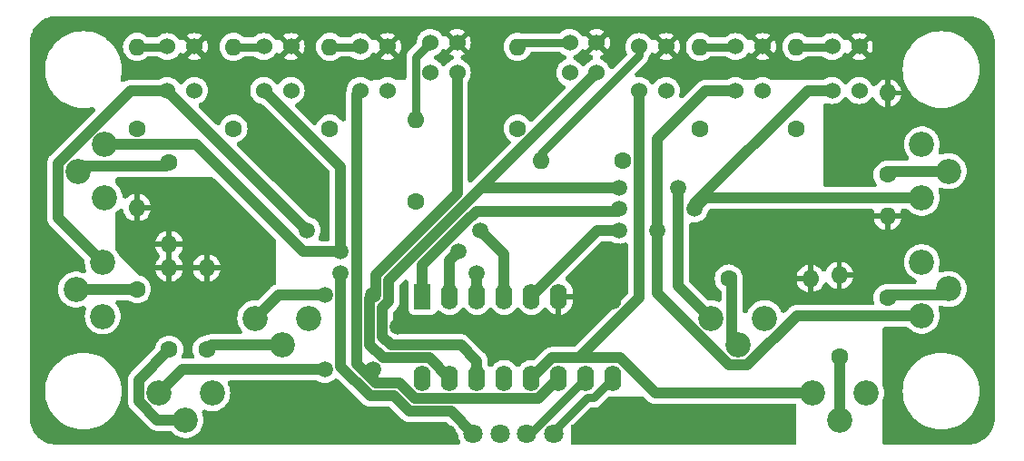
<source format=gbr>
%TF.GenerationSoftware,KiCad,Pcbnew,7.0.7*%
%TF.CreationDate,2023-09-12T01:28:46+09:00*%
%TF.ProjectId,sensorcircuit,73656e73-6f72-4636-9972-637569742e6b,rev?*%
%TF.SameCoordinates,Original*%
%TF.FileFunction,Copper,L2,Bot*%
%TF.FilePolarity,Positive*%
%FSLAX46Y46*%
G04 Gerber Fmt 4.6, Leading zero omitted, Abs format (unit mm)*
G04 Created by KiCad (PCBNEW 7.0.7) date 2023-09-12 01:28:46*
%MOMM*%
%LPD*%
G01*
G04 APERTURE LIST*
%TA.AperFunction,ComponentPad*%
%ADD10C,1.524000*%
%TD*%
%TA.AperFunction,ComponentPad*%
%ADD11C,1.600000*%
%TD*%
%TA.AperFunction,ComponentPad*%
%ADD12O,1.600000X1.600000*%
%TD*%
%TA.AperFunction,ComponentPad*%
%ADD13C,2.340000*%
%TD*%
%TA.AperFunction,ComponentPad*%
%ADD14R,1.600000X2.400000*%
%TD*%
%TA.AperFunction,ComponentPad*%
%ADD15O,1.600000X2.400000*%
%TD*%
%TA.AperFunction,ComponentPad*%
%ADD16R,1.800000X1.800000*%
%TD*%
%TA.AperFunction,ComponentPad*%
%ADD17C,1.800000*%
%TD*%
%TA.AperFunction,ViaPad*%
%ADD18C,1.500000*%
%TD*%
%TA.AperFunction,Conductor*%
%ADD19C,0.750000*%
%TD*%
%TA.AperFunction,Conductor*%
%ADD20C,1.000000*%
%TD*%
G04 APERTURE END LIST*
D10*
%TO.P,U6,1*%
%TO.N,Net-(R9-Pad2)*%
X94825000Y-22855000D03*
%TO.P,U6,2*%
%TO.N,GND*%
X97365000Y-22855000D03*
%TO.P,U6,3*%
%TO.N,/Dig_0*%
X94825000Y-26955000D03*
%TO.P,U6,4*%
%TO.N,VDD*%
X97365000Y-26955000D03*
%TD*%
%TO.P,U9,1*%
%TO.N,Net-(R15-Pad2)*%
X32825000Y-22855000D03*
%TO.P,U9,2*%
%TO.N,GND*%
X35365000Y-22855000D03*
%TO.P,U9,3*%
%TO.N,/Dig_3*%
X32825000Y-26955000D03*
%TO.P,U9,4*%
%TO.N,VDD*%
X35365000Y-26955000D03*
%TD*%
%TO.P,U4,1*%
%TO.N,Net-(R5-Pad2)*%
X57362500Y-22487500D03*
%TO.P,U4,2*%
%TO.N,GND*%
X59862500Y-22487500D03*
%TO.P,U4,3*%
%TO.N,/Ann_2*%
X59862500Y-25287500D03*
%TO.P,U4,4*%
%TO.N,VDD*%
X57362500Y-25287500D03*
%TD*%
%TO.P,U2,1*%
%TO.N,Net-(R3-Pad2)*%
X70362500Y-22487500D03*
%TO.P,U2,2*%
%TO.N,GND*%
X72862500Y-22487500D03*
%TO.P,U2,3*%
%TO.N,/Ann_1*%
X72862500Y-25287500D03*
%TO.P,U2,4*%
%TO.N,VDD*%
X70362500Y-25287500D03*
%TD*%
%TO.P,U5,1*%
%TO.N,Net-(R7-Pad2)*%
X50825000Y-22855000D03*
%TO.P,U5,2*%
%TO.N,GND*%
X53365000Y-22855000D03*
%TO.P,U5,3*%
%TO.N,/Ann_3*%
X50825000Y-26955000D03*
%TO.P,U5,4*%
%TO.N,VDD*%
X53365000Y-26955000D03*
%TD*%
%TO.P,U7,1*%
%TO.N,Net-(R11-Pad2)*%
X85825000Y-22855000D03*
%TO.P,U7,2*%
%TO.N,GND*%
X88365000Y-22855000D03*
%TO.P,U7,3*%
%TO.N,/Dig_1*%
X85825000Y-26955000D03*
%TO.P,U7,4*%
%TO.N,VDD*%
X88365000Y-26955000D03*
%TD*%
%TO.P,U8,1*%
%TO.N,Net-(R13-Pad2)*%
X41825000Y-22855000D03*
%TO.P,U8,2*%
%TO.N,GND*%
X44365000Y-22855000D03*
%TO.P,U8,3*%
%TO.N,/Dig_2*%
X41825000Y-26955000D03*
%TO.P,U8,4*%
%TO.N,VDD*%
X44365000Y-26955000D03*
%TD*%
%TO.P,U1,1*%
%TO.N,Net-(R1-Pad2)*%
X76825000Y-22855000D03*
%TO.P,U1,2*%
%TO.N,GND*%
X79365000Y-22855000D03*
%TO.P,U1,3*%
%TO.N,/Ann_0*%
X76825000Y-26955000D03*
%TO.P,U1,4*%
%TO.N,VDD*%
X79365000Y-26955000D03*
%TD*%
D11*
%TO.P,R1,1*%
%TO.N,VDD*%
X75310000Y-33500000D03*
D12*
%TO.P,R1,2*%
%TO.N,Net-(R1-Pad2)*%
X67690000Y-33500000D03*
%TD*%
D13*
%TO.P,RV5,1,1*%
%TO.N,/Dig_0*%
X103200000Y-36975000D03*
%TO.P,RV5,2,2*%
%TO.N,Net-(R10-Pad1)*%
X105700000Y-34475000D03*
%TO.P,RV5,3,3*%
%TO.N,unconnected-(RV5-Pad3)*%
X103200000Y-31975000D03*
%TD*%
D11*
%TO.P,R4,1*%
%TO.N,Net-(R4-Pad1)*%
X85190000Y-44500000D03*
D12*
%TO.P,R4,2*%
%TO.N,GND*%
X92810000Y-44500000D03*
%TD*%
D13*
%TO.P,RV3,1,1*%
%TO.N,/Ann_2*%
X41025000Y-48200000D03*
%TO.P,RV3,2,2*%
%TO.N,Net-(R6-Pad1)*%
X43525000Y-50700000D03*
%TO.P,RV3,3,3*%
%TO.N,unconnected-(RV3-Pad3)*%
X46025000Y-48200000D03*
%TD*%
D11*
%TO.P,R7,1*%
%TO.N,VDD*%
X48000000Y-30500000D03*
D12*
%TO.P,R7,2*%
%TO.N,Net-(R7-Pad2)*%
X48000000Y-22880000D03*
%TD*%
D11*
%TO.P,R15,1*%
%TO.N,VDD*%
X30000000Y-30500000D03*
D12*
%TO.P,R15,2*%
%TO.N,Net-(R15-Pad2)*%
X30000000Y-22880000D03*
%TD*%
D11*
%TO.P,R8,1*%
%TO.N,Net-(R8-Pad1)*%
X33000000Y-51120000D03*
D12*
%TO.P,R8,2*%
%TO.N,GND*%
X33000000Y-43500000D03*
%TD*%
D13*
%TO.P,RV2,1,1*%
%TO.N,/Ann_1*%
X83525000Y-48200000D03*
%TO.P,RV2,2,2*%
%TO.N,Net-(R4-Pad1)*%
X86025000Y-50700000D03*
%TO.P,RV2,3,3*%
%TO.N,unconnected-(RV2-Pad3)*%
X88525000Y-48200000D03*
%TD*%
D11*
%TO.P,R11,1*%
%TO.N,VDD*%
X82500000Y-30500000D03*
D12*
%TO.P,R11,2*%
%TO.N,Net-(R11-Pad2)*%
X82500000Y-22880000D03*
%TD*%
D13*
%TO.P,RV7,1,1*%
%TO.N,/Dig_2*%
X27000000Y-32000000D03*
%TO.P,RV7,2,2*%
%TO.N,Net-(R14-Pad1)*%
X24500000Y-34500000D03*
%TO.P,RV7,3,3*%
%TO.N,unconnected-(RV7-Pad3)*%
X27000000Y-37000000D03*
%TD*%
D11*
%TO.P,R9,1*%
%TO.N,VDD*%
X91500000Y-30500000D03*
D12*
%TO.P,R9,2*%
%TO.N,Net-(R9-Pad2)*%
X91500000Y-22880000D03*
%TD*%
D11*
%TO.P,R5,1*%
%TO.N,VDD*%
X56000000Y-37310000D03*
D12*
%TO.P,R5,2*%
%TO.N,Net-(R5-Pad2)*%
X56000000Y-29690000D03*
%TD*%
D13*
%TO.P,RV8,1,1*%
%TO.N,/Dig_3*%
X26800000Y-43025000D03*
%TO.P,RV8,2,2*%
%TO.N,Net-(R16-Pad1)*%
X24300000Y-45525000D03*
%TO.P,RV8,3,3*%
%TO.N,unconnected-(RV8-Pad3)*%
X26800000Y-48025000D03*
%TD*%
D11*
%TO.P,R2,1*%
%TO.N,Net-(R2-Pad1)*%
X95500000Y-51810000D03*
D12*
%TO.P,R2,2*%
%TO.N,GND*%
X95500000Y-44190000D03*
%TD*%
D11*
%TO.P,R3,1*%
%TO.N,VDD*%
X65500000Y-30500000D03*
D12*
%TO.P,R3,2*%
%TO.N,Net-(R3-Pad2)*%
X65500000Y-22880000D03*
%TD*%
D11*
%TO.P,R14,1*%
%TO.N,Net-(R14-Pad1)*%
X33000000Y-33690000D03*
D12*
%TO.P,R14,2*%
%TO.N,GND*%
X33000000Y-41310000D03*
%TD*%
D14*
%TO.P,U3,1,Y0*%
%TO.N,/Dig_0*%
X56625000Y-46175000D03*
D15*
%TO.P,U3,2,Y2*%
%TO.N,/Dig_2*%
X59165000Y-46175000D03*
%TO.P,U3,3,Y*%
%TO.N,Digital_Process*%
X61705000Y-46175000D03*
%TO.P,U3,4,Y3*%
%TO.N,/Dig_3*%
X64245000Y-46175000D03*
%TO.P,U3,5,Y1*%
%TO.N,/Dig_1*%
X66785000Y-46175000D03*
%TO.P,U3,6,Inh*%
%TO.N,GND*%
X69325000Y-46175000D03*
%TO.P,U3,7,VEE*%
X71865000Y-46175000D03*
%TO.P,U3,8,VSS*%
X74405000Y-46175000D03*
%TO.P,U3,9,B*%
%TO.N,Port_SEL2*%
X74405000Y-53795000D03*
%TO.P,U3,10,A*%
%TO.N,Port_SEL1*%
X71865000Y-53795000D03*
%TO.P,U3,11,X3*%
%TO.N,/Ann_3*%
X69325000Y-53795000D03*
%TO.P,U3,12,X0*%
%TO.N,/Ann_0*%
X66785000Y-53795000D03*
%TO.P,U3,13,X*%
%TO.N,Analog_Process*%
X64245000Y-53795000D03*
%TO.P,U3,14,X1*%
%TO.N,/Ann_1*%
X61705000Y-53795000D03*
%TO.P,U3,15,X2*%
%TO.N,/Ann_2*%
X59165000Y-53795000D03*
%TO.P,U3,16,VDD*%
%TO.N,VDD*%
X56625000Y-53795000D03*
%TD*%
D13*
%TO.P,RV4,1,1*%
%TO.N,/Ann_3*%
X32025000Y-55200000D03*
%TO.P,RV4,2,2*%
%TO.N,Net-(R8-Pad1)*%
X34525000Y-57700000D03*
%TO.P,RV4,3,3*%
%TO.N,unconnected-(RV4-Pad3)*%
X37025000Y-55200000D03*
%TD*%
%TO.P,RV1,1,1*%
%TO.N,/Ann_0*%
X93000000Y-55200000D03*
%TO.P,RV1,2,2*%
%TO.N,Net-(R2-Pad1)*%
X95500000Y-57700000D03*
%TO.P,RV1,3,3*%
%TO.N,unconnected-(RV1-Pad3)*%
X98000000Y-55200000D03*
%TD*%
D11*
%TO.P,R13,1*%
%TO.N,VDD*%
X39000000Y-30500000D03*
D12*
%TO.P,R13,2*%
%TO.N,Net-(R13-Pad2)*%
X39000000Y-22880000D03*
%TD*%
D11*
%TO.P,R10,1*%
%TO.N,Net-(R10-Pad1)*%
X100000000Y-34810000D03*
D12*
%TO.P,R10,2*%
%TO.N,GND*%
X100000000Y-27190000D03*
%TD*%
D13*
%TO.P,RV6,1,1*%
%TO.N,/Dig_1*%
X103200000Y-47975000D03*
%TO.P,RV6,2,2*%
%TO.N,Net-(R12-Pad1)*%
X105700000Y-45475000D03*
%TO.P,RV6,3,3*%
%TO.N,unconnected-(RV6-Pad3)*%
X103200000Y-42975000D03*
%TD*%
D11*
%TO.P,R6,1*%
%TO.N,Net-(R6-Pad1)*%
X36500000Y-51120000D03*
D12*
%TO.P,R6,2*%
%TO.N,GND*%
X36500000Y-43500000D03*
%TD*%
D11*
%TO.P,R16,1*%
%TO.N,Net-(R16-Pad1)*%
X30000000Y-45500000D03*
D12*
%TO.P,R16,2*%
%TO.N,GND*%
X30000000Y-37880000D03*
%TD*%
D11*
%TO.P,R12,1*%
%TO.N,Net-(R12-Pad1)*%
X100000000Y-46310000D03*
D12*
%TO.P,R12,2*%
%TO.N,GND*%
X100000000Y-38690000D03*
%TD*%
D16*
%TO.P,J1,1,Pin_1*%
%TO.N,VDD*%
X71350000Y-58950000D03*
D17*
%TO.P,J1,2,Pin_2*%
%TO.N,Port_SEL2*%
X68850000Y-58950000D03*
%TO.P,J1,3,Pin_3*%
%TO.N,Port_SEL1*%
X66350000Y-58950000D03*
%TO.P,J1,4,Pin_4*%
%TO.N,Analog_Process*%
X63850000Y-58950000D03*
%TO.P,J1,5,Pin_5*%
%TO.N,Digital_Process*%
X61350000Y-58950000D03*
%TO.P,J1,6,Pin_6*%
%TO.N,GND*%
X58850000Y-58950000D03*
%TD*%
D18*
%TO.N,VDD*%
X77000000Y-58000000D03*
X85000000Y-58000000D03*
X83000000Y-58000000D03*
X81000000Y-58000000D03*
X79000000Y-58000000D03*
X87000000Y-58000000D03*
X89000000Y-58000000D03*
%TO.N,Digital_Process*%
X49000000Y-44000000D03*
X61705000Y-44000000D03*
%TO.N,GND*%
X97000000Y-39000000D03*
X54349500Y-49000000D03*
X38000000Y-48000000D03*
X95000000Y-35000000D03*
X41000000Y-41000000D03*
X75000000Y-44000000D03*
X52250000Y-59000000D03*
X75000000Y-42000000D03*
X43000000Y-55000000D03*
X36000000Y-48000000D03*
X83000000Y-44000000D03*
X46000000Y-36000000D03*
X44000000Y-34000000D03*
X42000000Y-32000000D03*
X95000000Y-39000000D03*
X45000000Y-55000000D03*
X97000000Y-35000000D03*
X83000000Y-42000000D03*
X39000000Y-39000000D03*
X37000000Y-37000000D03*
%TO.N,/Ann_1*%
X75000000Y-36000000D03*
X80500000Y-36000000D03*
%TO.N,/Ann_2*%
X52050500Y-46000000D03*
X47500000Y-46000000D03*
%TO.N,/Ann_3*%
X52000000Y-53000000D03*
X47500000Y-53000000D03*
%TO.N,/Dig_0*%
X82000000Y-38000000D03*
X75000000Y-38000000D03*
%TO.N,/Dig_1*%
X78500000Y-40000000D03*
X75000000Y-40000000D03*
%TO.N,/Dig_2*%
X49000000Y-42000000D03*
X60000000Y-42000000D03*
%TO.N,/Dig_3*%
X62000000Y-40000000D03*
X45870000Y-40000000D03*
%TD*%
D19*
%TO.N,Port_SEL2*%
X68850000Y-58720000D02*
X72000000Y-55570000D01*
X68850000Y-58950000D02*
X68850000Y-58720000D01*
X72630000Y-55570000D02*
X74405000Y-53795000D01*
X72000000Y-55570000D02*
X72630000Y-55570000D01*
%TO.N,Port_SEL1*%
X66710000Y-58950000D02*
X71865000Y-53795000D01*
X66350000Y-58950000D02*
X66710000Y-58950000D01*
D20*
%TO.N,Digital_Process*%
X55447944Y-56895000D02*
X59295000Y-56895000D01*
X51752944Y-55450000D02*
X54002944Y-55450000D01*
X49000000Y-52697056D02*
X51752944Y-55450000D01*
X61705000Y-44000000D02*
X61705000Y-46175000D01*
X54002944Y-55450000D02*
X55447944Y-56895000D01*
X49000000Y-44000000D02*
X49000000Y-52697056D01*
X59295000Y-56895000D02*
X61350000Y-58950000D01*
D19*
%TO.N,Net-(R1-Pad2)*%
X76825000Y-23720694D02*
X67690000Y-32855694D01*
X76825000Y-22855000D02*
X76825000Y-23720694D01*
X67690000Y-32855694D02*
X67690000Y-33500000D01*
D20*
%TO.N,Net-(R2-Pad1)*%
X95500000Y-51810000D02*
X95500000Y-57700000D01*
D19*
%TO.N,Net-(R3-Pad2)*%
X65892500Y-22487500D02*
X65500000Y-22880000D01*
X70362500Y-22487500D02*
X65892500Y-22487500D01*
D20*
%TO.N,Net-(R4-Pad1)*%
X86025000Y-50700000D02*
X85500000Y-50175000D01*
X85500000Y-44810000D02*
X85190000Y-44500000D01*
X85500000Y-50175000D02*
X85500000Y-44810000D01*
D19*
%TO.N,Net-(R5-Pad2)*%
X57362500Y-22487500D02*
X56000000Y-23850000D01*
X56000000Y-23850000D02*
X56000000Y-29690000D01*
D20*
%TO.N,Net-(R6-Pad1)*%
X43525000Y-50700000D02*
X36920000Y-50700000D01*
X36920000Y-50700000D02*
X36500000Y-51120000D01*
D19*
%TO.N,Net-(R7-Pad2)*%
X50800000Y-22880000D02*
X50825000Y-22855000D01*
X48000000Y-22880000D02*
X50800000Y-22880000D01*
D20*
%TO.N,Net-(R8-Pad1)*%
X31880420Y-57700000D02*
X34525000Y-57700000D01*
X33000000Y-51120000D02*
X30155000Y-53965000D01*
X30155000Y-55974580D02*
X31880420Y-57700000D01*
X30155000Y-53965000D02*
X30155000Y-55974580D01*
D19*
%TO.N,Net-(R9-Pad2)*%
X91500000Y-22880000D02*
X94800000Y-22880000D01*
X94800000Y-22880000D02*
X94825000Y-22855000D01*
D20*
%TO.N,Net-(R10-Pad1)*%
X105675000Y-34500000D02*
X100310000Y-34500000D01*
X105700000Y-34475000D02*
X105675000Y-34500000D01*
X100310000Y-34500000D02*
X100000000Y-34810000D01*
D19*
%TO.N,Net-(R11-Pad2)*%
X82500000Y-22880000D02*
X85800000Y-22880000D01*
X85800000Y-22880000D02*
X85825000Y-22855000D01*
D20*
%TO.N,Net-(R12-Pad1)*%
X100310000Y-46000000D02*
X100000000Y-46310000D01*
X105700000Y-45475000D02*
X105175000Y-46000000D01*
X105175000Y-46000000D02*
X100310000Y-46000000D01*
D19*
%TO.N,Net-(R13-Pad2)*%
X39000000Y-22880000D02*
X41800000Y-22880000D01*
X41800000Y-22880000D02*
X41825000Y-22855000D01*
D20*
%TO.N,Net-(R14-Pad1)*%
X32690000Y-34000000D02*
X33000000Y-33690000D01*
X25000000Y-34000000D02*
X32690000Y-34000000D01*
X24500000Y-34500000D02*
X25000000Y-34000000D01*
D19*
%TO.N,Net-(R15-Pad2)*%
X30000000Y-22880000D02*
X32800000Y-22880000D01*
X32800000Y-22880000D02*
X32825000Y-22855000D01*
D20*
%TO.N,Net-(R16-Pad1)*%
X30000000Y-45500000D02*
X24325000Y-45500000D01*
X24325000Y-45500000D02*
X24300000Y-45525000D01*
%TO.N,/Ann_0*%
X68685000Y-51895000D02*
X66785000Y-53795000D01*
X93000000Y-55200000D02*
X78331320Y-55200000D01*
X71206320Y-51895000D02*
X68685000Y-51895000D01*
X78331320Y-55200000D02*
X75026320Y-51895000D01*
X76825000Y-26955000D02*
X76825000Y-46276320D01*
X76825000Y-46276320D02*
X71206320Y-51895000D01*
X75026320Y-51895000D02*
X71206320Y-51895000D01*
%TO.N,/Ann_1*%
X52900000Y-49900000D02*
X52900000Y-47201110D01*
X60195000Y-50695000D02*
X53695000Y-50695000D01*
X53500000Y-44650000D02*
X62075000Y-36075000D01*
X75000000Y-36000000D02*
X62150000Y-36000000D01*
X62075000Y-36075000D02*
X72862500Y-25287500D01*
X62150000Y-36000000D02*
X62075000Y-36075000D01*
X53500000Y-46601110D02*
X53500000Y-44650000D01*
X80500000Y-45175000D02*
X80500000Y-36000000D01*
X61705000Y-52205000D02*
X60195000Y-50695000D01*
X52900000Y-47201110D02*
X53500000Y-46601110D01*
X83525000Y-48200000D02*
X80500000Y-45175000D01*
X53695000Y-50695000D02*
X52900000Y-49900000D01*
X61705000Y-53795000D02*
X61705000Y-52205000D01*
%TO.N,/Ann_2*%
X47500000Y-46000000D02*
X43225000Y-46000000D01*
X43225000Y-46000000D02*
X41025000Y-48200000D01*
X52945610Y-51895000D02*
X57265000Y-51895000D01*
X57265000Y-51895000D02*
X59165000Y-53795000D01*
X52300000Y-45750500D02*
X52300000Y-44152944D01*
X51700000Y-50649390D02*
X52945610Y-51895000D01*
X52050500Y-46000000D02*
X52300000Y-45750500D01*
X51700000Y-46350500D02*
X51700000Y-50649390D01*
X52050500Y-46000000D02*
X51700000Y-46350500D01*
X52300000Y-44152944D02*
X59862500Y-36590444D01*
X59862500Y-36590444D02*
X59862500Y-25287500D01*
%TO.N,/Ann_3*%
X67425000Y-55695000D02*
X55945000Y-55695000D01*
X55945000Y-55695000D02*
X54500000Y-54250000D01*
X69325000Y-53795000D02*
X67425000Y-55695000D01*
X50500000Y-52500000D02*
X50500000Y-27280000D01*
X54500000Y-54250000D02*
X52250000Y-54250000D01*
X32025000Y-55200000D02*
X34225000Y-53000000D01*
X52000000Y-53000000D02*
X52000000Y-54000000D01*
X50500000Y-27280000D02*
X50825000Y-26955000D01*
X52000000Y-54000000D02*
X52250000Y-54250000D01*
X52250000Y-54250000D02*
X50500000Y-52500000D01*
X34225000Y-53000000D02*
X47500000Y-53000000D01*
%TO.N,/Dig_0*%
X82000000Y-37500000D02*
X92545000Y-26955000D01*
X83025000Y-36975000D02*
X82000000Y-38000000D01*
X56625000Y-46175000D02*
X56625000Y-43222056D01*
X60673528Y-39173528D02*
X61647056Y-38200000D01*
X74800000Y-38200000D02*
X75000000Y-38000000D01*
X82000000Y-38000000D02*
X82000000Y-37500000D01*
X56625000Y-43222056D02*
X60673528Y-39173528D01*
X103200000Y-36975000D02*
X83025000Y-36975000D01*
X65500000Y-38200000D02*
X74800000Y-38200000D01*
X61647056Y-38200000D02*
X65500000Y-38200000D01*
X92545000Y-26955000D02*
X94825000Y-26955000D01*
%TO.N,/Dig_1*%
X85825000Y-26955000D02*
X83045000Y-26955000D01*
X103200000Y-47975000D02*
X91525000Y-47975000D01*
X86930000Y-52570000D02*
X85250420Y-52570000D01*
X83045000Y-26955000D02*
X78500000Y-31500000D01*
X91525000Y-47975000D02*
X86930000Y-52570000D01*
X72960000Y-40000000D02*
X66785000Y-46175000D01*
X78500000Y-45819580D02*
X78500000Y-40000000D01*
X85250420Y-52570000D02*
X78500000Y-45819580D01*
X75000000Y-40000000D02*
X72960000Y-40000000D01*
X78500000Y-31500000D02*
X78500000Y-40000000D01*
%TO.N,/Dig_2*%
X27000000Y-32000000D02*
X35500000Y-32000000D01*
X60000000Y-42000000D02*
X59165000Y-42835000D01*
X35500000Y-32000000D02*
X45500000Y-42000000D01*
X59165000Y-42835000D02*
X59165000Y-46175000D01*
X49000000Y-34130000D02*
X41825000Y-26955000D01*
X49000000Y-42000000D02*
X49000000Y-34130000D01*
X45500000Y-42000000D02*
X49000000Y-42000000D01*
%TO.N,/Dig_3*%
X64245000Y-42245000D02*
X64245000Y-46175000D01*
X26800000Y-43025000D02*
X22630000Y-38855000D01*
X22630000Y-33725420D02*
X29400420Y-26955000D01*
X22630000Y-38855000D02*
X22630000Y-33725420D01*
X29400420Y-26955000D02*
X32825000Y-26955000D01*
X62000000Y-40000000D02*
X64245000Y-42245000D01*
X45870000Y-40000000D02*
X32825000Y-26955000D01*
%TD*%
%TA.AperFunction,Conductor*%
%TO.N,GND*%
G36*
X33096288Y-41728954D02*
G01*
X33177070Y-41782930D01*
X33231046Y-41863712D01*
X33250000Y-41959000D01*
X33250000Y-42851000D01*
X33231046Y-42946288D01*
X33177070Y-43027070D01*
X33096288Y-43081046D01*
X33001000Y-43100000D01*
X32999000Y-43100000D01*
X32903712Y-43081046D01*
X32822930Y-43027070D01*
X32768954Y-42946288D01*
X32750000Y-42851000D01*
X32750000Y-41959000D01*
X32768954Y-41863712D01*
X32822930Y-41782930D01*
X32903712Y-41728954D01*
X32999000Y-41710000D01*
X33001000Y-41710000D01*
X33096288Y-41728954D01*
G37*
%TD.AperFunction*%
%TA.AperFunction,Conductor*%
G36*
X107503751Y-20000727D02*
G01*
X107526845Y-20002123D01*
X107598917Y-20006483D01*
X107802780Y-20019845D01*
X107817058Y-20021615D01*
X107949203Y-20045831D01*
X108112411Y-20078295D01*
X108125139Y-20081535D01*
X108261175Y-20123925D01*
X108412206Y-20175194D01*
X108423273Y-20179551D01*
X108556507Y-20239515D01*
X108678256Y-20299556D01*
X108697433Y-20309013D01*
X108706780Y-20314130D01*
X108831226Y-20389360D01*
X108835909Y-20392338D01*
X108919884Y-20448449D01*
X108963615Y-20477670D01*
X108971229Y-20483184D01*
X109086204Y-20573260D01*
X109091513Y-20577662D01*
X109206525Y-20678525D01*
X109212472Y-20684095D01*
X109315903Y-20787526D01*
X109321473Y-20793473D01*
X109422336Y-20908485D01*
X109426738Y-20913794D01*
X109516814Y-21028769D01*
X109522328Y-21036383D01*
X109607637Y-21164054D01*
X109610653Y-21168796D01*
X109631955Y-21204033D01*
X109685868Y-21293218D01*
X109690985Y-21302564D01*
X109760486Y-21443496D01*
X109820442Y-21576712D01*
X109824805Y-21587795D01*
X109876079Y-21738842D01*
X109901855Y-21821557D01*
X109918462Y-21874851D01*
X109921707Y-21887603D01*
X109954167Y-22050790D01*
X109978380Y-22182919D01*
X109980154Y-22197229D01*
X109993517Y-22401099D01*
X109999273Y-22496249D01*
X109999500Y-22503769D01*
X109999500Y-57496229D01*
X109999273Y-57503749D01*
X109993517Y-57598900D01*
X109980154Y-57802769D01*
X109978380Y-57817079D01*
X109954167Y-57949209D01*
X109921707Y-58112395D01*
X109918460Y-58125154D01*
X109876079Y-58261157D01*
X109824805Y-58412203D01*
X109820442Y-58423286D01*
X109760491Y-58556493D01*
X109690985Y-58697434D01*
X109685868Y-58706780D01*
X109610666Y-58831182D01*
X109607637Y-58835944D01*
X109522328Y-58963615D01*
X109516814Y-58971229D01*
X109426738Y-59086204D01*
X109422336Y-59091513D01*
X109321473Y-59206525D01*
X109315903Y-59212472D01*
X109212472Y-59315903D01*
X109206525Y-59321473D01*
X109091513Y-59422336D01*
X109086204Y-59426738D01*
X108971229Y-59516814D01*
X108963615Y-59522328D01*
X108835944Y-59607637D01*
X108831182Y-59610666D01*
X108706780Y-59685868D01*
X108697434Y-59690985D01*
X108556493Y-59760491D01*
X108423286Y-59820442D01*
X108412203Y-59824805D01*
X108261157Y-59876079D01*
X108125154Y-59918460D01*
X108112395Y-59921707D01*
X107949209Y-59954167D01*
X107817079Y-59978380D01*
X107802769Y-59980154D01*
X107598900Y-59993517D01*
X107503750Y-59999273D01*
X107496230Y-59999500D01*
X99749000Y-59999500D01*
X99653712Y-59980546D01*
X99572930Y-59926570D01*
X99518954Y-59845788D01*
X99500000Y-59750500D01*
X99500000Y-57884886D01*
X99500000Y-55997610D01*
X99517211Y-55906649D01*
X99600760Y-55693769D01*
X99656474Y-55449673D01*
X99675184Y-55200000D01*
X99660196Y-55000000D01*
X101419593Y-55000000D01*
X101419947Y-55006746D01*
X101439206Y-55374251D01*
X101497833Y-55744408D01*
X101497834Y-55744416D01*
X101594827Y-56106397D01*
X101729136Y-56456287D01*
X101729137Y-56456289D01*
X101899275Y-56790201D01*
X102103386Y-57104505D01*
X102103389Y-57104509D01*
X102103390Y-57104510D01*
X102339239Y-57395760D01*
X102604240Y-57660761D01*
X102894119Y-57895500D01*
X102895494Y-57896613D01*
X103006083Y-57968430D01*
X103206066Y-58098301D01*
X103209798Y-58100724D01*
X103543710Y-58270862D01*
X103543712Y-58270863D01*
X103543716Y-58270864D01*
X103543717Y-58270865D01*
X103893593Y-58405169D01*
X103893596Y-58405170D01*
X103893602Y-58405172D01*
X104255583Y-58502165D01*
X104255585Y-58502165D01*
X104255592Y-58502167D01*
X104625746Y-58560793D01*
X105000000Y-58580407D01*
X105374254Y-58560793D01*
X105744408Y-58502167D01*
X105744414Y-58502165D01*
X105744416Y-58502165D01*
X106106397Y-58405172D01*
X106106399Y-58405170D01*
X106106407Y-58405169D01*
X106456283Y-58270865D01*
X106790204Y-58100723D01*
X107104510Y-57896610D01*
X107395760Y-57660761D01*
X107660761Y-57395760D01*
X107896610Y-57104510D01*
X108100723Y-56790204D01*
X108270865Y-56456283D01*
X108405169Y-56106407D01*
X108406527Y-56101341D01*
X108502165Y-55744416D01*
X108502165Y-55744414D01*
X108502167Y-55744408D01*
X108560793Y-55374254D01*
X108580407Y-55000000D01*
X108560793Y-54625746D01*
X108502167Y-54255592D01*
X108502083Y-54255277D01*
X108405172Y-53893602D01*
X108394690Y-53866296D01*
X108270865Y-53543717D01*
X108270864Y-53543716D01*
X108270863Y-53543712D01*
X108270862Y-53543710D01*
X108100724Y-53209799D01*
X108087177Y-53188939D01*
X107896610Y-52895490D01*
X107660761Y-52604240D01*
X107395760Y-52339239D01*
X107104510Y-52103390D01*
X107104509Y-52103389D01*
X107104505Y-52103386D01*
X106790201Y-51899275D01*
X106456289Y-51729137D01*
X106456287Y-51729136D01*
X106106397Y-51594827D01*
X105744416Y-51497834D01*
X105744408Y-51497833D01*
X105374251Y-51439206D01*
X105000000Y-51419593D01*
X104625748Y-51439206D01*
X104255591Y-51497833D01*
X104255583Y-51497834D01*
X103893602Y-51594827D01*
X103543712Y-51729136D01*
X103543710Y-51729137D01*
X103209799Y-51899275D01*
X102895490Y-52103389D01*
X102604245Y-52339234D01*
X102339234Y-52604245D01*
X102103389Y-52895490D01*
X101899275Y-53209799D01*
X101729137Y-53543710D01*
X101729136Y-53543712D01*
X101594827Y-53893602D01*
X101497834Y-54255583D01*
X101497833Y-54255591D01*
X101439206Y-54625748D01*
X101419881Y-54994500D01*
X101419593Y-55000000D01*
X99660196Y-55000000D01*
X99656474Y-54950327D01*
X99600760Y-54706231D01*
X99517211Y-54493351D01*
X99500000Y-54402384D01*
X99500000Y-49224500D01*
X99518954Y-49129212D01*
X99572930Y-49048430D01*
X99653712Y-48994454D01*
X99749000Y-48975500D01*
X101741311Y-48975500D01*
X101836599Y-48994454D01*
X101917381Y-49048430D01*
X101935987Y-49069251D01*
X101972002Y-49114413D01*
X101972007Y-49114418D01*
X102155542Y-49284714D01*
X102362404Y-49425750D01*
X102362406Y-49425751D01*
X102362408Y-49425752D01*
X102471689Y-49478379D01*
X102587980Y-49534382D01*
X102587984Y-49534383D01*
X102587987Y-49534385D01*
X102827236Y-49608184D01*
X103044871Y-49640987D01*
X103074812Y-49645500D01*
X103074813Y-49645500D01*
X103325188Y-49645500D01*
X103351898Y-49641473D01*
X103572764Y-49608184D01*
X103812013Y-49534385D01*
X104037592Y-49425752D01*
X104244460Y-49284712D01*
X104427997Y-49114414D01*
X104584102Y-48918665D01*
X104709289Y-48701835D01*
X104800760Y-48468769D01*
X104856474Y-48224673D01*
X104875184Y-47975000D01*
X104856474Y-47725327D01*
X104800760Y-47481231D01*
X104800759Y-47481230D01*
X104800759Y-47481227D01*
X104765556Y-47391531D01*
X104749363Y-47350274D01*
X104732195Y-47254650D01*
X104752927Y-47159733D01*
X104808404Y-47079975D01*
X104890180Y-47027518D01*
X104985806Y-47010349D01*
X105080723Y-47031081D01*
X105087569Y-47034221D01*
X105087984Y-47034383D01*
X105087987Y-47034385D01*
X105327236Y-47108184D01*
X105544871Y-47140987D01*
X105574812Y-47145500D01*
X105574813Y-47145500D01*
X105825188Y-47145500D01*
X105851898Y-47141473D01*
X106072764Y-47108184D01*
X106312013Y-47034385D01*
X106537592Y-46925752D01*
X106541563Y-46923045D01*
X106744457Y-46784714D01*
X106744456Y-46784714D01*
X106744460Y-46784712D01*
X106927997Y-46614414D01*
X107084102Y-46418665D01*
X107209289Y-46201835D01*
X107300760Y-45968769D01*
X107356474Y-45724673D01*
X107375184Y-45475000D01*
X107356474Y-45225327D01*
X107300760Y-44981231D01*
X107209289Y-44748165D01*
X107084102Y-44531335D01*
X106927997Y-44335586D01*
X106925354Y-44333134D01*
X106744457Y-44165285D01*
X106537595Y-44024249D01*
X106537590Y-44024247D01*
X106312019Y-43915617D01*
X106312014Y-43915615D01*
X106072769Y-43841817D01*
X106072765Y-43841816D01*
X106072764Y-43841816D01*
X105919160Y-43818664D01*
X105825188Y-43804500D01*
X105825187Y-43804500D01*
X105574813Y-43804500D01*
X105574812Y-43804500D01*
X105461686Y-43821551D01*
X105327236Y-43841816D01*
X105327235Y-43841816D01*
X105327230Y-43841817D01*
X105087985Y-43915615D01*
X105079305Y-43919022D01*
X105078794Y-43917720D01*
X104995085Y-43939304D01*
X104898886Y-43925712D01*
X104815210Y-43876341D01*
X104756798Y-43798707D01*
X104732541Y-43704628D01*
X104746133Y-43608429D01*
X104749351Y-43599756D01*
X104800760Y-43468769D01*
X104856474Y-43224673D01*
X104875184Y-42975000D01*
X104856474Y-42725327D01*
X104800760Y-42481231D01*
X104709289Y-42248165D01*
X104584102Y-42031335D01*
X104427997Y-41835586D01*
X104424437Y-41832283D01*
X104244457Y-41665285D01*
X104037595Y-41524249D01*
X104037590Y-41524247D01*
X103812019Y-41415617D01*
X103812014Y-41415615D01*
X103572769Y-41341817D01*
X103572765Y-41341816D01*
X103572764Y-41341816D01*
X103368312Y-41311000D01*
X103325188Y-41304500D01*
X103325187Y-41304500D01*
X103074813Y-41304500D01*
X103074812Y-41304500D01*
X102923349Y-41327329D01*
X102827236Y-41341816D01*
X102827235Y-41341816D01*
X102827230Y-41341817D01*
X102587985Y-41415615D01*
X102587980Y-41415617D01*
X102362409Y-41524247D01*
X102362404Y-41524249D01*
X102155542Y-41665285D01*
X101972007Y-41835581D01*
X101972002Y-41835586D01*
X101815896Y-42031337D01*
X101690713Y-42248160D01*
X101599239Y-42481231D01*
X101543525Y-42725329D01*
X101524816Y-42974999D01*
X101543525Y-43224670D01*
X101599239Y-43468768D01*
X101626221Y-43537516D01*
X101668141Y-43644328D01*
X101690713Y-43701839D01*
X101814137Y-43915615D01*
X101815898Y-43918665D01*
X101853341Y-43965617D01*
X101972002Y-44114413D01*
X101972007Y-44114418D01*
X102155542Y-44284714D01*
X102362404Y-44425750D01*
X102362406Y-44425751D01*
X102362408Y-44425752D01*
X102423788Y-44455311D01*
X102570904Y-44526159D01*
X102648532Y-44584580D01*
X102697894Y-44668261D01*
X102711475Y-44764462D01*
X102687208Y-44858537D01*
X102628787Y-44936165D01*
X102545106Y-44985527D01*
X102462867Y-44999500D01*
X100322676Y-44999500D01*
X100233640Y-44997243D01*
X100233628Y-44997244D01*
X100175599Y-45007645D01*
X100166230Y-45008959D01*
X100136194Y-45012013D01*
X100089302Y-45012344D01*
X100017131Y-45006030D01*
X100000000Y-45004532D01*
X99999999Y-45004532D01*
X99999998Y-45004532D01*
X99999994Y-45004532D01*
X99773320Y-45024363D01*
X99773305Y-45024365D01*
X99553503Y-45083261D01*
X99553500Y-45083262D01*
X99347272Y-45179428D01*
X99347258Y-45179436D01*
X99160865Y-45309949D01*
X98999949Y-45470865D01*
X98869436Y-45657258D01*
X98869428Y-45657272D01*
X98773262Y-45863500D01*
X98773261Y-45863503D01*
X98714365Y-46083305D01*
X98714363Y-46083320D01*
X98694532Y-46309994D01*
X98694532Y-46310005D01*
X98714363Y-46536679D01*
X98714365Y-46536694D01*
X98738411Y-46626433D01*
X98744442Y-46648943D01*
X98747688Y-46661055D01*
X98754042Y-46758002D01*
X98722812Y-46850001D01*
X98658753Y-46923045D01*
X98571617Y-46966016D01*
X98507172Y-46974500D01*
X91537675Y-46974500D01*
X91448639Y-46972243D01*
X91448631Y-46972244D01*
X91390587Y-46982647D01*
X91381218Y-46983961D01*
X91322565Y-46989925D01*
X91322562Y-46989925D01*
X91293567Y-46999022D01*
X91278250Y-47002782D01*
X91248347Y-47008141D01*
X91193589Y-47030014D01*
X91184678Y-47033186D01*
X91128412Y-47050840D01*
X91128407Y-47050842D01*
X91101847Y-47065584D01*
X91087602Y-47072350D01*
X91059383Y-47083622D01*
X91010148Y-47116070D01*
X91002059Y-47120970D01*
X90950501Y-47149588D01*
X90950495Y-47149592D01*
X90927442Y-47169382D01*
X90914852Y-47178875D01*
X90889481Y-47195597D01*
X90889480Y-47195598D01*
X90847769Y-47237307D01*
X90840833Y-47243735D01*
X90796104Y-47282134D01*
X90777511Y-47306154D01*
X90767086Y-47317990D01*
X90466009Y-47619068D01*
X90385227Y-47673044D01*
X90289939Y-47691998D01*
X90194651Y-47673044D01*
X90113869Y-47619068D01*
X90059893Y-47538286D01*
X90058169Y-47534011D01*
X90034289Y-47473165D01*
X89909102Y-47256335D01*
X89752997Y-47060586D01*
X89742495Y-47050842D01*
X89569457Y-46890285D01*
X89362595Y-46749249D01*
X89362590Y-46749247D01*
X89137019Y-46640617D01*
X89137014Y-46640615D01*
X88897769Y-46566817D01*
X88897765Y-46566816D01*
X88897764Y-46566816D01*
X88704279Y-46537653D01*
X88650188Y-46529500D01*
X88650187Y-46529500D01*
X88399813Y-46529500D01*
X88399812Y-46529500D01*
X88273921Y-46548475D01*
X88152236Y-46566816D01*
X88152235Y-46566816D01*
X88152230Y-46566817D01*
X87912985Y-46640615D01*
X87912980Y-46640617D01*
X87687409Y-46749247D01*
X87687404Y-46749249D01*
X87480542Y-46890285D01*
X87297007Y-47060581D01*
X87297002Y-47060586D01*
X87140896Y-47256337D01*
X87015711Y-47473163D01*
X87015709Y-47473168D01*
X86981287Y-47560874D01*
X86928831Y-47642651D01*
X86849073Y-47698128D01*
X86754155Y-47718860D01*
X86658530Y-47701691D01*
X86576753Y-47649235D01*
X86521276Y-47569477D01*
X86500544Y-47474559D01*
X86500500Y-47469904D01*
X86500500Y-44822676D01*
X86502341Y-44750000D01*
X91531128Y-44750000D01*
X91583732Y-44946323D01*
X91679866Y-45152483D01*
X91810335Y-45338812D01*
X91971187Y-45499664D01*
X92157516Y-45630133D01*
X92363676Y-45726267D01*
X92559999Y-45778871D01*
X92560000Y-45778871D01*
X92560000Y-45149000D01*
X92578954Y-45053712D01*
X92632930Y-44972930D01*
X92713712Y-44918954D01*
X92809000Y-44900000D01*
X92811000Y-44900000D01*
X92906288Y-44918954D01*
X92987070Y-44972930D01*
X93041046Y-45053712D01*
X93060000Y-45149000D01*
X93060000Y-45778871D01*
X93256323Y-45726267D01*
X93462483Y-45630133D01*
X93648812Y-45499664D01*
X93809664Y-45338812D01*
X93940133Y-45152482D01*
X93940134Y-45152480D01*
X94016419Y-44988887D01*
X94073867Y-44910537D01*
X94156926Y-44860135D01*
X94252950Y-44845355D01*
X94347321Y-44868447D01*
X94425671Y-44925895D01*
X94446059Y-44951297D01*
X94500337Y-45028814D01*
X94661187Y-45189664D01*
X94847516Y-45320133D01*
X95053676Y-45416267D01*
X95249999Y-45468871D01*
X95250000Y-45468871D01*
X95250000Y-44839000D01*
X95268954Y-44743712D01*
X95322930Y-44662930D01*
X95403712Y-44608954D01*
X95499000Y-44590000D01*
X95501000Y-44590000D01*
X95596288Y-44608954D01*
X95677070Y-44662930D01*
X95731046Y-44743712D01*
X95750000Y-44839000D01*
X95750000Y-45468871D01*
X95946323Y-45416267D01*
X96152483Y-45320133D01*
X96338812Y-45189664D01*
X96499664Y-45028812D01*
X96630133Y-44842483D01*
X96726267Y-44636323D01*
X96778872Y-44440000D01*
X96153986Y-44440000D01*
X96058698Y-44421046D01*
X95977916Y-44367070D01*
X95923940Y-44286288D01*
X95904986Y-44191000D01*
X95904986Y-44189000D01*
X95923940Y-44093712D01*
X95977916Y-44012930D01*
X96058698Y-43958954D01*
X96153986Y-43940000D01*
X96778872Y-43940000D01*
X96778871Y-43939999D01*
X96726267Y-43743676D01*
X96630133Y-43537516D01*
X96499664Y-43351187D01*
X96338812Y-43190335D01*
X96152483Y-43059866D01*
X95946318Y-42963730D01*
X95750000Y-42911126D01*
X95750000Y-43541000D01*
X95731046Y-43636288D01*
X95677070Y-43717070D01*
X95596288Y-43771046D01*
X95501000Y-43790000D01*
X95499000Y-43790000D01*
X95403712Y-43771046D01*
X95322930Y-43717070D01*
X95268954Y-43636288D01*
X95250000Y-43541000D01*
X95250000Y-42911127D01*
X95249999Y-42911126D01*
X95053681Y-42963730D01*
X94847516Y-43059866D01*
X94661187Y-43190335D01*
X94500335Y-43351187D01*
X94369866Y-43537517D01*
X94369861Y-43537524D01*
X94293579Y-43701113D01*
X94236131Y-43779463D01*
X94153072Y-43829865D01*
X94057047Y-43844644D01*
X93962677Y-43821551D01*
X93884327Y-43764103D01*
X93863940Y-43738701D01*
X93809664Y-43661187D01*
X93648812Y-43500335D01*
X93462483Y-43369866D01*
X93256318Y-43273730D01*
X93060000Y-43221126D01*
X93060000Y-43851000D01*
X93041046Y-43946288D01*
X92987070Y-44027070D01*
X92906288Y-44081046D01*
X92811000Y-44100000D01*
X92809000Y-44100000D01*
X92713712Y-44081046D01*
X92632930Y-44027070D01*
X92578954Y-43946288D01*
X92560000Y-43851000D01*
X92560000Y-43221127D01*
X92559999Y-43221126D01*
X92363681Y-43273730D01*
X92157516Y-43369866D01*
X91971187Y-43500335D01*
X91810335Y-43661187D01*
X91679866Y-43847516D01*
X91583732Y-44053676D01*
X91531128Y-44249999D01*
X91531128Y-44250000D01*
X92156014Y-44250000D01*
X92251302Y-44268954D01*
X92332084Y-44322930D01*
X92386060Y-44403712D01*
X92405014Y-44499000D01*
X92405014Y-44501000D01*
X92386060Y-44596288D01*
X92332084Y-44677070D01*
X92251302Y-44731046D01*
X92156014Y-44750000D01*
X91531128Y-44750000D01*
X86502341Y-44750000D01*
X86502756Y-44733639D01*
X86502755Y-44733638D01*
X86502756Y-44733637D01*
X86492350Y-44675581D01*
X86491042Y-44666256D01*
X86487983Y-44636181D01*
X86487655Y-44589294D01*
X86488068Y-44584580D01*
X86492453Y-44534456D01*
X86495468Y-44500002D01*
X86495468Y-44499995D01*
X86475636Y-44273320D01*
X86475635Y-44273308D01*
X86416739Y-44053504D01*
X86353861Y-43918662D01*
X86320571Y-43847272D01*
X86320563Y-43847258D01*
X86190050Y-43660865D01*
X86190049Y-43660864D01*
X86190047Y-43660861D01*
X86029139Y-43499953D01*
X86029135Y-43499950D01*
X86029134Y-43499949D01*
X85842741Y-43369436D01*
X85842727Y-43369428D01*
X85636499Y-43273262D01*
X85636496Y-43273261D01*
X85416694Y-43214365D01*
X85416679Y-43214363D01*
X85190006Y-43194532D01*
X85189994Y-43194532D01*
X84963320Y-43214363D01*
X84963305Y-43214365D01*
X84743503Y-43273261D01*
X84743500Y-43273262D01*
X84537272Y-43369428D01*
X84537258Y-43369436D01*
X84350865Y-43499949D01*
X84189949Y-43660865D01*
X84059436Y-43847258D01*
X84059428Y-43847272D01*
X83963262Y-44053500D01*
X83963261Y-44053503D01*
X83904365Y-44273305D01*
X83904363Y-44273320D01*
X83884532Y-44499994D01*
X83884532Y-44500005D01*
X83904363Y-44726679D01*
X83904365Y-44726694D01*
X83963261Y-44946496D01*
X83963262Y-44946499D01*
X84059428Y-45152727D01*
X84059436Y-45152741D01*
X84189724Y-45338812D01*
X84189953Y-45339139D01*
X84350861Y-45500047D01*
X84350864Y-45500049D01*
X84393319Y-45529776D01*
X84460504Y-45599957D01*
X84495717Y-45690506D01*
X84499500Y-45733746D01*
X84499500Y-46418897D01*
X84480546Y-46514185D01*
X84426570Y-46594967D01*
X84345788Y-46648943D01*
X84250500Y-46667897D01*
X84155212Y-46648943D01*
X84142475Y-46643244D01*
X84137023Y-46640619D01*
X84137014Y-46640615D01*
X83897769Y-46566817D01*
X83897765Y-46566816D01*
X83897764Y-46566816D01*
X83704279Y-46537653D01*
X83650188Y-46529500D01*
X83650187Y-46529500D01*
X83399813Y-46529500D01*
X83399806Y-46529500D01*
X83392411Y-46530054D01*
X83295973Y-46518272D01*
X83211385Y-46470481D01*
X83197740Y-46457820D01*
X81573430Y-44833509D01*
X81519454Y-44752727D01*
X81500500Y-44657439D01*
X81500500Y-39483312D01*
X81519454Y-39388024D01*
X81573430Y-39307242D01*
X81654212Y-39253266D01*
X81749500Y-39234312D01*
X81771202Y-39235260D01*
X81782021Y-39236206D01*
X81782023Y-39236207D01*
X82000000Y-39255277D01*
X82217977Y-39236207D01*
X82429330Y-39179575D01*
X82627639Y-39087102D01*
X82806877Y-38961598D01*
X82961598Y-38806877D01*
X83087102Y-38627639D01*
X83179575Y-38429330D01*
X83233311Y-38228784D01*
X83276278Y-38141655D01*
X83297756Y-38117164D01*
X83366492Y-38048429D01*
X83447273Y-37994453D01*
X83542560Y-37975500D01*
X98521087Y-37975500D01*
X98616375Y-37994454D01*
X98697157Y-38048430D01*
X98751133Y-38129212D01*
X98770087Y-38224500D01*
X98761603Y-38288946D01*
X98721128Y-38439999D01*
X98721128Y-38440000D01*
X99346014Y-38440000D01*
X99441302Y-38458954D01*
X99522084Y-38512930D01*
X99576060Y-38593712D01*
X99595014Y-38689000D01*
X99595014Y-38691000D01*
X99576060Y-38786288D01*
X99522084Y-38867070D01*
X99441302Y-38921046D01*
X99346014Y-38940000D01*
X98721128Y-38940000D01*
X98773732Y-39136323D01*
X98869866Y-39342483D01*
X99000335Y-39528812D01*
X99161187Y-39689664D01*
X99347516Y-39820133D01*
X99553676Y-39916267D01*
X99749999Y-39968871D01*
X99750000Y-39968871D01*
X99750000Y-39339000D01*
X99768954Y-39243712D01*
X99822930Y-39162930D01*
X99903712Y-39108954D01*
X99999000Y-39090000D01*
X100001000Y-39090000D01*
X100096288Y-39108954D01*
X100177070Y-39162930D01*
X100231046Y-39243712D01*
X100250000Y-39339000D01*
X100250000Y-39968871D01*
X100446323Y-39916267D01*
X100652483Y-39820133D01*
X100838812Y-39689664D01*
X100999664Y-39528812D01*
X101130133Y-39342483D01*
X101226267Y-39136323D01*
X101278872Y-38940000D01*
X100653986Y-38940000D01*
X100558698Y-38921046D01*
X100477916Y-38867070D01*
X100423940Y-38786288D01*
X100404986Y-38691000D01*
X100404986Y-38689000D01*
X100423940Y-38593712D01*
X100477916Y-38512930D01*
X100558698Y-38458954D01*
X100653986Y-38440000D01*
X101278872Y-38440000D01*
X101278871Y-38439999D01*
X101238397Y-38288946D01*
X101232043Y-38191999D01*
X101263273Y-38100000D01*
X101327331Y-38026955D01*
X101414467Y-37983984D01*
X101478913Y-37975500D01*
X101741311Y-37975500D01*
X101836599Y-37994454D01*
X101917381Y-38048430D01*
X101935987Y-38069251D01*
X101972002Y-38114413D01*
X101972007Y-38114418D01*
X102155542Y-38284714D01*
X102362404Y-38425750D01*
X102362406Y-38425751D01*
X102362408Y-38425752D01*
X102489819Y-38487110D01*
X102587980Y-38534382D01*
X102587984Y-38534383D01*
X102587987Y-38534385D01*
X102827236Y-38608184D01*
X103044871Y-38640987D01*
X103074812Y-38645500D01*
X103074813Y-38645500D01*
X103325188Y-38645500D01*
X103351898Y-38641473D01*
X103572764Y-38608184D01*
X103812013Y-38534385D01*
X104037592Y-38425752D01*
X104244460Y-38284712D01*
X104427997Y-38114414D01*
X104584102Y-37918665D01*
X104709289Y-37701835D01*
X104800760Y-37468769D01*
X104856474Y-37224673D01*
X104875184Y-36975000D01*
X104856474Y-36725327D01*
X104800760Y-36481231D01*
X104800759Y-36481230D01*
X104800759Y-36481227D01*
X104749364Y-36350276D01*
X104732195Y-36254650D01*
X104752927Y-36159733D01*
X104808404Y-36079975D01*
X104890180Y-36027518D01*
X104985806Y-36010349D01*
X105080723Y-36031081D01*
X105087569Y-36034221D01*
X105087984Y-36034383D01*
X105087987Y-36034385D01*
X105327236Y-36108184D01*
X105544871Y-36140987D01*
X105574812Y-36145500D01*
X105574813Y-36145500D01*
X105825188Y-36145500D01*
X105851898Y-36141473D01*
X106072764Y-36108184D01*
X106312013Y-36034385D01*
X106537592Y-35925752D01*
X106744460Y-35784712D01*
X106927997Y-35614414D01*
X107084102Y-35418665D01*
X107209289Y-35201835D01*
X107300760Y-34968769D01*
X107356474Y-34724673D01*
X107375184Y-34475000D01*
X107356474Y-34225327D01*
X107300760Y-33981231D01*
X107209289Y-33748165D01*
X107084102Y-33531335D01*
X106927997Y-33335586D01*
X106889754Y-33300102D01*
X106744457Y-33165285D01*
X106537595Y-33024249D01*
X106537590Y-33024247D01*
X106312019Y-32915617D01*
X106312014Y-32915615D01*
X106072769Y-32841817D01*
X106072765Y-32841816D01*
X106072764Y-32841816D01*
X105919160Y-32818664D01*
X105825188Y-32804500D01*
X105825187Y-32804500D01*
X105574813Y-32804500D01*
X105574812Y-32804500D01*
X105423349Y-32827329D01*
X105327236Y-32841816D01*
X105327235Y-32841816D01*
X105327230Y-32841817D01*
X105087985Y-32915615D01*
X105079305Y-32919022D01*
X105078794Y-32917720D01*
X104995085Y-32939304D01*
X104898886Y-32925712D01*
X104815210Y-32876341D01*
X104756798Y-32798707D01*
X104732541Y-32704628D01*
X104746133Y-32608429D01*
X104749351Y-32599756D01*
X104800760Y-32468769D01*
X104856474Y-32224673D01*
X104875184Y-31975000D01*
X104856474Y-31725327D01*
X104800760Y-31481231D01*
X104709289Y-31248165D01*
X104584102Y-31031335D01*
X104427997Y-30835586D01*
X104416992Y-30825375D01*
X104244457Y-30665285D01*
X104037595Y-30524249D01*
X104037590Y-30524247D01*
X103812019Y-30415617D01*
X103812014Y-30415615D01*
X103572769Y-30341817D01*
X103572765Y-30341816D01*
X103572764Y-30341816D01*
X103419160Y-30318664D01*
X103325188Y-30304500D01*
X103325187Y-30304500D01*
X103074813Y-30304500D01*
X103074812Y-30304500D01*
X102923349Y-30327329D01*
X102827236Y-30341816D01*
X102827235Y-30341816D01*
X102827230Y-30341817D01*
X102587985Y-30415615D01*
X102587980Y-30415617D01*
X102362409Y-30524247D01*
X102362404Y-30524249D01*
X102155542Y-30665285D01*
X101972007Y-30835581D01*
X101972002Y-30835586D01*
X101815896Y-31031337D01*
X101690713Y-31248160D01*
X101599239Y-31481231D01*
X101543525Y-31725329D01*
X101524816Y-31975000D01*
X101543525Y-32224670D01*
X101599239Y-32468768D01*
X101690713Y-32701839D01*
X101783436Y-32862439D01*
X101815898Y-32918665D01*
X101887912Y-33008967D01*
X101956721Y-33095251D01*
X102001313Y-33181568D01*
X102009479Y-33278379D01*
X101979976Y-33370946D01*
X101917294Y-33445176D01*
X101830977Y-33489768D01*
X101762045Y-33499500D01*
X100322676Y-33499500D01*
X100233640Y-33497243D01*
X100233628Y-33497244D01*
X100175599Y-33507645D01*
X100166230Y-33508959D01*
X100136194Y-33512013D01*
X100089302Y-33512344D01*
X100017131Y-33506030D01*
X100000000Y-33504532D01*
X99999999Y-33504532D01*
X99999998Y-33504532D01*
X99999994Y-33504532D01*
X99773320Y-33524363D01*
X99773305Y-33524365D01*
X99553503Y-33583261D01*
X99553500Y-33583262D01*
X99347272Y-33679428D01*
X99347258Y-33679436D01*
X99160865Y-33809949D01*
X98999949Y-33970865D01*
X98869436Y-34157258D01*
X98869428Y-34157272D01*
X98773262Y-34363500D01*
X98773261Y-34363503D01*
X98714365Y-34583305D01*
X98714363Y-34583320D01*
X98694532Y-34809994D01*
X98694532Y-34810005D01*
X98714363Y-35036679D01*
X98714365Y-35036694D01*
X98773261Y-35256496D01*
X98773262Y-35256499D01*
X98869428Y-35462727D01*
X98869436Y-35462741D01*
X98953418Y-35582680D01*
X98992547Y-35671607D01*
X98994666Y-35768739D01*
X98959453Y-35859288D01*
X98892269Y-35929469D01*
X98803342Y-35968598D01*
X98749449Y-35974500D01*
X94249000Y-35974500D01*
X94153712Y-35955546D01*
X94072930Y-35901570D01*
X94018954Y-35820788D01*
X94000000Y-35725500D01*
X94000000Y-28354162D01*
X94018954Y-28258874D01*
X94072930Y-28178092D01*
X94153712Y-28124116D01*
X94249000Y-28105162D01*
X94344288Y-28124116D01*
X94354204Y-28128479D01*
X94391550Y-28145894D01*
X94604932Y-28203070D01*
X94825000Y-28222323D01*
X95045068Y-28203070D01*
X95258450Y-28145894D01*
X95458662Y-28052534D01*
X95639620Y-27925826D01*
X95795826Y-27769620D01*
X95891031Y-27633652D01*
X95961212Y-27566469D01*
X96051761Y-27531256D01*
X96148893Y-27533375D01*
X96237820Y-27572504D01*
X96298969Y-27633653D01*
X96341380Y-27694223D01*
X96394174Y-27769620D01*
X96550380Y-27925826D01*
X96731338Y-28052534D01*
X96931550Y-28145894D01*
X97144932Y-28203070D01*
X97365000Y-28222323D01*
X97585068Y-28203070D01*
X97798450Y-28145894D01*
X97998662Y-28052534D01*
X98179620Y-27925826D01*
X98335826Y-27769620D01*
X98388622Y-27694218D01*
X98458799Y-27627039D01*
X98549348Y-27591826D01*
X98646480Y-27593945D01*
X98735408Y-27633073D01*
X98802592Y-27703254D01*
X98818258Y-27731811D01*
X98869861Y-27842475D01*
X98869866Y-27842482D01*
X99000335Y-28028812D01*
X99161187Y-28189664D01*
X99347516Y-28320133D01*
X99553676Y-28416267D01*
X99749999Y-28468871D01*
X99750000Y-28468871D01*
X99750000Y-27839000D01*
X99768954Y-27743712D01*
X99822930Y-27662930D01*
X99903712Y-27608954D01*
X99999000Y-27590000D01*
X100001000Y-27590000D01*
X100096288Y-27608954D01*
X100177070Y-27662930D01*
X100231046Y-27743712D01*
X100250000Y-27839000D01*
X100250000Y-28468871D01*
X100446323Y-28416267D01*
X100652483Y-28320133D01*
X100838812Y-28189664D01*
X100999664Y-28028812D01*
X101130133Y-27842483D01*
X101226267Y-27636323D01*
X101278872Y-27440000D01*
X100653986Y-27440000D01*
X100558698Y-27421046D01*
X100477916Y-27367070D01*
X100423940Y-27286288D01*
X100404986Y-27191000D01*
X100404986Y-27189000D01*
X100423940Y-27093712D01*
X100477916Y-27012930D01*
X100558698Y-26958954D01*
X100653986Y-26940000D01*
X101278872Y-26940000D01*
X101278871Y-26939999D01*
X101226267Y-26743676D01*
X101130133Y-26537516D01*
X100999664Y-26351187D01*
X100838812Y-26190335D01*
X100652483Y-26059866D01*
X100446318Y-25963730D01*
X100250000Y-25911126D01*
X100250000Y-26541000D01*
X100231046Y-26636288D01*
X100177070Y-26717070D01*
X100096288Y-26771046D01*
X100001000Y-26790000D01*
X99999000Y-26790000D01*
X99903712Y-26771046D01*
X99822930Y-26717070D01*
X99768954Y-26636288D01*
X99750000Y-26541000D01*
X99750000Y-25911127D01*
X99749999Y-25911126D01*
X99553681Y-25963730D01*
X99347516Y-26059866D01*
X99161187Y-26190335D01*
X99000336Y-26351186D01*
X98933243Y-26447005D01*
X98863062Y-26514188D01*
X98772512Y-26549400D01*
X98675380Y-26547280D01*
X98586453Y-26508151D01*
X98519270Y-26437970D01*
X98503607Y-26409421D01*
X98462534Y-26321339D01*
X98462532Y-26321336D01*
X98462529Y-26321331D01*
X98335833Y-26140389D01*
X98335828Y-26140383D01*
X98335826Y-26140380D01*
X98179620Y-25984174D01*
X97998662Y-25857466D01*
X97798450Y-25764106D01*
X97798448Y-25764105D01*
X97694177Y-25736166D01*
X97585068Y-25706930D01*
X97365000Y-25687677D01*
X97144932Y-25706930D01*
X97092617Y-25720948D01*
X96931551Y-25764105D01*
X96731336Y-25857467D01*
X96731331Y-25857470D01*
X96550389Y-25984166D01*
X96550383Y-25984171D01*
X96394171Y-26140383D01*
X96394165Y-26140390D01*
X96298969Y-26276346D01*
X96228788Y-26343530D01*
X96138239Y-26378743D01*
X96041107Y-26376624D01*
X95952180Y-26337495D01*
X95891031Y-26276346D01*
X95795834Y-26140390D01*
X95795828Y-26140383D01*
X95795826Y-26140380D01*
X95639620Y-25984174D01*
X95458662Y-25857466D01*
X95258450Y-25764106D01*
X95258448Y-25764105D01*
X95154177Y-25736166D01*
X95045068Y-25706930D01*
X94825000Y-25687677D01*
X94604932Y-25706930D01*
X94552617Y-25720948D01*
X94391551Y-25764105D01*
X94191338Y-25857466D01*
X94117069Y-25909470D01*
X94028142Y-25948598D01*
X93974250Y-25954500D01*
X92557699Y-25954500D01*
X92468640Y-25952243D01*
X92468637Y-25952243D01*
X92410587Y-25962646D01*
X92401220Y-25963959D01*
X92342565Y-25969925D01*
X92342560Y-25969926D01*
X92313558Y-25979024D01*
X92298249Y-25982781D01*
X92268354Y-25988140D01*
X92260486Y-25990392D01*
X92191984Y-26000000D01*
X89280731Y-26000000D01*
X89185443Y-25981046D01*
X89137914Y-25954971D01*
X88998662Y-25857466D01*
X88798450Y-25764106D01*
X88798448Y-25764105D01*
X88694177Y-25736166D01*
X88585068Y-25706930D01*
X88365000Y-25687677D01*
X88144932Y-25706930D01*
X88092617Y-25720948D01*
X87931551Y-25764105D01*
X87731336Y-25857467D01*
X87731331Y-25857470D01*
X87592088Y-25954969D01*
X87503160Y-25994098D01*
X87449268Y-26000000D01*
X86740731Y-26000000D01*
X86645443Y-25981046D01*
X86597914Y-25954971D01*
X86458662Y-25857466D01*
X86258450Y-25764106D01*
X86258448Y-25764105D01*
X86154177Y-25736166D01*
X86045068Y-25706930D01*
X85825000Y-25687677D01*
X85604932Y-25706930D01*
X85552617Y-25720948D01*
X85391551Y-25764105D01*
X85191338Y-25857466D01*
X85117069Y-25909470D01*
X85028142Y-25948598D01*
X84974250Y-25954500D01*
X83057716Y-25954500D01*
X82968640Y-25952242D01*
X82968636Y-25952243D01*
X82910584Y-25962646D01*
X82901218Y-25963959D01*
X82842567Y-25969924D01*
X82842561Y-25969926D01*
X82813566Y-25979022D01*
X82798254Y-25982780D01*
X82768353Y-25988140D01*
X82768347Y-25988142D01*
X82768348Y-25988142D01*
X82750107Y-25995428D01*
X82713586Y-26010015D01*
X82704676Y-26013187D01*
X82648409Y-26030841D01*
X82648408Y-26030842D01*
X82621848Y-26045583D01*
X82607604Y-26052348D01*
X82579386Y-26063620D01*
X82579384Y-26063621D01*
X82530141Y-26096074D01*
X82522051Y-26100975D01*
X82470504Y-26129587D01*
X82470494Y-26129594D01*
X82447435Y-26149388D01*
X82434848Y-26158879D01*
X82409479Y-26175600D01*
X82409477Y-26175602D01*
X82367776Y-26217301D01*
X82360840Y-26223729D01*
X82316103Y-26262135D01*
X82297503Y-26286163D01*
X82287079Y-26297998D01*
X80978470Y-27606609D01*
X80897688Y-27660585D01*
X80802400Y-27679539D01*
X80707112Y-27660585D01*
X80626330Y-27606609D01*
X80572354Y-27525827D01*
X80553400Y-27430539D01*
X80561885Y-27366093D01*
X80593882Y-27246679D01*
X80613070Y-27175068D01*
X80632323Y-26955000D01*
X80613070Y-26734932D01*
X80555894Y-26521550D01*
X80462534Y-26321339D01*
X80462532Y-26321336D01*
X80462529Y-26321331D01*
X80335833Y-26140389D01*
X80335828Y-26140383D01*
X80335826Y-26140380D01*
X80179620Y-25984174D01*
X79998662Y-25857466D01*
X79798450Y-25764106D01*
X79798448Y-25764105D01*
X79694177Y-25736166D01*
X79585068Y-25706930D01*
X79365000Y-25687677D01*
X79144932Y-25706930D01*
X79092617Y-25720948D01*
X78931551Y-25764105D01*
X78731336Y-25857467D01*
X78731331Y-25857470D01*
X78550389Y-25984166D01*
X78550383Y-25984171D01*
X78394171Y-26140383D01*
X78394165Y-26140390D01*
X78298969Y-26276346D01*
X78228788Y-26343530D01*
X78138239Y-26378743D01*
X78041107Y-26376624D01*
X77952180Y-26337495D01*
X77891031Y-26276346D01*
X77795834Y-26140390D01*
X77795828Y-26140383D01*
X77795826Y-26140380D01*
X77639620Y-25984174D01*
X77458662Y-25857466D01*
X77258450Y-25764106D01*
X77258448Y-25764105D01*
X77154177Y-25736166D01*
X77045068Y-25706930D01*
X76825000Y-25687677D01*
X76824999Y-25687677D01*
X76707799Y-25697930D01*
X76611221Y-25687352D01*
X76526043Y-25640621D01*
X76465232Y-25564850D01*
X76438046Y-25471577D01*
X76448624Y-25374999D01*
X76495355Y-25289821D01*
X76510018Y-25273818D01*
X76783836Y-25000000D01*
X101419593Y-25000000D01*
X101439206Y-25374251D01*
X101497833Y-25744408D01*
X101497834Y-25744416D01*
X101594827Y-26106397D01*
X101729136Y-26456287D01*
X101729137Y-26456289D01*
X101899275Y-26790201D01*
X102103386Y-27104505D01*
X102250590Y-27286288D01*
X102339239Y-27395760D01*
X102604240Y-27660761D01*
X102828647Y-27842482D01*
X102895494Y-27896613D01*
X103015359Y-27974454D01*
X103135588Y-28052532D01*
X103209798Y-28100724D01*
X103543710Y-28270862D01*
X103543712Y-28270863D01*
X103543716Y-28270864D01*
X103543717Y-28270865D01*
X103893593Y-28405169D01*
X103893596Y-28405170D01*
X103893602Y-28405172D01*
X104255583Y-28502165D01*
X104255585Y-28502165D01*
X104255592Y-28502167D01*
X104625746Y-28560793D01*
X105000000Y-28580407D01*
X105374254Y-28560793D01*
X105744408Y-28502167D01*
X105744414Y-28502165D01*
X105744416Y-28502165D01*
X106106397Y-28405172D01*
X106106399Y-28405170D01*
X106106407Y-28405169D01*
X106456283Y-28270865D01*
X106790204Y-28100723D01*
X107104510Y-27896610D01*
X107395760Y-27660761D01*
X107660761Y-27395760D01*
X107896610Y-27104510D01*
X108100723Y-26790204D01*
X108270865Y-26456283D01*
X108405169Y-26106407D01*
X108406319Y-26102118D01*
X108502165Y-25744416D01*
X108502165Y-25744414D01*
X108502167Y-25744408D01*
X108560793Y-25374254D01*
X108580407Y-25000000D01*
X108560793Y-24625746D01*
X108502167Y-24255592D01*
X108502165Y-24255583D01*
X108405172Y-23893602D01*
X108398554Y-23876362D01*
X108270865Y-23543717D01*
X108270864Y-23543716D01*
X108270863Y-23543712D01*
X108270862Y-23543710D01*
X108100724Y-23209799D01*
X108087177Y-23188939D01*
X107896610Y-22895490D01*
X107660761Y-22604240D01*
X107395760Y-22339239D01*
X107336393Y-22291165D01*
X107127690Y-22122161D01*
X107104510Y-22103390D01*
X107104509Y-22103389D01*
X107104505Y-22103386D01*
X106790201Y-21899275D01*
X106456289Y-21729137D01*
X106456287Y-21729136D01*
X106106397Y-21594827D01*
X105744416Y-21497834D01*
X105744408Y-21497833D01*
X105374251Y-21439206D01*
X105000000Y-21419593D01*
X104625748Y-21439206D01*
X104255591Y-21497833D01*
X104255583Y-21497834D01*
X103893602Y-21594827D01*
X103543712Y-21729136D01*
X103543710Y-21729137D01*
X103209799Y-21899275D01*
X102895490Y-22103389D01*
X102604245Y-22339234D01*
X102339234Y-22604245D01*
X102103389Y-22895490D01*
X101899275Y-23209799D01*
X101729137Y-23543710D01*
X101729136Y-23543712D01*
X101594827Y-23893602D01*
X101497834Y-24255583D01*
X101497833Y-24255591D01*
X101439206Y-24625748D01*
X101419593Y-25000000D01*
X76783836Y-25000000D01*
X77415348Y-24368488D01*
X77422759Y-24361657D01*
X77464357Y-24326325D01*
X77514808Y-24259956D01*
X77567030Y-24194991D01*
X77567031Y-24194988D01*
X77573453Y-24184940D01*
X77579603Y-24174721D01*
X77614611Y-24099052D01*
X77647159Y-24033424D01*
X77651641Y-24024387D01*
X77651643Y-24024374D01*
X77655764Y-24013160D01*
X77659559Y-24001896D01*
X77659562Y-24001891D01*
X77677485Y-23920464D01*
X77697600Y-23839583D01*
X77697600Y-23839581D01*
X77700858Y-23826481D01*
X77702029Y-23826772D01*
X77729233Y-23747804D01*
X77768236Y-23697209D01*
X77795826Y-23669620D01*
X77891338Y-23533215D01*
X77961517Y-23466033D01*
X78052066Y-23430820D01*
X78149198Y-23432939D01*
X78238125Y-23472068D01*
X78299273Y-23533215D01*
X78313257Y-23553186D01*
X78739209Y-23127235D01*
X78819991Y-23073259D01*
X78915279Y-23054305D01*
X79010567Y-23073259D01*
X79068193Y-23106790D01*
X79069784Y-23108028D01*
X79133347Y-23181504D01*
X79163954Y-23273712D01*
X79156944Y-23370614D01*
X79113385Y-23457457D01*
X79092940Y-23480612D01*
X78666812Y-23906740D01*
X78666812Y-23906741D01*
X78731589Y-23952099D01*
X78931720Y-24045421D01*
X79145020Y-24102574D01*
X79145031Y-24102576D01*
X79364994Y-24121821D01*
X79365006Y-24121821D01*
X79584968Y-24102576D01*
X79584979Y-24102574D01*
X79798279Y-24045421D01*
X79998405Y-23952101D01*
X79998414Y-23952096D01*
X80063186Y-23906741D01*
X80063186Y-23906740D01*
X79634110Y-23477663D01*
X79580134Y-23396882D01*
X79561180Y-23301594D01*
X79580134Y-23206306D01*
X79626981Y-23132955D01*
X79628346Y-23131473D01*
X79706823Y-23074209D01*
X79801247Y-23051334D01*
X79897237Y-23066334D01*
X79980180Y-23116926D01*
X79987606Y-23124051D01*
X80416741Y-23553186D01*
X80462096Y-23488414D01*
X80462101Y-23488405D01*
X80555421Y-23288279D01*
X80612574Y-23074979D01*
X80612576Y-23074968D01*
X80629634Y-22880005D01*
X81194532Y-22880005D01*
X81214363Y-23106679D01*
X81214365Y-23106694D01*
X81273261Y-23326496D01*
X81273262Y-23326499D01*
X81369428Y-23532727D01*
X81369436Y-23532741D01*
X81499949Y-23719134D01*
X81499953Y-23719139D01*
X81660861Y-23880047D01*
X81660864Y-23880049D01*
X81660865Y-23880050D01*
X81847258Y-24010563D01*
X81847262Y-24010565D01*
X81847266Y-24010568D01*
X81847270Y-24010569D01*
X81847272Y-24010571D01*
X81971008Y-24068270D01*
X82053504Y-24106739D01*
X82273308Y-24165635D01*
X82292984Y-24167356D01*
X82499994Y-24185468D01*
X82500000Y-24185468D01*
X82500006Y-24185468D01*
X82679668Y-24169749D01*
X82726692Y-24165635D01*
X82946496Y-24106739D01*
X83152734Y-24010568D01*
X83339139Y-23880047D01*
X83390758Y-23828427D01*
X83471537Y-23774454D01*
X83566825Y-23755500D01*
X84836915Y-23755500D01*
X84932203Y-23774454D01*
X85000822Y-23820303D01*
X85002052Y-23818838D01*
X85010375Y-23825822D01*
X85010378Y-23825824D01*
X85010380Y-23825826D01*
X85191338Y-23952534D01*
X85391550Y-24045894D01*
X85604932Y-24103070D01*
X85825000Y-24122323D01*
X86045068Y-24103070D01*
X86258450Y-24045894D01*
X86458662Y-23952534D01*
X86639620Y-23825826D01*
X86795826Y-23669620D01*
X86891338Y-23533215D01*
X86961517Y-23466033D01*
X87052066Y-23430820D01*
X87149198Y-23432939D01*
X87238125Y-23472068D01*
X87299273Y-23533215D01*
X87313257Y-23553186D01*
X87739209Y-23127235D01*
X87819991Y-23073259D01*
X87915279Y-23054305D01*
X88010567Y-23073259D01*
X88068193Y-23106790D01*
X88069784Y-23108028D01*
X88133347Y-23181504D01*
X88163954Y-23273712D01*
X88156944Y-23370614D01*
X88113385Y-23457457D01*
X88092940Y-23480612D01*
X87666812Y-23906740D01*
X87666812Y-23906741D01*
X87731589Y-23952099D01*
X87931720Y-24045421D01*
X88145020Y-24102574D01*
X88145031Y-24102576D01*
X88364994Y-24121821D01*
X88365006Y-24121821D01*
X88584968Y-24102576D01*
X88584979Y-24102574D01*
X88798279Y-24045421D01*
X88998405Y-23952101D01*
X88998414Y-23952096D01*
X89063186Y-23906741D01*
X89063186Y-23906740D01*
X88634110Y-23477663D01*
X88580134Y-23396882D01*
X88561180Y-23301594D01*
X88580134Y-23206306D01*
X88626981Y-23132955D01*
X88628346Y-23131473D01*
X88706823Y-23074209D01*
X88801247Y-23051334D01*
X88897237Y-23066334D01*
X88980180Y-23116926D01*
X88987606Y-23124051D01*
X89416741Y-23553186D01*
X89462096Y-23488414D01*
X89462101Y-23488405D01*
X89555421Y-23288279D01*
X89612574Y-23074979D01*
X89612576Y-23074968D01*
X89629634Y-22880005D01*
X90194532Y-22880005D01*
X90214363Y-23106679D01*
X90214365Y-23106694D01*
X90273261Y-23326496D01*
X90273262Y-23326499D01*
X90369428Y-23532727D01*
X90369436Y-23532741D01*
X90499949Y-23719134D01*
X90499953Y-23719139D01*
X90660861Y-23880047D01*
X90660864Y-23880049D01*
X90660865Y-23880050D01*
X90847258Y-24010563D01*
X90847262Y-24010565D01*
X90847266Y-24010568D01*
X90847270Y-24010569D01*
X90847272Y-24010571D01*
X90971008Y-24068270D01*
X91053504Y-24106739D01*
X91273308Y-24165635D01*
X91292984Y-24167356D01*
X91499994Y-24185468D01*
X91500000Y-24185468D01*
X91500006Y-24185468D01*
X91679668Y-24169749D01*
X91726692Y-24165635D01*
X91946496Y-24106739D01*
X92152734Y-24010568D01*
X92339139Y-23880047D01*
X92390758Y-23828427D01*
X92471537Y-23774454D01*
X92566825Y-23755500D01*
X93836915Y-23755500D01*
X93932203Y-23774454D01*
X94000822Y-23820303D01*
X94002052Y-23818838D01*
X94010375Y-23825822D01*
X94010378Y-23825824D01*
X94010380Y-23825826D01*
X94191338Y-23952534D01*
X94391550Y-24045894D01*
X94604932Y-24103070D01*
X94825000Y-24122323D01*
X95045068Y-24103070D01*
X95258450Y-24045894D01*
X95458662Y-23952534D01*
X95639620Y-23825826D01*
X95795826Y-23669620D01*
X95891338Y-23533215D01*
X95961517Y-23466033D01*
X96052066Y-23430820D01*
X96149198Y-23432939D01*
X96238125Y-23472068D01*
X96299273Y-23533215D01*
X96313257Y-23553186D01*
X96739209Y-23127235D01*
X96819991Y-23073259D01*
X96915279Y-23054305D01*
X97010567Y-23073259D01*
X97068193Y-23106790D01*
X97069784Y-23108028D01*
X97133347Y-23181504D01*
X97163954Y-23273712D01*
X97156944Y-23370614D01*
X97113385Y-23457457D01*
X97092940Y-23480612D01*
X96666812Y-23906740D01*
X96666812Y-23906741D01*
X96731589Y-23952099D01*
X96931720Y-24045421D01*
X97145020Y-24102574D01*
X97145031Y-24102576D01*
X97364994Y-24121821D01*
X97365006Y-24121821D01*
X97584968Y-24102576D01*
X97584979Y-24102574D01*
X97798279Y-24045421D01*
X97998405Y-23952101D01*
X97998414Y-23952096D01*
X98063186Y-23906741D01*
X98063186Y-23906740D01*
X97634110Y-23477663D01*
X97580134Y-23396882D01*
X97561180Y-23301594D01*
X97580134Y-23206306D01*
X97626981Y-23132955D01*
X97628346Y-23131473D01*
X97706823Y-23074209D01*
X97801247Y-23051334D01*
X97897237Y-23066334D01*
X97980180Y-23116926D01*
X97987606Y-23124051D01*
X98416741Y-23553186D01*
X98462096Y-23488414D01*
X98462101Y-23488405D01*
X98555421Y-23288279D01*
X98612574Y-23074979D01*
X98612576Y-23074968D01*
X98631821Y-22855005D01*
X98631821Y-22854994D01*
X98612576Y-22635031D01*
X98612574Y-22635020D01*
X98555422Y-22421723D01*
X98462097Y-22221587D01*
X98462094Y-22221583D01*
X98416742Y-22156812D01*
X98416740Y-22156812D01*
X97990788Y-22582763D01*
X97910007Y-22636739D01*
X97814719Y-22655693D01*
X97719430Y-22636739D01*
X97661822Y-22603222D01*
X97660232Y-22601985D01*
X97596662Y-22528514D01*
X97566048Y-22436308D01*
X97573049Y-22339406D01*
X97616600Y-22252559D01*
X97637059Y-22229387D01*
X98063186Y-21803258D01*
X98063186Y-21803256D01*
X97998417Y-21757904D01*
X97998410Y-21757900D01*
X97798279Y-21664578D01*
X97584979Y-21607425D01*
X97584968Y-21607423D01*
X97365006Y-21588179D01*
X97364994Y-21588179D01*
X97145031Y-21607423D01*
X97145020Y-21607425D01*
X96931723Y-21664577D01*
X96731586Y-21757903D01*
X96666811Y-21803258D01*
X97095889Y-22232336D01*
X97149865Y-22313117D01*
X97168819Y-22408405D01*
X97149865Y-22503693D01*
X97103014Y-22577049D01*
X97101658Y-22578522D01*
X97023176Y-22635790D01*
X96928752Y-22658665D01*
X96832762Y-22643665D01*
X96749819Y-22593073D01*
X96742393Y-22585948D01*
X96313257Y-22156812D01*
X96299275Y-22176781D01*
X96229094Y-22243965D01*
X96138545Y-22279179D01*
X96041413Y-22277060D01*
X95952486Y-22237932D01*
X95891336Y-22176782D01*
X95795833Y-22040389D01*
X95795828Y-22040383D01*
X95795826Y-22040380D01*
X95639620Y-21884174D01*
X95458662Y-21757466D01*
X95258450Y-21664106D01*
X95258448Y-21664105D01*
X95159418Y-21637570D01*
X95045068Y-21606930D01*
X94825000Y-21587677D01*
X94604932Y-21606930D01*
X94587545Y-21611589D01*
X94391551Y-21664105D01*
X94191336Y-21757467D01*
X94191331Y-21757470D01*
X94010389Y-21884166D01*
X94010383Y-21884171D01*
X94010380Y-21884173D01*
X94010380Y-21884174D01*
X93962981Y-21931572D01*
X93882203Y-21985546D01*
X93786915Y-22004500D01*
X92566825Y-22004500D01*
X92471537Y-21985546D01*
X92390758Y-21931572D01*
X92339139Y-21879953D01*
X92339135Y-21879950D01*
X92339134Y-21879949D01*
X92152741Y-21749436D01*
X92152727Y-21749428D01*
X91946499Y-21653262D01*
X91946496Y-21653261D01*
X91726694Y-21594365D01*
X91726679Y-21594363D01*
X91500006Y-21574532D01*
X91499994Y-21574532D01*
X91273320Y-21594363D01*
X91273305Y-21594365D01*
X91053503Y-21653261D01*
X91053500Y-21653262D01*
X90847272Y-21749428D01*
X90847258Y-21749436D01*
X90660865Y-21879949D01*
X90499949Y-22040865D01*
X90369436Y-22227258D01*
X90369428Y-22227272D01*
X90273262Y-22433500D01*
X90273261Y-22433503D01*
X90214365Y-22653305D01*
X90214363Y-22653320D01*
X90194532Y-22879994D01*
X90194532Y-22880005D01*
X89629634Y-22880005D01*
X89631821Y-22855005D01*
X89631821Y-22854994D01*
X89612576Y-22635031D01*
X89612574Y-22635020D01*
X89555422Y-22421723D01*
X89462097Y-22221587D01*
X89462094Y-22221583D01*
X89416742Y-22156812D01*
X89416740Y-22156812D01*
X88990788Y-22582763D01*
X88910007Y-22636739D01*
X88814719Y-22655693D01*
X88719430Y-22636739D01*
X88661822Y-22603222D01*
X88660232Y-22601985D01*
X88596662Y-22528514D01*
X88566048Y-22436308D01*
X88573049Y-22339406D01*
X88616600Y-22252559D01*
X88637059Y-22229387D01*
X89063186Y-21803258D01*
X89063186Y-21803256D01*
X88998417Y-21757904D01*
X88998410Y-21757900D01*
X88798279Y-21664578D01*
X88584979Y-21607425D01*
X88584968Y-21607423D01*
X88365006Y-21588179D01*
X88364994Y-21588179D01*
X88145031Y-21607423D01*
X88145020Y-21607425D01*
X87931723Y-21664577D01*
X87731586Y-21757903D01*
X87666811Y-21803258D01*
X88095889Y-22232336D01*
X88149865Y-22313117D01*
X88168819Y-22408405D01*
X88149865Y-22503693D01*
X88103014Y-22577049D01*
X88101658Y-22578522D01*
X88023176Y-22635790D01*
X87928752Y-22658665D01*
X87832762Y-22643665D01*
X87749819Y-22593073D01*
X87742393Y-22585948D01*
X87313257Y-22156812D01*
X87299275Y-22176781D01*
X87229094Y-22243965D01*
X87138545Y-22279179D01*
X87041413Y-22277060D01*
X86952486Y-22237932D01*
X86891336Y-22176782D01*
X86795833Y-22040389D01*
X86795828Y-22040383D01*
X86795826Y-22040380D01*
X86639620Y-21884174D01*
X86458662Y-21757466D01*
X86258450Y-21664106D01*
X86258448Y-21664105D01*
X86159417Y-21637570D01*
X86045068Y-21606930D01*
X85825000Y-21587677D01*
X85604932Y-21606930D01*
X85587545Y-21611589D01*
X85391551Y-21664105D01*
X85191336Y-21757467D01*
X85191331Y-21757470D01*
X85010389Y-21884166D01*
X85010383Y-21884171D01*
X85010380Y-21884173D01*
X85010380Y-21884174D01*
X84962981Y-21931572D01*
X84882203Y-21985546D01*
X84786915Y-22004500D01*
X83566825Y-22004500D01*
X83471537Y-21985546D01*
X83390758Y-21931572D01*
X83339139Y-21879953D01*
X83339135Y-21879950D01*
X83339134Y-21879949D01*
X83152741Y-21749436D01*
X83152727Y-21749428D01*
X82946499Y-21653262D01*
X82946496Y-21653261D01*
X82726694Y-21594365D01*
X82726679Y-21594363D01*
X82500006Y-21574532D01*
X82499994Y-21574532D01*
X82273320Y-21594363D01*
X82273305Y-21594365D01*
X82053503Y-21653261D01*
X82053500Y-21653262D01*
X81847272Y-21749428D01*
X81847258Y-21749436D01*
X81660865Y-21879949D01*
X81499949Y-22040865D01*
X81369436Y-22227258D01*
X81369428Y-22227272D01*
X81273262Y-22433500D01*
X81273261Y-22433503D01*
X81214365Y-22653305D01*
X81214363Y-22653320D01*
X81194532Y-22879994D01*
X81194532Y-22880005D01*
X80629634Y-22880005D01*
X80631821Y-22855005D01*
X80631821Y-22854994D01*
X80612576Y-22635031D01*
X80612574Y-22635020D01*
X80555422Y-22421723D01*
X80462097Y-22221587D01*
X80462094Y-22221583D01*
X80416742Y-22156812D01*
X80416740Y-22156812D01*
X79990788Y-22582763D01*
X79910007Y-22636739D01*
X79814719Y-22655693D01*
X79719430Y-22636739D01*
X79661822Y-22603222D01*
X79660232Y-22601985D01*
X79596662Y-22528514D01*
X79566048Y-22436308D01*
X79573049Y-22339406D01*
X79616600Y-22252559D01*
X79637059Y-22229387D01*
X80063186Y-21803258D01*
X80063186Y-21803256D01*
X79998417Y-21757904D01*
X79998410Y-21757900D01*
X79798279Y-21664578D01*
X79584979Y-21607425D01*
X79584968Y-21607423D01*
X79365006Y-21588179D01*
X79364994Y-21588179D01*
X79145031Y-21607423D01*
X79145020Y-21607425D01*
X78931723Y-21664577D01*
X78731586Y-21757903D01*
X78666811Y-21803258D01*
X79095889Y-22232336D01*
X79149865Y-22313117D01*
X79168819Y-22408405D01*
X79149865Y-22503693D01*
X79103014Y-22577049D01*
X79101658Y-22578522D01*
X79023176Y-22635790D01*
X78928752Y-22658665D01*
X78832762Y-22643665D01*
X78749819Y-22593073D01*
X78742393Y-22585948D01*
X78313257Y-22156812D01*
X78299275Y-22176781D01*
X78229094Y-22243965D01*
X78138545Y-22279179D01*
X78041413Y-22277060D01*
X77952486Y-22237932D01*
X77891336Y-22176782D01*
X77795833Y-22040389D01*
X77795828Y-22040383D01*
X77795826Y-22040380D01*
X77639620Y-21884174D01*
X77458662Y-21757466D01*
X77258450Y-21664106D01*
X77258448Y-21664105D01*
X77159417Y-21637570D01*
X77045068Y-21606930D01*
X76825000Y-21587677D01*
X76604932Y-21606930D01*
X76587545Y-21611589D01*
X76391551Y-21664105D01*
X76191336Y-21757467D01*
X76191331Y-21757470D01*
X76010389Y-21884166D01*
X76010383Y-21884171D01*
X75854171Y-22040383D01*
X75854166Y-22040389D01*
X75727470Y-22221331D01*
X75727467Y-22221336D01*
X75634105Y-22421551D01*
X75605445Y-22528514D01*
X75576930Y-22634932D01*
X75557677Y-22855000D01*
X75576930Y-23075068D01*
X75600846Y-23164323D01*
X75628352Y-23266979D01*
X75634106Y-23288450D01*
X75677708Y-23381956D01*
X75682855Y-23392992D01*
X75705947Y-23487363D01*
X75691167Y-23583387D01*
X75640766Y-23666446D01*
X75633254Y-23674294D01*
X74432086Y-24875462D01*
X74351304Y-24929438D01*
X74256016Y-24948392D01*
X74160728Y-24929438D01*
X74079946Y-24875462D01*
X74030347Y-24804626D01*
X73960034Y-24653839D01*
X73960031Y-24653835D01*
X73960029Y-24653831D01*
X73833333Y-24472889D01*
X73833328Y-24472883D01*
X73833326Y-24472880D01*
X73677120Y-24316674D01*
X73496162Y-24189966D01*
X73330880Y-24112894D01*
X73252530Y-24055445D01*
X73202128Y-23972386D01*
X73187349Y-23876362D01*
X73210441Y-23781991D01*
X73267890Y-23703641D01*
X73330882Y-23661551D01*
X73495910Y-23584598D01*
X73495914Y-23584596D01*
X73560686Y-23539241D01*
X73560686Y-23539240D01*
X73131610Y-23110163D01*
X73077634Y-23029382D01*
X73058680Y-22934094D01*
X73077634Y-22838806D01*
X73124481Y-22765455D01*
X73125846Y-22763973D01*
X73204323Y-22706709D01*
X73298747Y-22683834D01*
X73394737Y-22698834D01*
X73477680Y-22749426D01*
X73485106Y-22756551D01*
X73914241Y-23185686D01*
X73959596Y-23120914D01*
X73959601Y-23120905D01*
X74052921Y-22920779D01*
X74110074Y-22707479D01*
X74110076Y-22707468D01*
X74129321Y-22487505D01*
X74129321Y-22487494D01*
X74110076Y-22267531D01*
X74110074Y-22267520D01*
X74052922Y-22054223D01*
X73959597Y-21854087D01*
X73959594Y-21854083D01*
X73914242Y-21789312D01*
X73914240Y-21789312D01*
X73488288Y-22215263D01*
X73407507Y-22269239D01*
X73312219Y-22288193D01*
X73216930Y-22269239D01*
X73159322Y-22235722D01*
X73157732Y-22234485D01*
X73094162Y-22161014D01*
X73063548Y-22068808D01*
X73070549Y-21971906D01*
X73114100Y-21885059D01*
X73134559Y-21861887D01*
X73560686Y-21435758D01*
X73560686Y-21435756D01*
X73495917Y-21390404D01*
X73495910Y-21390400D01*
X73295779Y-21297078D01*
X73082479Y-21239925D01*
X73082468Y-21239923D01*
X72862506Y-21220679D01*
X72862494Y-21220679D01*
X72642531Y-21239923D01*
X72642520Y-21239925D01*
X72429223Y-21297077D01*
X72229086Y-21390403D01*
X72164311Y-21435758D01*
X72593389Y-21864836D01*
X72647365Y-21945617D01*
X72666319Y-22040905D01*
X72647365Y-22136193D01*
X72600514Y-22209549D01*
X72599158Y-22211022D01*
X72520676Y-22268290D01*
X72426252Y-22291165D01*
X72330262Y-22276165D01*
X72247319Y-22225573D01*
X72239893Y-22218448D01*
X71810756Y-21789311D01*
X71807500Y-21789596D01*
X71746595Y-21847902D01*
X71656046Y-21883116D01*
X71558914Y-21880997D01*
X71469986Y-21841869D01*
X71408836Y-21780719D01*
X71333333Y-21672889D01*
X71333328Y-21672883D01*
X71333326Y-21672880D01*
X71177120Y-21516674D01*
X70996162Y-21389966D01*
X70795950Y-21296606D01*
X70795948Y-21296605D01*
X70696917Y-21270070D01*
X70582568Y-21239430D01*
X70362500Y-21220177D01*
X70142432Y-21239430D01*
X70085257Y-21254750D01*
X69929051Y-21296605D01*
X69728836Y-21389967D01*
X69728831Y-21389970D01*
X69547889Y-21516666D01*
X69547883Y-21516671D01*
X69547880Y-21516673D01*
X69547880Y-21516674D01*
X69525481Y-21539072D01*
X69444703Y-21593046D01*
X69349415Y-21612000D01*
X65933157Y-21612000D01*
X65923050Y-21611589D01*
X65868653Y-21607160D01*
X65868648Y-21607160D01*
X65855851Y-21608904D01*
X65758877Y-21602986D01*
X65757890Y-21602724D01*
X65726692Y-21594365D01*
X65726686Y-21594364D01*
X65726679Y-21594363D01*
X65500006Y-21574532D01*
X65499994Y-21574532D01*
X65273320Y-21594363D01*
X65273305Y-21594365D01*
X65053503Y-21653261D01*
X65053500Y-21653262D01*
X64847272Y-21749428D01*
X64847258Y-21749436D01*
X64660865Y-21879949D01*
X64499949Y-22040865D01*
X64369436Y-22227258D01*
X64369428Y-22227272D01*
X64273262Y-22433500D01*
X64273261Y-22433503D01*
X64214365Y-22653305D01*
X64214363Y-22653320D01*
X64194532Y-22879994D01*
X64194532Y-22880005D01*
X64214363Y-23106679D01*
X64214365Y-23106694D01*
X64273261Y-23326496D01*
X64273262Y-23326499D01*
X64369428Y-23532727D01*
X64369436Y-23532741D01*
X64499949Y-23719134D01*
X64499953Y-23719139D01*
X64660861Y-23880047D01*
X64660864Y-23880049D01*
X64660865Y-23880050D01*
X64847258Y-24010563D01*
X64847262Y-24010565D01*
X64847266Y-24010568D01*
X64847270Y-24010569D01*
X64847272Y-24010571D01*
X64971008Y-24068270D01*
X65053504Y-24106739D01*
X65273308Y-24165635D01*
X65292984Y-24167356D01*
X65499994Y-24185468D01*
X65500000Y-24185468D01*
X65500006Y-24185468D01*
X65679668Y-24169749D01*
X65726692Y-24165635D01*
X65946496Y-24106739D01*
X66152734Y-24010568D01*
X66339139Y-23880047D01*
X66500047Y-23719139D01*
X66630568Y-23532734D01*
X66642677Y-23506765D01*
X66700126Y-23428417D01*
X66783186Y-23378016D01*
X66868347Y-23363000D01*
X69349415Y-23363000D01*
X69444703Y-23381954D01*
X69525481Y-23435927D01*
X69547880Y-23458326D01*
X69728838Y-23585034D01*
X69893528Y-23661830D01*
X69971877Y-23719278D01*
X70022278Y-23802337D01*
X70037058Y-23898361D01*
X70013966Y-23992732D01*
X69956517Y-24071082D01*
X69893528Y-24113169D01*
X69873902Y-24122322D01*
X69728836Y-24189967D01*
X69728831Y-24189970D01*
X69547889Y-24316666D01*
X69547883Y-24316671D01*
X69391671Y-24472883D01*
X69391666Y-24472889D01*
X69264970Y-24653831D01*
X69264967Y-24653836D01*
X69171605Y-24854051D01*
X69150658Y-24932228D01*
X69114430Y-25067432D01*
X69095177Y-25287500D01*
X69114430Y-25507568D01*
X69129779Y-25564850D01*
X69165437Y-25697930D01*
X69171606Y-25720950D01*
X69264966Y-25921162D01*
X69391674Y-26102120D01*
X69547880Y-26258326D01*
X69728838Y-26385034D01*
X69830199Y-26432299D01*
X69908550Y-26489747D01*
X69958951Y-26572806D01*
X69973731Y-26668830D01*
X69950639Y-26763201D01*
X69901038Y-26834040D01*
X66946342Y-29788736D01*
X66865560Y-29842712D01*
X66770272Y-29861666D01*
X66674984Y-29842712D01*
X66594202Y-29788736D01*
X66566307Y-29755491D01*
X66500047Y-29660861D01*
X66339139Y-29499953D01*
X66339135Y-29499950D01*
X66339134Y-29499949D01*
X66152741Y-29369436D01*
X66152727Y-29369428D01*
X65946499Y-29273262D01*
X65946496Y-29273261D01*
X65726694Y-29214365D01*
X65726679Y-29214363D01*
X65500006Y-29194532D01*
X65499994Y-29194532D01*
X65273320Y-29214363D01*
X65273305Y-29214365D01*
X65053503Y-29273261D01*
X65053500Y-29273262D01*
X64847272Y-29369428D01*
X64847258Y-29369436D01*
X64660865Y-29499949D01*
X64499949Y-29660865D01*
X64369436Y-29847258D01*
X64369428Y-29847272D01*
X64273262Y-30053500D01*
X64273261Y-30053503D01*
X64214365Y-30273305D01*
X64214363Y-30273320D01*
X64194532Y-30499994D01*
X64194532Y-30500005D01*
X64214363Y-30726679D01*
X64214365Y-30726694D01*
X64273261Y-30946496D01*
X64273262Y-30946499D01*
X64369428Y-31152727D01*
X64369436Y-31152741D01*
X64499949Y-31339134D01*
X64499953Y-31339139D01*
X64660861Y-31500047D01*
X64755487Y-31566304D01*
X64822669Y-31636482D01*
X64857883Y-31727031D01*
X64855764Y-31824163D01*
X64816636Y-31913091D01*
X64788736Y-31946342D01*
X61514483Y-35220596D01*
X61514479Y-35220599D01*
X61472778Y-35262298D01*
X61465842Y-35268726D01*
X61421106Y-35307132D01*
X61402506Y-35331160D01*
X61392082Y-35342995D01*
X61288069Y-35447009D01*
X61207287Y-35500985D01*
X61111999Y-35519939D01*
X61016711Y-35500985D01*
X60935929Y-35447009D01*
X60881953Y-35366227D01*
X60862999Y-35270944D01*
X60862999Y-26138249D01*
X60881954Y-26042962D01*
X60908032Y-25995428D01*
X60908964Y-25994098D01*
X60960034Y-25921162D01*
X61053394Y-25720950D01*
X61110570Y-25507568D01*
X61129823Y-25287500D01*
X61110570Y-25067432D01*
X61053394Y-24854050D01*
X60960034Y-24653839D01*
X60960032Y-24653836D01*
X60960029Y-24653831D01*
X60833333Y-24472889D01*
X60833328Y-24472883D01*
X60833326Y-24472880D01*
X60677120Y-24316674D01*
X60496162Y-24189966D01*
X60330880Y-24112894D01*
X60252530Y-24055445D01*
X60202128Y-23972386D01*
X60187349Y-23876362D01*
X60210441Y-23781991D01*
X60267890Y-23703641D01*
X60330882Y-23661551D01*
X60495910Y-23584598D01*
X60495914Y-23584596D01*
X60560686Y-23539241D01*
X60560686Y-23539240D01*
X60131610Y-23110163D01*
X60077634Y-23029382D01*
X60058680Y-22934094D01*
X60077634Y-22838806D01*
X60124481Y-22765455D01*
X60125846Y-22763973D01*
X60204323Y-22706709D01*
X60298747Y-22683834D01*
X60394737Y-22698834D01*
X60477680Y-22749426D01*
X60485106Y-22756551D01*
X60914241Y-23185686D01*
X60959596Y-23120914D01*
X60959601Y-23120905D01*
X61052921Y-22920779D01*
X61110074Y-22707479D01*
X61110076Y-22707468D01*
X61129321Y-22487505D01*
X61129321Y-22487494D01*
X61110076Y-22267531D01*
X61110074Y-22267520D01*
X61052922Y-22054223D01*
X60959597Y-21854087D01*
X60959594Y-21854083D01*
X60914242Y-21789312D01*
X60914240Y-21789312D01*
X60488288Y-22215263D01*
X60407507Y-22269239D01*
X60312219Y-22288193D01*
X60216930Y-22269239D01*
X60159322Y-22235722D01*
X60157732Y-22234485D01*
X60094162Y-22161014D01*
X60063548Y-22068808D01*
X60070549Y-21971906D01*
X60114100Y-21885059D01*
X60134559Y-21861887D01*
X60560686Y-21435758D01*
X60560686Y-21435756D01*
X60495917Y-21390404D01*
X60495910Y-21390400D01*
X60295779Y-21297078D01*
X60082479Y-21239925D01*
X60082468Y-21239923D01*
X59862506Y-21220679D01*
X59862494Y-21220679D01*
X59642531Y-21239923D01*
X59642520Y-21239925D01*
X59429223Y-21297077D01*
X59229086Y-21390403D01*
X59164311Y-21435758D01*
X59593389Y-21864836D01*
X59647365Y-21945617D01*
X59666319Y-22040905D01*
X59647365Y-22136193D01*
X59600514Y-22209549D01*
X59599158Y-22211022D01*
X59520676Y-22268290D01*
X59426252Y-22291165D01*
X59330262Y-22276165D01*
X59247319Y-22225573D01*
X59239893Y-22218448D01*
X58810756Y-21789311D01*
X58807500Y-21789596D01*
X58746595Y-21847902D01*
X58656046Y-21883116D01*
X58558914Y-21880997D01*
X58469986Y-21841869D01*
X58408836Y-21780719D01*
X58333333Y-21672889D01*
X58333328Y-21672883D01*
X58333326Y-21672880D01*
X58177120Y-21516674D01*
X57996162Y-21389966D01*
X57795950Y-21296606D01*
X57795948Y-21296605D01*
X57696917Y-21270070D01*
X57582568Y-21239430D01*
X57362500Y-21220177D01*
X57142432Y-21239430D01*
X57085256Y-21254750D01*
X56929051Y-21296605D01*
X56728836Y-21389967D01*
X56728831Y-21389970D01*
X56547889Y-21516666D01*
X56547883Y-21516671D01*
X56391671Y-21672883D01*
X56391666Y-21672889D01*
X56264970Y-21853831D01*
X56264967Y-21853836D01*
X56171605Y-22054051D01*
X56140626Y-22169667D01*
X56126782Y-22221336D01*
X56114430Y-22267433D01*
X56114428Y-22267444D01*
X56100277Y-22429191D01*
X56073090Y-22522465D01*
X56028295Y-22583559D01*
X55409663Y-23202190D01*
X55402227Y-23209046D01*
X55360643Y-23244368D01*
X55360641Y-23244371D01*
X55310191Y-23310737D01*
X55257968Y-23375704D01*
X55251543Y-23385755D01*
X55245398Y-23395970D01*
X55210389Y-23471640D01*
X55173359Y-23546304D01*
X55169230Y-23557545D01*
X55165438Y-23568800D01*
X55147514Y-23650228D01*
X55147514Y-23650229D01*
X55130379Y-23719134D01*
X55127399Y-23731116D01*
X55125790Y-23742923D01*
X55124500Y-23754787D01*
X55124500Y-23838159D01*
X55122243Y-23921476D01*
X55123339Y-23934933D01*
X55122416Y-23935008D01*
X55124500Y-23956909D01*
X55124500Y-25751000D01*
X55105546Y-25846288D01*
X55051570Y-25927070D01*
X54970788Y-25981046D01*
X54875500Y-26000000D01*
X54280731Y-26000000D01*
X54185443Y-25981046D01*
X54137914Y-25954971D01*
X53998662Y-25857466D01*
X53798450Y-25764106D01*
X53798448Y-25764105D01*
X53694177Y-25736166D01*
X53585068Y-25706930D01*
X53365000Y-25687677D01*
X53144932Y-25706930D01*
X53092617Y-25720948D01*
X52931551Y-25764105D01*
X52731336Y-25857467D01*
X52731331Y-25857470D01*
X52592088Y-25954969D01*
X52503160Y-25994098D01*
X52449268Y-26000000D01*
X51998118Y-26000000D01*
X51923011Y-26050184D01*
X51827723Y-26069138D01*
X51732435Y-26050184D01*
X51651656Y-25996210D01*
X51639620Y-25984174D01*
X51458662Y-25857466D01*
X51258450Y-25764106D01*
X51258448Y-25764105D01*
X51154177Y-25736166D01*
X51045068Y-25706930D01*
X50825000Y-25687677D01*
X50604932Y-25706930D01*
X50552617Y-25720948D01*
X50391551Y-25764105D01*
X50191336Y-25857467D01*
X50191331Y-25857470D01*
X50010389Y-25984166D01*
X50010383Y-25984171D01*
X49854171Y-26140383D01*
X49854166Y-26140389D01*
X49727470Y-26321331D01*
X49727467Y-26321336D01*
X49634105Y-26521551D01*
X49616822Y-26586053D01*
X49577443Y-26733020D01*
X49576930Y-26734933D01*
X49576928Y-26734944D01*
X49562935Y-26894889D01*
X49543707Y-26971374D01*
X49540459Y-26978943D01*
X49540458Y-26978944D01*
X49528589Y-27036701D01*
X49526334Y-27045889D01*
X49510113Y-27102581D01*
X49510111Y-27102591D01*
X49507803Y-27132887D01*
X49505614Y-27148498D01*
X49499500Y-27178258D01*
X49499500Y-27237222D01*
X49499140Y-27246679D01*
X49494662Y-27305473D01*
X49494663Y-27305474D01*
X49498502Y-27335616D01*
X49499500Y-27351360D01*
X49499500Y-29584426D01*
X49480546Y-29679714D01*
X49426570Y-29760496D01*
X49345788Y-29814472D01*
X49250500Y-29833426D01*
X49155212Y-29814472D01*
X49074430Y-29760496D01*
X49046532Y-29727247D01*
X49000051Y-29660866D01*
X49000049Y-29660864D01*
X49000047Y-29660861D01*
X48839139Y-29499953D01*
X48839135Y-29499950D01*
X48839134Y-29499949D01*
X48652741Y-29369436D01*
X48652727Y-29369428D01*
X48446499Y-29273262D01*
X48446496Y-29273261D01*
X48226694Y-29214365D01*
X48226679Y-29214363D01*
X48000006Y-29194532D01*
X47999994Y-29194532D01*
X47773320Y-29214363D01*
X47773305Y-29214365D01*
X47553503Y-29273261D01*
X47553500Y-29273262D01*
X47347272Y-29369428D01*
X47347258Y-29369436D01*
X47160865Y-29499949D01*
X46999949Y-29660865D01*
X46869436Y-29847258D01*
X46869432Y-29847264D01*
X46785262Y-30027766D01*
X46727812Y-30106115D01*
X46644753Y-30156516D01*
X46548729Y-30171295D01*
X46454358Y-30148202D01*
X46383522Y-30098602D01*
X45654348Y-29369428D01*
X44799179Y-28514258D01*
X44745205Y-28433479D01*
X44726251Y-28338191D01*
X44745205Y-28242903D01*
X44799181Y-28162121D01*
X44870017Y-28112521D01*
X44998662Y-28052534D01*
X45179620Y-27925826D01*
X45335826Y-27769620D01*
X45462534Y-27588662D01*
X45555894Y-27388450D01*
X45613070Y-27175068D01*
X45632323Y-26955000D01*
X45613070Y-26734932D01*
X45555894Y-26521550D01*
X45462534Y-26321339D01*
X45462532Y-26321336D01*
X45462529Y-26321331D01*
X45335833Y-26140389D01*
X45335828Y-26140383D01*
X45335826Y-26140380D01*
X45179620Y-25984174D01*
X44998662Y-25857466D01*
X44798450Y-25764106D01*
X44798448Y-25764105D01*
X44694177Y-25736166D01*
X44585068Y-25706930D01*
X44365000Y-25687677D01*
X44144932Y-25706930D01*
X44092617Y-25720948D01*
X43931551Y-25764105D01*
X43731336Y-25857467D01*
X43731331Y-25857470D01*
X43550389Y-25984166D01*
X43550383Y-25984171D01*
X43394171Y-26140383D01*
X43394165Y-26140390D01*
X43298969Y-26276346D01*
X43228788Y-26343530D01*
X43138239Y-26378743D01*
X43041107Y-26376624D01*
X42952180Y-26337495D01*
X42891031Y-26276346D01*
X42795834Y-26140390D01*
X42795828Y-26140383D01*
X42795826Y-26140380D01*
X42639620Y-25984174D01*
X42458662Y-25857466D01*
X42258450Y-25764106D01*
X42258448Y-25764105D01*
X42154177Y-25736166D01*
X42045068Y-25706930D01*
X41825000Y-25687677D01*
X41604932Y-25706930D01*
X41552617Y-25720948D01*
X41391551Y-25764105D01*
X41191336Y-25857467D01*
X41191331Y-25857470D01*
X41010389Y-25984166D01*
X41010383Y-25984171D01*
X40854171Y-26140383D01*
X40854166Y-26140389D01*
X40727470Y-26321331D01*
X40727467Y-26321336D01*
X40634105Y-26521551D01*
X40616822Y-26586053D01*
X40576930Y-26734932D01*
X40557677Y-26955000D01*
X40576930Y-27175068D01*
X40596118Y-27246679D01*
X40624167Y-27351360D01*
X40634106Y-27388450D01*
X40727466Y-27588662D01*
X40854174Y-27769620D01*
X41010380Y-27925826D01*
X41191338Y-28052534D01*
X41391550Y-28145894D01*
X41604932Y-28203070D01*
X41604937Y-28203070D01*
X41613180Y-28205279D01*
X41700315Y-28248250D01*
X41724804Y-28269725D01*
X47926570Y-34471491D01*
X47980546Y-34552273D01*
X47999500Y-34647561D01*
X47999500Y-40750500D01*
X47980546Y-40845788D01*
X47926570Y-40926570D01*
X47845788Y-40980546D01*
X47750500Y-40999500D01*
X47173688Y-40999500D01*
X47078400Y-40980546D01*
X46997618Y-40926570D01*
X46943642Y-40845788D01*
X46924688Y-40750500D01*
X46943642Y-40655212D01*
X46954693Y-40632803D01*
X46957099Y-40627643D01*
X46957102Y-40627639D01*
X47049575Y-40429330D01*
X47106207Y-40217977D01*
X47125277Y-40000000D01*
X47106207Y-39782023D01*
X47049575Y-39570670D01*
X46983747Y-39429502D01*
X46957105Y-39372368D01*
X46957101Y-39372360D01*
X46911429Y-39307134D01*
X46831598Y-39193123D01*
X46676877Y-39038402D01*
X46647227Y-39017641D01*
X46497639Y-38912898D01*
X46426368Y-38879664D01*
X46299330Y-38820425D01*
X46299328Y-38820424D01*
X46299323Y-38820422D01*
X46098789Y-38766689D01*
X46011653Y-38723719D01*
X45987165Y-38702244D01*
X42703583Y-35418662D01*
X39401396Y-32116476D01*
X39347421Y-32035695D01*
X39328467Y-31940407D01*
X39347421Y-31845119D01*
X39401397Y-31764337D01*
X39472235Y-31714737D01*
X39640051Y-31636482D01*
X39652734Y-31630568D01*
X39839139Y-31500047D01*
X40000047Y-31339139D01*
X40130568Y-31152734D01*
X40226739Y-30946496D01*
X40285635Y-30726692D01*
X40299980Y-30562726D01*
X40305468Y-30500005D01*
X40305468Y-30499994D01*
X40285636Y-30273320D01*
X40285635Y-30273308D01*
X40226739Y-30053504D01*
X40137283Y-29861666D01*
X40130571Y-29847272D01*
X40130566Y-29847264D01*
X40130565Y-29847262D01*
X40130563Y-29847258D01*
X40000050Y-29660865D01*
X40000049Y-29660864D01*
X40000047Y-29660861D01*
X39839139Y-29499953D01*
X39839135Y-29499950D01*
X39839134Y-29499949D01*
X39652741Y-29369436D01*
X39652727Y-29369428D01*
X39446499Y-29273262D01*
X39446496Y-29273261D01*
X39226694Y-29214365D01*
X39226679Y-29214363D01*
X39000006Y-29194532D01*
X38999994Y-29194532D01*
X38773320Y-29214363D01*
X38773305Y-29214365D01*
X38553503Y-29273261D01*
X38553500Y-29273262D01*
X38347272Y-29369428D01*
X38347258Y-29369436D01*
X38160865Y-29499949D01*
X37999949Y-29660865D01*
X37869436Y-29847258D01*
X37869432Y-29847264D01*
X37785262Y-30027766D01*
X37727812Y-30106115D01*
X37644753Y-30156516D01*
X37548729Y-30171295D01*
X37454358Y-30148202D01*
X37383522Y-30098602D01*
X35799181Y-28514261D01*
X35745205Y-28433479D01*
X35726251Y-28338191D01*
X35745205Y-28242903D01*
X35799181Y-28162121D01*
X35870017Y-28112521D01*
X35998662Y-28052534D01*
X36179620Y-27925826D01*
X36335826Y-27769620D01*
X36462534Y-27588662D01*
X36555894Y-27388450D01*
X36613070Y-27175068D01*
X36632323Y-26955000D01*
X36613070Y-26734932D01*
X36555894Y-26521550D01*
X36462534Y-26321339D01*
X36462532Y-26321336D01*
X36462529Y-26321331D01*
X36335833Y-26140389D01*
X36335828Y-26140383D01*
X36335826Y-26140380D01*
X36179620Y-25984174D01*
X35998662Y-25857466D01*
X35798450Y-25764106D01*
X35798448Y-25764105D01*
X35694177Y-25736166D01*
X35585068Y-25706930D01*
X35365000Y-25687677D01*
X35144932Y-25706930D01*
X35092617Y-25720948D01*
X34931551Y-25764105D01*
X34731336Y-25857467D01*
X34731331Y-25857470D01*
X34550389Y-25984166D01*
X34550383Y-25984171D01*
X34394171Y-26140383D01*
X34394165Y-26140390D01*
X34298969Y-26276346D01*
X34228788Y-26343530D01*
X34138239Y-26378743D01*
X34041107Y-26376624D01*
X33952180Y-26337495D01*
X33891031Y-26276346D01*
X33795834Y-26140390D01*
X33795828Y-26140383D01*
X33795826Y-26140380D01*
X33639620Y-25984174D01*
X33458662Y-25857466D01*
X33258450Y-25764106D01*
X33258448Y-25764105D01*
X33154177Y-25736166D01*
X33045068Y-25706930D01*
X32825000Y-25687677D01*
X32604932Y-25706930D01*
X32552617Y-25720948D01*
X32391551Y-25764105D01*
X32191338Y-25857466D01*
X32117069Y-25909470D01*
X32028142Y-25948598D01*
X31974250Y-25954500D01*
X29413136Y-25954500D01*
X29324061Y-25952242D01*
X29324057Y-25952243D01*
X29266007Y-25962646D01*
X29256640Y-25963959D01*
X29197985Y-25969925D01*
X29197974Y-25969927D01*
X29168978Y-25979023D01*
X29153669Y-25982781D01*
X29123767Y-25988141D01*
X29068994Y-26010019D01*
X29060085Y-26013190D01*
X29003831Y-26030841D01*
X28977275Y-26045581D01*
X28963029Y-26052346D01*
X28934805Y-26063621D01*
X28934791Y-26063628D01*
X28885559Y-26096074D01*
X28877471Y-26100974D01*
X28837671Y-26123067D01*
X28745159Y-26152741D01*
X28648333Y-26144754D01*
X28561934Y-26100321D01*
X28499115Y-26026207D01*
X28469441Y-25933695D01*
X28476307Y-25840915D01*
X28502167Y-25744408D01*
X28560793Y-25374254D01*
X28580407Y-25000000D01*
X28560793Y-24625746D01*
X28502167Y-24255592D01*
X28502165Y-24255583D01*
X28405172Y-23893602D01*
X28398554Y-23876362D01*
X28270865Y-23543717D01*
X28270864Y-23543716D01*
X28270863Y-23543712D01*
X28270862Y-23543710D01*
X28100724Y-23209799D01*
X28087177Y-23188939D01*
X27896610Y-22895490D01*
X27884071Y-22880005D01*
X28694532Y-22880005D01*
X28714363Y-23106679D01*
X28714365Y-23106694D01*
X28773261Y-23326496D01*
X28773262Y-23326499D01*
X28869428Y-23532727D01*
X28869436Y-23532741D01*
X28999949Y-23719134D01*
X28999953Y-23719139D01*
X29160861Y-23880047D01*
X29160864Y-23880049D01*
X29160865Y-23880050D01*
X29347258Y-24010563D01*
X29347262Y-24010565D01*
X29347266Y-24010568D01*
X29347270Y-24010569D01*
X29347272Y-24010571D01*
X29471008Y-24068270D01*
X29553504Y-24106739D01*
X29773308Y-24165635D01*
X29792984Y-24167356D01*
X29999994Y-24185468D01*
X30000000Y-24185468D01*
X30000006Y-24185468D01*
X30179668Y-24169749D01*
X30226692Y-24165635D01*
X30446496Y-24106739D01*
X30652734Y-24010568D01*
X30839139Y-23880047D01*
X30890758Y-23828427D01*
X30971537Y-23774454D01*
X31066825Y-23755500D01*
X31836915Y-23755500D01*
X31932203Y-23774454D01*
X32000822Y-23820303D01*
X32002052Y-23818838D01*
X32010375Y-23825822D01*
X32010378Y-23825824D01*
X32010380Y-23825826D01*
X32191338Y-23952534D01*
X32391550Y-24045894D01*
X32604932Y-24103070D01*
X32825000Y-24122323D01*
X33045068Y-24103070D01*
X33258450Y-24045894D01*
X33458662Y-23952534D01*
X33639620Y-23825826D01*
X33795826Y-23669620D01*
X33891338Y-23533215D01*
X33961517Y-23466033D01*
X34052066Y-23430820D01*
X34149198Y-23432939D01*
X34238125Y-23472068D01*
X34299273Y-23533215D01*
X34313257Y-23553186D01*
X34739209Y-23127235D01*
X34819991Y-23073259D01*
X34915279Y-23054305D01*
X35010567Y-23073259D01*
X35068193Y-23106790D01*
X35069784Y-23108028D01*
X35133347Y-23181504D01*
X35163954Y-23273712D01*
X35156944Y-23370614D01*
X35113385Y-23457457D01*
X35092940Y-23480612D01*
X34666812Y-23906740D01*
X34666812Y-23906741D01*
X34731589Y-23952099D01*
X34931720Y-24045421D01*
X35145020Y-24102574D01*
X35145031Y-24102576D01*
X35364994Y-24121821D01*
X35365006Y-24121821D01*
X35584968Y-24102576D01*
X35584979Y-24102574D01*
X35798279Y-24045421D01*
X35998405Y-23952101D01*
X35998414Y-23952096D01*
X36063186Y-23906741D01*
X36063186Y-23906740D01*
X35634110Y-23477663D01*
X35580134Y-23396882D01*
X35561180Y-23301594D01*
X35580134Y-23206306D01*
X35626981Y-23132955D01*
X35628346Y-23131473D01*
X35706823Y-23074209D01*
X35801247Y-23051334D01*
X35897237Y-23066334D01*
X35980180Y-23116926D01*
X35987606Y-23124051D01*
X36416741Y-23553186D01*
X36462096Y-23488414D01*
X36462101Y-23488405D01*
X36555421Y-23288279D01*
X36612574Y-23074979D01*
X36612576Y-23074968D01*
X36629634Y-22880005D01*
X37694532Y-22880005D01*
X37714363Y-23106679D01*
X37714365Y-23106694D01*
X37773261Y-23326496D01*
X37773262Y-23326499D01*
X37869428Y-23532727D01*
X37869436Y-23532741D01*
X37999949Y-23719134D01*
X37999953Y-23719139D01*
X38160861Y-23880047D01*
X38160864Y-23880049D01*
X38160865Y-23880050D01*
X38347258Y-24010563D01*
X38347262Y-24010565D01*
X38347266Y-24010568D01*
X38347270Y-24010569D01*
X38347272Y-24010571D01*
X38471008Y-24068270D01*
X38553504Y-24106739D01*
X38773308Y-24165635D01*
X38792984Y-24167356D01*
X38999994Y-24185468D01*
X39000000Y-24185468D01*
X39000006Y-24185468D01*
X39179668Y-24169749D01*
X39226692Y-24165635D01*
X39446496Y-24106739D01*
X39652734Y-24010568D01*
X39839139Y-23880047D01*
X39890758Y-23828427D01*
X39971537Y-23774454D01*
X40066825Y-23755500D01*
X40836915Y-23755500D01*
X40932203Y-23774454D01*
X41000822Y-23820303D01*
X41002052Y-23818838D01*
X41010375Y-23825822D01*
X41010378Y-23825824D01*
X41010380Y-23825826D01*
X41191338Y-23952534D01*
X41391550Y-24045894D01*
X41604932Y-24103070D01*
X41825000Y-24122323D01*
X42045068Y-24103070D01*
X42258450Y-24045894D01*
X42458662Y-23952534D01*
X42639620Y-23825826D01*
X42795826Y-23669620D01*
X42891338Y-23533215D01*
X42961517Y-23466033D01*
X43052066Y-23430820D01*
X43149198Y-23432939D01*
X43238125Y-23472068D01*
X43299273Y-23533215D01*
X43313257Y-23553186D01*
X43739209Y-23127235D01*
X43819991Y-23073259D01*
X43915279Y-23054305D01*
X44010567Y-23073259D01*
X44068193Y-23106790D01*
X44069784Y-23108028D01*
X44133347Y-23181504D01*
X44163954Y-23273712D01*
X44156944Y-23370614D01*
X44113385Y-23457457D01*
X44092940Y-23480612D01*
X43666812Y-23906740D01*
X43666812Y-23906741D01*
X43731589Y-23952099D01*
X43931720Y-24045421D01*
X44145020Y-24102574D01*
X44145031Y-24102576D01*
X44364994Y-24121821D01*
X44365006Y-24121821D01*
X44584968Y-24102576D01*
X44584979Y-24102574D01*
X44798279Y-24045421D01*
X44998405Y-23952101D01*
X44998414Y-23952096D01*
X45063186Y-23906741D01*
X45063186Y-23906740D01*
X44634110Y-23477663D01*
X44580134Y-23396882D01*
X44561180Y-23301594D01*
X44580134Y-23206306D01*
X44626981Y-23132955D01*
X44628346Y-23131473D01*
X44706823Y-23074209D01*
X44801247Y-23051334D01*
X44897237Y-23066334D01*
X44980180Y-23116926D01*
X44987606Y-23124051D01*
X45416741Y-23553186D01*
X45462096Y-23488414D01*
X45462101Y-23488405D01*
X45555421Y-23288279D01*
X45612574Y-23074979D01*
X45612576Y-23074968D01*
X45629634Y-22880005D01*
X46694532Y-22880005D01*
X46714363Y-23106679D01*
X46714365Y-23106694D01*
X46773261Y-23326496D01*
X46773262Y-23326499D01*
X46869428Y-23532727D01*
X46869436Y-23532741D01*
X46999949Y-23719134D01*
X46999953Y-23719139D01*
X47160861Y-23880047D01*
X47160864Y-23880049D01*
X47160865Y-23880050D01*
X47347258Y-24010563D01*
X47347262Y-24010565D01*
X47347266Y-24010568D01*
X47347270Y-24010569D01*
X47347272Y-24010571D01*
X47471008Y-24068270D01*
X47553504Y-24106739D01*
X47773308Y-24165635D01*
X47792984Y-24167356D01*
X47999994Y-24185468D01*
X48000000Y-24185468D01*
X48000006Y-24185468D01*
X48179668Y-24169749D01*
X48226692Y-24165635D01*
X48446496Y-24106739D01*
X48652734Y-24010568D01*
X48839139Y-23880047D01*
X48890758Y-23828427D01*
X48971537Y-23774454D01*
X49066825Y-23755500D01*
X49836915Y-23755500D01*
X49932203Y-23774454D01*
X50000822Y-23820303D01*
X50002052Y-23818838D01*
X50010375Y-23825822D01*
X50010378Y-23825824D01*
X50010380Y-23825826D01*
X50191338Y-23952534D01*
X50391550Y-24045894D01*
X50604932Y-24103070D01*
X50825000Y-24122323D01*
X51045068Y-24103070D01*
X51258450Y-24045894D01*
X51458662Y-23952534D01*
X51639620Y-23825826D01*
X51795826Y-23669620D01*
X51891338Y-23533215D01*
X51961517Y-23466033D01*
X52052066Y-23430820D01*
X52149198Y-23432939D01*
X52238125Y-23472068D01*
X52299273Y-23533215D01*
X52313257Y-23553186D01*
X52739209Y-23127235D01*
X52819991Y-23073259D01*
X52915279Y-23054305D01*
X53010567Y-23073259D01*
X53068193Y-23106790D01*
X53069784Y-23108028D01*
X53133347Y-23181504D01*
X53163954Y-23273712D01*
X53156944Y-23370614D01*
X53113385Y-23457457D01*
X53092940Y-23480612D01*
X52666812Y-23906740D01*
X52666812Y-23906741D01*
X52731589Y-23952099D01*
X52931720Y-24045421D01*
X53145020Y-24102574D01*
X53145031Y-24102576D01*
X53364994Y-24121821D01*
X53365006Y-24121821D01*
X53584968Y-24102576D01*
X53584979Y-24102574D01*
X53798279Y-24045421D01*
X53998405Y-23952101D01*
X53998414Y-23952096D01*
X54063186Y-23906741D01*
X54063186Y-23906740D01*
X53634110Y-23477663D01*
X53580134Y-23396882D01*
X53561180Y-23301594D01*
X53580134Y-23206306D01*
X53626981Y-23132955D01*
X53628346Y-23131473D01*
X53706823Y-23074209D01*
X53801247Y-23051334D01*
X53897237Y-23066334D01*
X53980180Y-23116926D01*
X53987606Y-23124051D01*
X54416741Y-23553186D01*
X54462096Y-23488414D01*
X54462101Y-23488405D01*
X54555421Y-23288279D01*
X54612574Y-23074979D01*
X54612576Y-23074968D01*
X54631821Y-22855005D01*
X54631821Y-22854994D01*
X54612576Y-22635031D01*
X54612574Y-22635020D01*
X54555422Y-22421723D01*
X54462097Y-22221587D01*
X54462094Y-22221583D01*
X54416742Y-22156812D01*
X54416740Y-22156812D01*
X53990788Y-22582763D01*
X53910007Y-22636739D01*
X53814719Y-22655693D01*
X53719430Y-22636739D01*
X53661822Y-22603222D01*
X53660232Y-22601985D01*
X53596662Y-22528514D01*
X53566048Y-22436308D01*
X53573049Y-22339406D01*
X53616600Y-22252559D01*
X53637059Y-22229387D01*
X54063186Y-21803258D01*
X54063186Y-21803256D01*
X53998417Y-21757904D01*
X53998410Y-21757900D01*
X53798279Y-21664578D01*
X53584979Y-21607425D01*
X53584968Y-21607423D01*
X53365006Y-21588179D01*
X53364994Y-21588179D01*
X53145031Y-21607423D01*
X53145020Y-21607425D01*
X52931723Y-21664577D01*
X52731586Y-21757903D01*
X52666811Y-21803258D01*
X53095889Y-22232336D01*
X53149865Y-22313117D01*
X53168819Y-22408405D01*
X53149865Y-22503693D01*
X53103014Y-22577049D01*
X53101658Y-22578522D01*
X53023176Y-22635790D01*
X52928752Y-22658665D01*
X52832762Y-22643665D01*
X52749819Y-22593073D01*
X52742393Y-22585948D01*
X52313257Y-22156812D01*
X52299275Y-22176781D01*
X52229094Y-22243965D01*
X52138545Y-22279179D01*
X52041413Y-22277060D01*
X51952486Y-22237932D01*
X51891336Y-22176782D01*
X51795833Y-22040389D01*
X51795828Y-22040383D01*
X51795826Y-22040380D01*
X51639620Y-21884174D01*
X51458662Y-21757466D01*
X51258450Y-21664106D01*
X51258448Y-21664105D01*
X51159418Y-21637570D01*
X51045068Y-21606930D01*
X50825000Y-21587677D01*
X50824999Y-21587677D01*
X50751644Y-21594094D01*
X50604932Y-21606930D01*
X50587545Y-21611589D01*
X50391551Y-21664105D01*
X50191336Y-21757467D01*
X50191331Y-21757470D01*
X50010389Y-21884166D01*
X50010383Y-21884171D01*
X50010380Y-21884173D01*
X50010380Y-21884174D01*
X49962981Y-21931572D01*
X49882203Y-21985546D01*
X49786915Y-22004500D01*
X49066825Y-22004500D01*
X48971537Y-21985546D01*
X48890758Y-21931572D01*
X48839139Y-21879953D01*
X48839135Y-21879950D01*
X48839134Y-21879949D01*
X48652741Y-21749436D01*
X48652727Y-21749428D01*
X48446499Y-21653262D01*
X48446496Y-21653261D01*
X48226694Y-21594365D01*
X48226679Y-21594363D01*
X48000006Y-21574532D01*
X47999994Y-21574532D01*
X47773320Y-21594363D01*
X47773305Y-21594365D01*
X47553503Y-21653261D01*
X47553500Y-21653262D01*
X47347272Y-21749428D01*
X47347258Y-21749436D01*
X47160865Y-21879949D01*
X46999949Y-22040865D01*
X46869436Y-22227258D01*
X46869428Y-22227272D01*
X46773262Y-22433500D01*
X46773261Y-22433503D01*
X46714365Y-22653305D01*
X46714363Y-22653320D01*
X46694532Y-22879994D01*
X46694532Y-22880005D01*
X45629634Y-22880005D01*
X45631821Y-22855005D01*
X45631821Y-22854994D01*
X45612576Y-22635031D01*
X45612574Y-22635020D01*
X45555422Y-22421723D01*
X45462097Y-22221587D01*
X45462094Y-22221583D01*
X45416742Y-22156812D01*
X45416740Y-22156812D01*
X44990788Y-22582763D01*
X44910007Y-22636739D01*
X44814719Y-22655693D01*
X44719430Y-22636739D01*
X44661822Y-22603222D01*
X44660232Y-22601985D01*
X44596662Y-22528514D01*
X44566048Y-22436308D01*
X44573049Y-22339406D01*
X44616600Y-22252559D01*
X44637059Y-22229387D01*
X45063186Y-21803258D01*
X45063186Y-21803256D01*
X44998417Y-21757904D01*
X44998410Y-21757900D01*
X44798279Y-21664578D01*
X44584979Y-21607425D01*
X44584968Y-21607423D01*
X44365006Y-21588179D01*
X44364994Y-21588179D01*
X44145031Y-21607423D01*
X44145020Y-21607425D01*
X43931723Y-21664577D01*
X43731586Y-21757903D01*
X43666811Y-21803258D01*
X44095889Y-22232336D01*
X44149865Y-22313117D01*
X44168819Y-22408405D01*
X44149865Y-22503693D01*
X44103014Y-22577049D01*
X44101658Y-22578522D01*
X44023176Y-22635790D01*
X43928752Y-22658665D01*
X43832762Y-22643665D01*
X43749819Y-22593073D01*
X43742393Y-22585948D01*
X43313257Y-22156812D01*
X43299275Y-22176781D01*
X43229094Y-22243965D01*
X43138545Y-22279179D01*
X43041413Y-22277060D01*
X42952486Y-22237932D01*
X42891336Y-22176782D01*
X42795833Y-22040389D01*
X42795828Y-22040383D01*
X42795826Y-22040380D01*
X42639620Y-21884174D01*
X42458662Y-21757466D01*
X42258450Y-21664106D01*
X42258448Y-21664105D01*
X42159418Y-21637570D01*
X42045068Y-21606930D01*
X41825000Y-21587677D01*
X41824999Y-21587677D01*
X41751643Y-21594094D01*
X41604932Y-21606930D01*
X41587545Y-21611589D01*
X41391551Y-21664105D01*
X41191336Y-21757467D01*
X41191331Y-21757470D01*
X41010389Y-21884166D01*
X41010383Y-21884171D01*
X41010380Y-21884173D01*
X41010380Y-21884174D01*
X40962981Y-21931572D01*
X40882203Y-21985546D01*
X40786915Y-22004500D01*
X40066825Y-22004500D01*
X39971537Y-21985546D01*
X39890758Y-21931572D01*
X39839139Y-21879953D01*
X39839135Y-21879950D01*
X39839134Y-21879949D01*
X39652741Y-21749436D01*
X39652727Y-21749428D01*
X39446499Y-21653262D01*
X39446496Y-21653261D01*
X39226694Y-21594365D01*
X39226679Y-21594363D01*
X39000006Y-21574532D01*
X38999994Y-21574532D01*
X38773320Y-21594363D01*
X38773305Y-21594365D01*
X38553503Y-21653261D01*
X38553500Y-21653262D01*
X38347272Y-21749428D01*
X38347258Y-21749436D01*
X38160865Y-21879949D01*
X37999949Y-22040865D01*
X37869436Y-22227258D01*
X37869428Y-22227272D01*
X37773262Y-22433500D01*
X37773261Y-22433503D01*
X37714365Y-22653305D01*
X37714363Y-22653320D01*
X37694532Y-22879994D01*
X37694532Y-22880005D01*
X36629634Y-22880005D01*
X36631821Y-22855005D01*
X36631821Y-22854994D01*
X36612576Y-22635031D01*
X36612574Y-22635020D01*
X36555422Y-22421723D01*
X36462097Y-22221587D01*
X36462094Y-22221583D01*
X36416742Y-22156812D01*
X36416740Y-22156812D01*
X35990788Y-22582763D01*
X35910007Y-22636739D01*
X35814719Y-22655693D01*
X35719430Y-22636739D01*
X35661822Y-22603222D01*
X35660232Y-22601985D01*
X35596662Y-22528514D01*
X35566048Y-22436308D01*
X35573049Y-22339406D01*
X35616600Y-22252559D01*
X35637059Y-22229387D01*
X36063186Y-21803258D01*
X36063186Y-21803256D01*
X35998417Y-21757904D01*
X35998410Y-21757900D01*
X35798279Y-21664578D01*
X35584979Y-21607425D01*
X35584968Y-21607423D01*
X35365006Y-21588179D01*
X35364994Y-21588179D01*
X35145031Y-21607423D01*
X35145020Y-21607425D01*
X34931723Y-21664577D01*
X34731586Y-21757903D01*
X34666811Y-21803258D01*
X35095889Y-22232336D01*
X35149865Y-22313117D01*
X35168819Y-22408405D01*
X35149865Y-22503693D01*
X35103014Y-22577049D01*
X35101658Y-22578522D01*
X35023176Y-22635790D01*
X34928752Y-22658665D01*
X34832762Y-22643665D01*
X34749819Y-22593073D01*
X34742393Y-22585948D01*
X34313257Y-22156812D01*
X34299275Y-22176781D01*
X34229094Y-22243965D01*
X34138545Y-22279179D01*
X34041413Y-22277060D01*
X33952486Y-22237932D01*
X33891336Y-22176782D01*
X33795833Y-22040389D01*
X33795828Y-22040383D01*
X33795826Y-22040380D01*
X33639620Y-21884174D01*
X33458662Y-21757466D01*
X33258450Y-21664106D01*
X33258448Y-21664105D01*
X33159417Y-21637570D01*
X33045068Y-21606930D01*
X32825000Y-21587677D01*
X32824999Y-21587677D01*
X32751643Y-21594094D01*
X32604932Y-21606930D01*
X32587545Y-21611589D01*
X32391551Y-21664105D01*
X32191336Y-21757467D01*
X32191331Y-21757470D01*
X32010389Y-21884166D01*
X32010383Y-21884171D01*
X32010380Y-21884173D01*
X32010380Y-21884174D01*
X31962981Y-21931572D01*
X31882203Y-21985546D01*
X31786915Y-22004500D01*
X31066825Y-22004500D01*
X30971537Y-21985546D01*
X30890758Y-21931572D01*
X30839139Y-21879953D01*
X30839135Y-21879950D01*
X30839134Y-21879949D01*
X30652741Y-21749436D01*
X30652727Y-21749428D01*
X30446499Y-21653262D01*
X30446496Y-21653261D01*
X30226694Y-21594365D01*
X30226679Y-21594363D01*
X30000006Y-21574532D01*
X29999994Y-21574532D01*
X29773320Y-21594363D01*
X29773305Y-21594365D01*
X29553503Y-21653261D01*
X29553500Y-21653262D01*
X29347272Y-21749428D01*
X29347258Y-21749436D01*
X29160865Y-21879949D01*
X28999949Y-22040865D01*
X28869436Y-22227258D01*
X28869428Y-22227272D01*
X28773262Y-22433500D01*
X28773261Y-22433503D01*
X28714365Y-22653305D01*
X28714363Y-22653320D01*
X28694532Y-22879994D01*
X28694532Y-22880005D01*
X27884071Y-22880005D01*
X27660761Y-22604240D01*
X27395760Y-22339239D01*
X27336393Y-22291165D01*
X27127690Y-22122161D01*
X27104510Y-22103390D01*
X27104509Y-22103389D01*
X27104505Y-22103386D01*
X26790201Y-21899275D01*
X26456289Y-21729137D01*
X26456287Y-21729136D01*
X26106397Y-21594827D01*
X25744416Y-21497834D01*
X25744408Y-21497833D01*
X25374251Y-21439206D01*
X25000000Y-21419593D01*
X24625748Y-21439206D01*
X24255591Y-21497833D01*
X24255583Y-21497834D01*
X23893602Y-21594827D01*
X23543712Y-21729136D01*
X23543710Y-21729137D01*
X23209799Y-21899275D01*
X22895490Y-22103389D01*
X22604245Y-22339234D01*
X22339234Y-22604245D01*
X22103389Y-22895490D01*
X21899275Y-23209799D01*
X21729137Y-23543710D01*
X21729136Y-23543712D01*
X21594827Y-23893602D01*
X21497834Y-24255583D01*
X21497833Y-24255591D01*
X21439206Y-24625748D01*
X21419593Y-25000000D01*
X21439206Y-25374251D01*
X21497833Y-25744408D01*
X21497834Y-25744416D01*
X21594827Y-26106397D01*
X21729136Y-26456287D01*
X21729137Y-26456289D01*
X21899275Y-26790201D01*
X22103386Y-27104505D01*
X22250590Y-27286288D01*
X22339239Y-27395760D01*
X22604240Y-27660761D01*
X22828647Y-27842482D01*
X22895494Y-27896613D01*
X23015359Y-27974454D01*
X23135588Y-28052532D01*
X23209798Y-28100724D01*
X23543710Y-28270862D01*
X23543712Y-28270863D01*
X23543716Y-28270864D01*
X23543717Y-28270865D01*
X23893593Y-28405169D01*
X23893596Y-28405170D01*
X23893602Y-28405172D01*
X24255583Y-28502165D01*
X24255585Y-28502165D01*
X24255592Y-28502167D01*
X24625746Y-28560793D01*
X25000000Y-28580407D01*
X25374254Y-28560793D01*
X25744408Y-28502167D01*
X25794708Y-28488688D01*
X25891653Y-28482334D01*
X25983652Y-28513562D01*
X26056697Y-28577620D01*
X26099669Y-28664756D01*
X26106024Y-28761703D01*
X26074796Y-28853702D01*
X26035224Y-28905274D01*
X21931532Y-33008967D01*
X21866945Y-33070362D01*
X21833259Y-33118760D01*
X21827563Y-33126314D01*
X21790305Y-33172007D01*
X21790299Y-33172017D01*
X21776229Y-33198951D01*
X21768059Y-33212435D01*
X21750708Y-33237366D01*
X21750702Y-33237376D01*
X21727450Y-33291558D01*
X21723393Y-33300102D01*
X21696091Y-33352369D01*
X21696091Y-33352370D01*
X21687735Y-33381571D01*
X21682446Y-33396429D01*
X21670458Y-33424363D01*
X21670458Y-33424364D01*
X21658589Y-33482121D01*
X21656334Y-33491309D01*
X21640113Y-33548001D01*
X21640111Y-33548011D01*
X21637803Y-33578307D01*
X21635614Y-33593918D01*
X21629500Y-33623678D01*
X21629500Y-33682642D01*
X21629140Y-33692099D01*
X21624662Y-33750893D01*
X21624663Y-33750894D01*
X21628502Y-33781036D01*
X21629500Y-33796780D01*
X21629500Y-38842284D01*
X21627242Y-38931360D01*
X21637645Y-38989402D01*
X21638960Y-38998773D01*
X21644925Y-39057433D01*
X21644926Y-39057442D01*
X21654022Y-39086434D01*
X21657781Y-39101749D01*
X21663140Y-39131645D01*
X21663142Y-39131655D01*
X21685012Y-39186404D01*
X21688183Y-39195310D01*
X21700420Y-39234312D01*
X21705841Y-39251587D01*
X21705845Y-39251597D01*
X21720584Y-39278152D01*
X21727351Y-39292399D01*
X21738620Y-39320611D01*
X21738626Y-39320623D01*
X21765279Y-39361064D01*
X21767438Y-39364340D01*
X21771070Y-39369850D01*
X21775973Y-39377944D01*
X21804590Y-39429501D01*
X21824381Y-39452554D01*
X21833880Y-39465153D01*
X21850596Y-39490517D01*
X21892297Y-39532219D01*
X21898728Y-39539159D01*
X21937132Y-39583893D01*
X21937134Y-39583895D01*
X21961157Y-39602490D01*
X21972990Y-39612912D01*
X25062189Y-42702110D01*
X25116165Y-42782892D01*
X25135119Y-42878180D01*
X25134423Y-42896785D01*
X25124816Y-43024999D01*
X25143525Y-43274670D01*
X25199239Y-43518768D01*
X25219608Y-43570666D01*
X25245362Y-43636288D01*
X25250636Y-43649724D01*
X25267804Y-43745350D01*
X25247072Y-43840267D01*
X25191595Y-43920025D01*
X25109818Y-43972482D01*
X25014192Y-43989650D01*
X24919275Y-43968918D01*
X24912437Y-43965781D01*
X24912014Y-43965615D01*
X24672769Y-43891817D01*
X24672765Y-43891816D01*
X24672764Y-43891816D01*
X24519160Y-43868664D01*
X24425188Y-43854500D01*
X24425187Y-43854500D01*
X24174813Y-43854500D01*
X24174812Y-43854500D01*
X24029907Y-43876341D01*
X23927236Y-43891816D01*
X23927235Y-43891816D01*
X23927230Y-43891817D01*
X23687985Y-43965615D01*
X23687980Y-43965617D01*
X23462409Y-44074247D01*
X23462404Y-44074249D01*
X23255542Y-44215285D01*
X23072007Y-44385581D01*
X23072002Y-44385586D01*
X22915896Y-44581337D01*
X22790713Y-44798160D01*
X22699239Y-45031231D01*
X22643525Y-45275329D01*
X22624816Y-45525000D01*
X22643525Y-45774670D01*
X22699239Y-46018768D01*
X22790713Y-46251839D01*
X22915896Y-46468662D01*
X22915898Y-46468665D01*
X22979545Y-46548475D01*
X23072002Y-46664413D01*
X23072007Y-46664418D01*
X23255542Y-46834714D01*
X23462404Y-46975750D01*
X23462406Y-46975751D01*
X23462408Y-46975752D01*
X23578731Y-47031770D01*
X23687980Y-47084382D01*
X23687984Y-47084383D01*
X23687987Y-47084385D01*
X23927236Y-47158184D01*
X24144871Y-47190987D01*
X24174812Y-47195500D01*
X24174813Y-47195500D01*
X24425188Y-47195500D01*
X24451898Y-47191473D01*
X24672764Y-47158184D01*
X24912013Y-47084385D01*
X24912019Y-47084381D01*
X24920695Y-47080978D01*
X24921207Y-47082284D01*
X25004872Y-47060698D01*
X25101074Y-47074273D01*
X25184757Y-47123630D01*
X25243183Y-47201255D01*
X25267455Y-47295329D01*
X25253880Y-47391531D01*
X25250636Y-47400274D01*
X25199240Y-47531228D01*
X25143525Y-47775329D01*
X25124816Y-48025000D01*
X25143525Y-48274670D01*
X25199239Y-48518768D01*
X25252795Y-48655227D01*
X25267922Y-48693770D01*
X25290713Y-48751839D01*
X25393360Y-48929628D01*
X25415898Y-48968665D01*
X25479509Y-49048430D01*
X25572002Y-49164413D01*
X25572007Y-49164418D01*
X25755542Y-49334714D01*
X25962404Y-49475750D01*
X25962406Y-49475751D01*
X25962408Y-49475752D01*
X26032927Y-49509712D01*
X26187980Y-49584382D01*
X26187984Y-49584383D01*
X26187987Y-49584385D01*
X26427236Y-49658184D01*
X26644871Y-49690987D01*
X26674812Y-49695500D01*
X26674813Y-49695500D01*
X26925188Y-49695500D01*
X26951898Y-49691473D01*
X27172764Y-49658184D01*
X27412013Y-49584385D01*
X27637592Y-49475752D01*
X27844460Y-49334712D01*
X28027997Y-49164414D01*
X28184102Y-48968665D01*
X28309289Y-48751835D01*
X28400760Y-48518769D01*
X28456474Y-48274673D01*
X28475184Y-48025000D01*
X28456474Y-47775327D01*
X28400760Y-47531231D01*
X28309289Y-47298165D01*
X28184102Y-47081335D01*
X28043278Y-46904748D01*
X27998687Y-46818432D01*
X27990521Y-46721621D01*
X28020024Y-46629054D01*
X28082706Y-46554824D01*
X28169023Y-46510232D01*
X28237955Y-46500500D01*
X29082999Y-46500500D01*
X29178287Y-46519454D01*
X29225819Y-46545531D01*
X29347258Y-46630563D01*
X29347262Y-46630565D01*
X29347266Y-46630568D01*
X29347270Y-46630569D01*
X29347272Y-46630571D01*
X29412645Y-46661055D01*
X29553504Y-46726739D01*
X29773308Y-46785635D01*
X29792984Y-46787356D01*
X29999994Y-46805468D01*
X30000000Y-46805468D01*
X30000006Y-46805468D01*
X30179668Y-46789749D01*
X30226692Y-46785635D01*
X30446496Y-46726739D01*
X30652734Y-46630568D01*
X30839139Y-46500047D01*
X31000047Y-46339139D01*
X31130568Y-46152734D01*
X31226739Y-45946496D01*
X31285635Y-45726692D01*
X31290375Y-45672512D01*
X31305468Y-45500005D01*
X31305468Y-45499994D01*
X31285636Y-45273320D01*
X31285635Y-45273308D01*
X31226739Y-45053504D01*
X31160072Y-44910537D01*
X31130571Y-44847272D01*
X31130563Y-44847258D01*
X31000050Y-44660865D01*
X31000049Y-44660864D01*
X31000047Y-44660861D01*
X30839139Y-44499953D01*
X30839135Y-44499950D01*
X30839134Y-44499949D01*
X30652741Y-44369436D01*
X30652727Y-44369428D01*
X30446499Y-44273262D01*
X30446496Y-44273261D01*
X30359684Y-44250000D01*
X30274299Y-44227121D01*
X30187165Y-44184151D01*
X30162676Y-44162676D01*
X29750000Y-43750000D01*
X31721128Y-43750000D01*
X31773732Y-43946323D01*
X31869866Y-44152483D01*
X32000335Y-44338812D01*
X32161187Y-44499664D01*
X32347516Y-44630133D01*
X32553676Y-44726267D01*
X32750000Y-44778871D01*
X32750000Y-44149000D01*
X32768954Y-44053712D01*
X32822930Y-43972930D01*
X32903712Y-43918954D01*
X32999000Y-43900000D01*
X33001000Y-43900000D01*
X33096288Y-43918954D01*
X33177070Y-43972930D01*
X33231046Y-44053712D01*
X33250000Y-44149000D01*
X33250000Y-44778871D01*
X33446323Y-44726267D01*
X33652483Y-44630133D01*
X33838812Y-44499664D01*
X33999664Y-44338812D01*
X34130133Y-44152483D01*
X34226267Y-43946323D01*
X34278872Y-43750000D01*
X35221128Y-43750000D01*
X35273732Y-43946323D01*
X35369866Y-44152483D01*
X35500335Y-44338812D01*
X35661187Y-44499664D01*
X35847516Y-44630133D01*
X36053676Y-44726267D01*
X36249999Y-44778871D01*
X36250000Y-44778871D01*
X36250000Y-44149000D01*
X36268954Y-44053712D01*
X36322930Y-43972930D01*
X36403712Y-43918954D01*
X36499000Y-43900000D01*
X36501000Y-43900000D01*
X36596288Y-43918954D01*
X36677070Y-43972930D01*
X36731046Y-44053712D01*
X36750000Y-44149000D01*
X36750000Y-44778871D01*
X36946323Y-44726267D01*
X37152483Y-44630133D01*
X37338812Y-44499664D01*
X37499664Y-44338812D01*
X37630133Y-44152483D01*
X37726267Y-43946323D01*
X37778872Y-43750000D01*
X37153986Y-43750000D01*
X37058698Y-43731046D01*
X36977916Y-43677070D01*
X36923940Y-43596288D01*
X36904986Y-43501000D01*
X36904986Y-43499000D01*
X36923940Y-43403712D01*
X36977916Y-43322930D01*
X37058698Y-43268954D01*
X37153986Y-43250000D01*
X37778872Y-43250000D01*
X37778871Y-43249999D01*
X37726267Y-43053676D01*
X37630133Y-42847516D01*
X37499664Y-42661187D01*
X37338812Y-42500335D01*
X37152483Y-42369866D01*
X36946318Y-42273730D01*
X36750000Y-42221126D01*
X36750000Y-42851000D01*
X36731046Y-42946288D01*
X36677070Y-43027070D01*
X36596288Y-43081046D01*
X36501000Y-43100000D01*
X36499000Y-43100000D01*
X36403712Y-43081046D01*
X36322930Y-43027070D01*
X36268954Y-42946288D01*
X36250000Y-42851000D01*
X36250000Y-42221127D01*
X36249999Y-42221126D01*
X36053681Y-42273730D01*
X35847516Y-42369866D01*
X35661187Y-42500335D01*
X35500335Y-42661187D01*
X35369866Y-42847516D01*
X35273732Y-43053676D01*
X35221128Y-43249999D01*
X35221128Y-43250000D01*
X35846014Y-43250000D01*
X35941302Y-43268954D01*
X36022084Y-43322930D01*
X36076060Y-43403712D01*
X36095014Y-43499000D01*
X36095014Y-43501000D01*
X36076060Y-43596288D01*
X36022084Y-43677070D01*
X35941302Y-43731046D01*
X35846014Y-43750000D01*
X35221128Y-43750000D01*
X34278872Y-43750000D01*
X33653986Y-43750000D01*
X33558698Y-43731046D01*
X33477916Y-43677070D01*
X33423940Y-43596288D01*
X33404986Y-43501000D01*
X33404986Y-43499000D01*
X33423940Y-43403712D01*
X33477916Y-43322930D01*
X33558698Y-43268954D01*
X33653986Y-43250000D01*
X34278872Y-43250000D01*
X34278871Y-43249999D01*
X34226267Y-43053676D01*
X34130133Y-42847516D01*
X33999664Y-42661187D01*
X33919546Y-42581068D01*
X33865570Y-42500286D01*
X33846617Y-42404998D01*
X33865572Y-42309710D01*
X33919548Y-42228928D01*
X33999664Y-42148812D01*
X34130133Y-41962483D01*
X34226267Y-41756323D01*
X34278872Y-41560000D01*
X33653986Y-41560000D01*
X33558698Y-41541046D01*
X33477916Y-41487070D01*
X33423940Y-41406288D01*
X33404986Y-41311000D01*
X33404986Y-41309000D01*
X33423940Y-41213712D01*
X33477916Y-41132930D01*
X33558698Y-41078954D01*
X33653986Y-41060000D01*
X34278872Y-41060000D01*
X34278871Y-41059999D01*
X34226267Y-40863676D01*
X34130133Y-40657516D01*
X33999664Y-40471187D01*
X33838812Y-40310335D01*
X33652483Y-40179866D01*
X33446318Y-40083730D01*
X33250000Y-40031126D01*
X33250000Y-40661000D01*
X33231046Y-40756288D01*
X33177070Y-40837070D01*
X33096288Y-40891046D01*
X33001000Y-40910000D01*
X32999000Y-40910000D01*
X32903712Y-40891046D01*
X32822930Y-40837070D01*
X32768954Y-40756288D01*
X32750000Y-40661000D01*
X32750000Y-40031127D01*
X32749999Y-40031126D01*
X32553681Y-40083730D01*
X32347516Y-40179866D01*
X32161187Y-40310335D01*
X32000335Y-40471187D01*
X31869866Y-40657516D01*
X31773732Y-40863676D01*
X31721128Y-41059999D01*
X31721128Y-41060000D01*
X32346014Y-41060000D01*
X32441302Y-41078954D01*
X32522084Y-41132930D01*
X32576060Y-41213712D01*
X32595014Y-41309000D01*
X32595014Y-41311000D01*
X32576060Y-41406288D01*
X32522084Y-41487070D01*
X32441302Y-41541046D01*
X32346014Y-41560000D01*
X31721128Y-41560000D01*
X31773732Y-41756323D01*
X31869866Y-41962483D01*
X32000335Y-42148812D01*
X32080453Y-42228930D01*
X32134429Y-42309712D01*
X32153383Y-42405000D01*
X32134429Y-42500288D01*
X32080453Y-42581070D01*
X32000335Y-42661187D01*
X31869866Y-42847516D01*
X31773732Y-43053676D01*
X31721128Y-43249999D01*
X31721128Y-43250000D01*
X32346014Y-43250000D01*
X32441302Y-43268954D01*
X32522084Y-43322930D01*
X32576060Y-43403712D01*
X32595014Y-43499000D01*
X32595014Y-43501000D01*
X32576060Y-43596288D01*
X32522084Y-43677070D01*
X32441302Y-43731046D01*
X32346014Y-43750000D01*
X31721128Y-43750000D01*
X29750000Y-43750000D01*
X28347663Y-42347663D01*
X28308093Y-42296093D01*
X28184103Y-42081337D01*
X28184102Y-42081335D01*
X28054323Y-41918598D01*
X28009732Y-41832283D01*
X28000000Y-41763350D01*
X28000000Y-38459602D01*
X28018954Y-38364314D01*
X28072930Y-38283532D01*
X28079637Y-38277072D01*
X28092470Y-38265165D01*
X28227997Y-38139414D01*
X28291466Y-38059826D01*
X28365693Y-37997147D01*
X28458260Y-37967643D01*
X28555071Y-37975808D01*
X28641388Y-38020400D01*
X28704070Y-38094630D01*
X28726655Y-38150631D01*
X28773730Y-38326317D01*
X28773730Y-38326319D01*
X28869866Y-38532483D01*
X29000335Y-38718812D01*
X29161187Y-38879664D01*
X29347516Y-39010133D01*
X29553676Y-39106267D01*
X29749999Y-39158871D01*
X29750000Y-39158871D01*
X29750000Y-38529000D01*
X29768954Y-38433712D01*
X29822930Y-38352930D01*
X29903712Y-38298954D01*
X29999000Y-38280000D01*
X30001000Y-38280000D01*
X30096288Y-38298954D01*
X30177070Y-38352930D01*
X30231046Y-38433712D01*
X30250000Y-38529000D01*
X30250000Y-39158871D01*
X30446323Y-39106267D01*
X30652483Y-39010133D01*
X30838812Y-38879664D01*
X30999664Y-38718812D01*
X31130133Y-38532483D01*
X31226267Y-38326323D01*
X31278872Y-38130000D01*
X30653986Y-38130000D01*
X30558698Y-38111046D01*
X30477916Y-38057070D01*
X30423940Y-37976288D01*
X30404986Y-37881000D01*
X30404986Y-37879000D01*
X30423940Y-37783712D01*
X30477916Y-37702930D01*
X30558698Y-37648954D01*
X30653986Y-37630000D01*
X31278872Y-37630000D01*
X31278871Y-37629999D01*
X31226267Y-37433676D01*
X31130133Y-37227516D01*
X30999664Y-37041187D01*
X30838812Y-36880335D01*
X30652483Y-36749866D01*
X30446318Y-36653730D01*
X30250000Y-36601126D01*
X30250000Y-37231000D01*
X30231046Y-37326288D01*
X30177070Y-37407070D01*
X30096288Y-37461046D01*
X30001000Y-37480000D01*
X29999000Y-37480000D01*
X29903712Y-37461046D01*
X29822930Y-37407070D01*
X29768954Y-37326288D01*
X29750000Y-37231000D01*
X29750000Y-36601127D01*
X29749999Y-36601126D01*
X29553681Y-36653730D01*
X29347516Y-36749866D01*
X29161187Y-36880335D01*
X29084534Y-36956988D01*
X29003752Y-37010964D01*
X28908464Y-37029917D01*
X28813175Y-37010962D01*
X28732394Y-36956986D01*
X28678418Y-36876204D01*
X28660161Y-36799524D01*
X28656474Y-36750330D01*
X28656474Y-36750327D01*
X28600760Y-36506231D01*
X28509289Y-36273165D01*
X28384102Y-36056335D01*
X28227997Y-35860586D01*
X28227985Y-35860574D01*
X28079637Y-35722926D01*
X28022678Y-35644220D01*
X28000174Y-35549707D01*
X28000000Y-35540397D01*
X28000000Y-35249500D01*
X28018954Y-35154212D01*
X28072930Y-35073430D01*
X28153712Y-35019454D01*
X28249000Y-35000500D01*
X32677284Y-35000500D01*
X32766360Y-35002757D01*
X32766360Y-35002756D01*
X32766363Y-35002757D01*
X32766365Y-35002756D01*
X32778953Y-35001798D01*
X32778984Y-35002213D01*
X32803883Y-35000000D01*
X36981939Y-35000000D01*
X37077227Y-35018954D01*
X37158009Y-35072930D01*
X42927072Y-40841993D01*
X42981046Y-40922772D01*
X43000000Y-41018060D01*
X43000000Y-44839161D01*
X42981046Y-44934449D01*
X42927070Y-45015231D01*
X42846288Y-45069207D01*
X42830559Y-45074919D01*
X42828413Y-45075840D01*
X42801855Y-45090581D01*
X42787609Y-45097346D01*
X42759385Y-45108621D01*
X42759371Y-45108628D01*
X42710139Y-45141074D01*
X42702051Y-45145974D01*
X42650498Y-45174591D01*
X42650494Y-45174594D01*
X42627435Y-45194388D01*
X42614848Y-45203879D01*
X42589479Y-45220600D01*
X42589477Y-45220602D01*
X42547776Y-45262301D01*
X42540840Y-45268729D01*
X42496103Y-45307135D01*
X42477503Y-45331163D01*
X42467079Y-45342998D01*
X41352259Y-46457819D01*
X41271477Y-46511795D01*
X41176189Y-46530749D01*
X41157601Y-46530054D01*
X41150200Y-46529500D01*
X41150187Y-46529500D01*
X40899813Y-46529500D01*
X40899812Y-46529500D01*
X40773921Y-46548475D01*
X40652236Y-46566816D01*
X40652235Y-46566816D01*
X40652230Y-46566817D01*
X40412985Y-46640615D01*
X40412980Y-46640617D01*
X40187409Y-46749247D01*
X40187404Y-46749249D01*
X39980542Y-46890285D01*
X39797007Y-47060581D01*
X39797002Y-47060586D01*
X39640896Y-47256337D01*
X39515713Y-47473160D01*
X39424239Y-47706231D01*
X39368525Y-47950329D01*
X39349816Y-48200000D01*
X39368525Y-48449670D01*
X39384297Y-48518768D01*
X39424240Y-48693769D01*
X39512503Y-48918662D01*
X39515713Y-48926839D01*
X39640896Y-49143662D01*
X39761784Y-49295251D01*
X39806376Y-49381568D01*
X39814542Y-49478379D01*
X39785039Y-49570946D01*
X39722357Y-49645176D01*
X39636040Y-49689768D01*
X39567108Y-49699500D01*
X36932716Y-49699500D01*
X36843640Y-49697242D01*
X36843636Y-49697243D01*
X36785584Y-49707646D01*
X36776218Y-49708959D01*
X36717567Y-49714924D01*
X36717561Y-49714926D01*
X36688566Y-49724022D01*
X36673254Y-49727780D01*
X36643353Y-49733140D01*
X36643347Y-49733142D01*
X36643348Y-49733142D01*
X36594838Y-49752518D01*
X36588586Y-49755015D01*
X36579676Y-49758187D01*
X36523412Y-49775840D01*
X36496845Y-49790585D01*
X36482598Y-49797350D01*
X36456738Y-49807681D01*
X36386074Y-49824498D01*
X36273313Y-49834363D01*
X36053503Y-49893261D01*
X36053500Y-49893262D01*
X35847272Y-49989428D01*
X35847258Y-49989436D01*
X35660865Y-50119949D01*
X35499949Y-50280865D01*
X35369436Y-50467258D01*
X35369428Y-50467272D01*
X35273262Y-50673500D01*
X35273261Y-50673503D01*
X35214365Y-50893305D01*
X35214363Y-50893320D01*
X35194532Y-51119994D01*
X35194532Y-51120005D01*
X35214363Y-51346679D01*
X35214365Y-51346694D01*
X35244058Y-51457510D01*
X35273261Y-51566496D01*
X35303106Y-51630498D01*
X35309993Y-51645267D01*
X35333086Y-51739638D01*
X35318307Y-51835662D01*
X35267906Y-51918721D01*
X35189556Y-51976170D01*
X35095185Y-51999263D01*
X35084323Y-51999500D01*
X34415677Y-51999500D01*
X34320389Y-51980546D01*
X34239607Y-51926570D01*
X34185631Y-51845788D01*
X34166677Y-51750500D01*
X34185631Y-51655212D01*
X34190007Y-51645267D01*
X34196894Y-51630498D01*
X34226739Y-51566496D01*
X34285635Y-51346692D01*
X34298282Y-51202134D01*
X34305468Y-51120005D01*
X34305468Y-51119994D01*
X34285636Y-50893320D01*
X34285635Y-50893308D01*
X34226739Y-50673504D01*
X34130568Y-50467266D01*
X34130565Y-50467262D01*
X34130563Y-50467258D01*
X34000050Y-50280865D01*
X34000049Y-50280864D01*
X34000047Y-50280861D01*
X33839139Y-50119953D01*
X33839135Y-50119950D01*
X33839134Y-50119949D01*
X33652741Y-49989436D01*
X33652727Y-49989428D01*
X33446499Y-49893262D01*
X33446496Y-49893261D01*
X33226694Y-49834365D01*
X33226679Y-49834363D01*
X33000006Y-49814532D01*
X32999994Y-49814532D01*
X32773320Y-49834363D01*
X32773305Y-49834365D01*
X32553503Y-49893261D01*
X32553500Y-49893262D01*
X32347272Y-49989428D01*
X32347258Y-49989436D01*
X32160865Y-50119949D01*
X31999949Y-50280865D01*
X31869436Y-50467258D01*
X31869428Y-50467272D01*
X31773262Y-50673500D01*
X31773261Y-50673503D01*
X31714364Y-50893311D01*
X31714363Y-50893316D01*
X31712924Y-50909770D01*
X31685737Y-51003043D01*
X31640942Y-51064136D01*
X29456532Y-53248547D01*
X29391945Y-53309942D01*
X29358259Y-53358340D01*
X29352563Y-53365894D01*
X29315305Y-53411587D01*
X29315299Y-53411597D01*
X29301229Y-53438531D01*
X29293059Y-53452015D01*
X29275708Y-53476946D01*
X29275702Y-53476956D01*
X29252450Y-53531138D01*
X29248393Y-53539682D01*
X29221091Y-53591949D01*
X29221091Y-53591950D01*
X29212735Y-53621151D01*
X29207446Y-53636009D01*
X29195458Y-53663943D01*
X29195458Y-53663944D01*
X29183589Y-53721701D01*
X29181334Y-53730889D01*
X29165113Y-53787581D01*
X29165111Y-53787591D01*
X29162803Y-53817887D01*
X29160614Y-53833498D01*
X29154500Y-53863258D01*
X29154500Y-53922222D01*
X29154140Y-53931679D01*
X29149662Y-53990473D01*
X29149663Y-53990474D01*
X29153502Y-54020616D01*
X29154500Y-54036360D01*
X29154500Y-55961864D01*
X29152242Y-56050939D01*
X29152243Y-56050943D01*
X29162646Y-56108994D01*
X29163959Y-56118360D01*
X29169925Y-56177014D01*
X29179022Y-56206012D01*
X29182779Y-56221319D01*
X29185337Y-56235587D01*
X29188141Y-56251231D01*
X29188142Y-56251235D01*
X29210012Y-56305984D01*
X29213183Y-56314890D01*
X29226273Y-56356610D01*
X29230841Y-56371167D01*
X29230845Y-56371177D01*
X29245584Y-56397732D01*
X29252351Y-56411979D01*
X29263620Y-56440191D01*
X29263626Y-56440203D01*
X29296070Y-56489430D01*
X29300973Y-56497524D01*
X29329590Y-56549081D01*
X29349381Y-56572134D01*
X29358880Y-56584733D01*
X29375596Y-56610097D01*
X29417297Y-56651799D01*
X29423728Y-56658739D01*
X29462132Y-56703473D01*
X29462134Y-56703475D01*
X29486157Y-56722070D01*
X29497990Y-56732492D01*
X31163986Y-58398487D01*
X31225360Y-58463052D01*
X31273755Y-58496736D01*
X31281304Y-58502427D01*
X31312805Y-58528113D01*
X31327007Y-58539693D01*
X31327010Y-58539696D01*
X31327011Y-58539696D01*
X31327013Y-58539698D01*
X31353941Y-58553764D01*
X31367425Y-58561932D01*
X31392371Y-58579295D01*
X31392373Y-58579296D01*
X31392375Y-58579297D01*
X31392374Y-58579297D01*
X31446562Y-58602551D01*
X31455111Y-58606611D01*
X31507359Y-58633903D01*
X31507360Y-58633903D01*
X31507371Y-58633909D01*
X31536581Y-58642266D01*
X31551428Y-58647551D01*
X31579362Y-58659540D01*
X31637151Y-58671414D01*
X31646309Y-58673663D01*
X31679740Y-58683229D01*
X31702994Y-58689884D01*
X31702996Y-58689884D01*
X31703002Y-58689886D01*
X31733297Y-58692193D01*
X31748902Y-58694380D01*
X31778679Y-58700500D01*
X31837645Y-58700500D01*
X31847102Y-58700860D01*
X31863580Y-58702114D01*
X31905896Y-58705337D01*
X31936043Y-58701497D01*
X31951780Y-58700500D01*
X33066311Y-58700500D01*
X33161599Y-58719454D01*
X33242381Y-58773430D01*
X33260987Y-58794251D01*
X33297002Y-58839413D01*
X33297007Y-58839418D01*
X33480542Y-59009714D01*
X33687404Y-59150750D01*
X33687406Y-59150751D01*
X33687408Y-59150752D01*
X33750873Y-59181315D01*
X33912980Y-59259382D01*
X33912984Y-59259383D01*
X33912987Y-59259385D01*
X34152236Y-59333184D01*
X34369871Y-59365987D01*
X34399812Y-59370500D01*
X34399813Y-59370500D01*
X34650188Y-59370500D01*
X34676898Y-59366473D01*
X34897764Y-59333184D01*
X35137013Y-59259385D01*
X35362592Y-59150752D01*
X35569460Y-59009712D01*
X35752997Y-58839414D01*
X35909102Y-58643665D01*
X36034289Y-58426835D01*
X36125760Y-58193769D01*
X36181474Y-57949673D01*
X36200184Y-57700000D01*
X36181474Y-57450327D01*
X36125760Y-57206231D01*
X36125759Y-57206230D01*
X36125759Y-57206227D01*
X36085836Y-57104505D01*
X36074363Y-57075274D01*
X36057195Y-56979650D01*
X36077927Y-56884733D01*
X36133404Y-56804975D01*
X36215180Y-56752518D01*
X36310806Y-56735349D01*
X36405723Y-56756081D01*
X36412569Y-56759221D01*
X36412984Y-56759383D01*
X36412987Y-56759385D01*
X36652236Y-56833184D01*
X36869871Y-56865987D01*
X36899812Y-56870500D01*
X36899813Y-56870500D01*
X37150188Y-56870500D01*
X37176898Y-56866473D01*
X37397764Y-56833184D01*
X37637013Y-56759385D01*
X37862592Y-56650752D01*
X38069460Y-56509712D01*
X38252997Y-56339414D01*
X38409102Y-56143665D01*
X38534289Y-55926835D01*
X38625760Y-55693769D01*
X38681474Y-55449673D01*
X38700184Y-55200000D01*
X38681474Y-54950327D01*
X38625760Y-54706231D01*
X38534289Y-54473165D01*
X38477035Y-54373998D01*
X38445806Y-54282002D01*
X38452160Y-54185055D01*
X38495131Y-54097919D01*
X38568175Y-54033860D01*
X38660174Y-54002630D01*
X38692676Y-54000500D01*
X46670171Y-54000500D01*
X46765459Y-54019454D01*
X46812991Y-54045530D01*
X46872361Y-54087102D01*
X47070670Y-54179575D01*
X47282023Y-54236207D01*
X47500000Y-54255277D01*
X47717977Y-54236207D01*
X47929330Y-54179575D01*
X48127639Y-54087102D01*
X48306877Y-53961598D01*
X48402181Y-53866293D01*
X48482959Y-53812319D01*
X48578247Y-53793365D01*
X48673535Y-53812319D01*
X48754317Y-53866295D01*
X48754318Y-53866295D01*
X51036510Y-56148487D01*
X51097885Y-56213053D01*
X51146292Y-56246746D01*
X51153824Y-56252425D01*
X51199537Y-56289698D01*
X51226468Y-56303765D01*
X51239957Y-56311938D01*
X51264896Y-56329296D01*
X51319086Y-56352550D01*
X51327615Y-56356600D01*
X51379895Y-56383909D01*
X51409119Y-56392270D01*
X51423948Y-56397550D01*
X51451886Y-56409540D01*
X51509664Y-56421413D01*
X51518813Y-56423659D01*
X51575526Y-56439887D01*
X51605831Y-56442194D01*
X51621431Y-56444381D01*
X51651203Y-56450500D01*
X51710168Y-56450500D01*
X51719625Y-56450860D01*
X51778418Y-56455337D01*
X51778418Y-56455336D01*
X51778421Y-56455337D01*
X51808568Y-56451497D01*
X51824305Y-56450500D01*
X53485383Y-56450500D01*
X53580671Y-56469454D01*
X53661453Y-56523430D01*
X54731510Y-57593487D01*
X54792885Y-57658053D01*
X54841292Y-57691746D01*
X54848824Y-57697425D01*
X54894537Y-57734698D01*
X54921468Y-57748765D01*
X54934957Y-57756938D01*
X54959896Y-57774296D01*
X55014086Y-57797550D01*
X55022615Y-57801600D01*
X55074895Y-57828909D01*
X55104119Y-57837270D01*
X55118948Y-57842550D01*
X55146886Y-57854540D01*
X55204664Y-57866413D01*
X55213813Y-57868659D01*
X55270526Y-57884887D01*
X55300831Y-57887194D01*
X55316431Y-57889381D01*
X55346203Y-57895500D01*
X55405168Y-57895500D01*
X55414625Y-57895860D01*
X55473418Y-57900337D01*
X55473418Y-57900336D01*
X55473421Y-57900337D01*
X55503568Y-57896497D01*
X55519305Y-57895500D01*
X58777439Y-57895500D01*
X58872727Y-57914454D01*
X58953508Y-57968430D01*
X59881025Y-58895946D01*
X59935002Y-58976728D01*
X59953105Y-59051452D01*
X59963864Y-59181297D01*
X59963868Y-59181315D01*
X60020841Y-59406293D01*
X60020842Y-59406297D01*
X60114074Y-59618847D01*
X60118972Y-59627895D01*
X60117001Y-59628961D01*
X60147358Y-59704430D01*
X60146361Y-59801580D01*
X60108263Y-59890953D01*
X60038863Y-59958944D01*
X59948727Y-59995201D01*
X59902657Y-59999500D01*
X22503770Y-59999500D01*
X22496250Y-59999273D01*
X22401100Y-59993517D01*
X22197229Y-59980154D01*
X22182919Y-59978380D01*
X22050790Y-59954167D01*
X21887603Y-59921707D01*
X21874851Y-59918462D01*
X21808776Y-59897872D01*
X21738842Y-59876079D01*
X21587795Y-59824805D01*
X21576712Y-59820442D01*
X21443517Y-59760495D01*
X21385162Y-59731718D01*
X21302564Y-59690985D01*
X21293218Y-59685868D01*
X21215287Y-59638758D01*
X21168796Y-59610653D01*
X21164068Y-59607646D01*
X21129829Y-59584768D01*
X21036383Y-59522328D01*
X21028769Y-59516814D01*
X20913794Y-59426738D01*
X20908485Y-59422336D01*
X20890191Y-59406293D01*
X20793473Y-59321473D01*
X20787526Y-59315903D01*
X20684095Y-59212472D01*
X20678525Y-59206525D01*
X20577654Y-59091503D01*
X20573260Y-59086204D01*
X20483184Y-58971229D01*
X20477670Y-58963615D01*
X20432454Y-58895946D01*
X20392338Y-58835909D01*
X20389360Y-58831226D01*
X20324735Y-58724324D01*
X20314130Y-58706780D01*
X20309013Y-58697433D01*
X20296179Y-58671408D01*
X20239515Y-58556507D01*
X20179551Y-58423273D01*
X20175193Y-58412203D01*
X20123925Y-58261175D01*
X20081535Y-58125139D01*
X20078295Y-58112411D01*
X20045831Y-57949203D01*
X20021615Y-57817058D01*
X20019845Y-57802780D01*
X20006479Y-57598851D01*
X20005732Y-57586508D01*
X20000727Y-57503749D01*
X20000500Y-57496233D01*
X20000500Y-55000000D01*
X21419593Y-55000000D01*
X21439206Y-55374251D01*
X21497833Y-55744408D01*
X21497834Y-55744416D01*
X21594827Y-56106397D01*
X21729136Y-56456287D01*
X21729137Y-56456289D01*
X21899275Y-56790201D01*
X22103386Y-57104505D01*
X22103389Y-57104509D01*
X22103390Y-57104510D01*
X22339239Y-57395760D01*
X22604240Y-57660761D01*
X22894119Y-57895500D01*
X22895494Y-57896613D01*
X23006083Y-57968430D01*
X23206066Y-58098301D01*
X23209798Y-58100724D01*
X23543710Y-58270862D01*
X23543712Y-58270863D01*
X23543716Y-58270864D01*
X23543717Y-58270865D01*
X23893593Y-58405169D01*
X23893596Y-58405170D01*
X23893602Y-58405172D01*
X24255583Y-58502165D01*
X24255585Y-58502165D01*
X24255592Y-58502167D01*
X24625746Y-58560793D01*
X25000000Y-58580407D01*
X25374254Y-58560793D01*
X25744408Y-58502167D01*
X25744414Y-58502165D01*
X25744416Y-58502165D01*
X26106397Y-58405172D01*
X26106399Y-58405170D01*
X26106407Y-58405169D01*
X26456283Y-58270865D01*
X26790204Y-58100723D01*
X27104510Y-57896610D01*
X27395760Y-57660761D01*
X27660761Y-57395760D01*
X27896610Y-57104510D01*
X28100723Y-56790204D01*
X28270865Y-56456283D01*
X28405169Y-56106407D01*
X28406527Y-56101341D01*
X28502165Y-55744416D01*
X28502165Y-55744414D01*
X28502167Y-55744408D01*
X28560793Y-55374254D01*
X28580407Y-55000000D01*
X28560793Y-54625746D01*
X28502167Y-54255592D01*
X28502083Y-54255277D01*
X28405172Y-53893602D01*
X28394690Y-53866296D01*
X28270865Y-53543717D01*
X28270864Y-53543716D01*
X28270863Y-53543712D01*
X28270862Y-53543710D01*
X28100724Y-53209799D01*
X28087177Y-53188939D01*
X27896610Y-52895490D01*
X27660761Y-52604240D01*
X27395760Y-52339239D01*
X27104510Y-52103390D01*
X27104509Y-52103389D01*
X27104505Y-52103386D01*
X26790201Y-51899275D01*
X26456289Y-51729137D01*
X26456287Y-51729136D01*
X26106397Y-51594827D01*
X25744416Y-51497834D01*
X25744408Y-51497833D01*
X25374251Y-51439206D01*
X25000000Y-51419593D01*
X24625748Y-51439206D01*
X24255591Y-51497833D01*
X24255583Y-51497834D01*
X23893602Y-51594827D01*
X23543712Y-51729136D01*
X23543710Y-51729137D01*
X23209799Y-51899275D01*
X22895490Y-52103389D01*
X22604245Y-52339234D01*
X22339234Y-52604245D01*
X22103389Y-52895490D01*
X21899275Y-53209799D01*
X21729137Y-53543710D01*
X21729136Y-53543712D01*
X21594827Y-53893602D01*
X21497834Y-54255583D01*
X21497833Y-54255591D01*
X21439206Y-54625748D01*
X21419593Y-55000000D01*
X20000500Y-55000000D01*
X20000500Y-22503763D01*
X20000727Y-22496246D01*
X20001256Y-22487494D01*
X20006489Y-22400972D01*
X20019845Y-22197214D01*
X20021614Y-22182947D01*
X20045843Y-22050732D01*
X20078297Y-21887579D01*
X20081530Y-21874873D01*
X20123922Y-21738834D01*
X20175199Y-21587778D01*
X20179545Y-21576740D01*
X20239516Y-21443491D01*
X20309030Y-21302531D01*
X20314120Y-21293235D01*
X20389384Y-21168732D01*
X20392312Y-21164130D01*
X20477679Y-21036369D01*
X20483184Y-21028769D01*
X20573285Y-20913763D01*
X20577624Y-20908530D01*
X20678556Y-20793439D01*
X20684080Y-20787541D01*
X20787541Y-20684080D01*
X20793439Y-20678556D01*
X20908530Y-20577624D01*
X20913763Y-20573285D01*
X21028776Y-20483178D01*
X21036369Y-20477679D01*
X21164130Y-20392312D01*
X21168732Y-20389384D01*
X21293235Y-20314120D01*
X21302531Y-20309030D01*
X21443491Y-20239516D01*
X21576740Y-20179545D01*
X21587778Y-20175199D01*
X21738814Y-20123928D01*
X21874873Y-20081530D01*
X21887579Y-20078297D01*
X22050732Y-20045843D01*
X22182947Y-20021614D01*
X22197214Y-20019845D01*
X22401027Y-20006486D01*
X22489955Y-20001107D01*
X22496248Y-20000727D01*
X22503766Y-20000500D01*
X107496233Y-20000500D01*
X107503751Y-20000727D01*
G37*
%TD.AperFunction*%
%TA.AperFunction,Conductor*%
G36*
X74265459Y-41019454D02*
G01*
X74312991Y-41045530D01*
X74372361Y-41087102D01*
X74570670Y-41179575D01*
X74782023Y-41236207D01*
X75000000Y-41255277D01*
X75217977Y-41236207D01*
X75429330Y-41179575D01*
X75470268Y-41160485D01*
X75564636Y-41137392D01*
X75660660Y-41152170D01*
X75743720Y-41202571D01*
X75801169Y-41280920D01*
X75824263Y-41375291D01*
X75824500Y-41386155D01*
X75824500Y-45758759D01*
X75805546Y-45854047D01*
X75751570Y-45934829D01*
X70864830Y-50821570D01*
X70784048Y-50875546D01*
X70688760Y-50894500D01*
X68697716Y-50894500D01*
X68608641Y-50892242D01*
X68608637Y-50892243D01*
X68550587Y-50902646D01*
X68541220Y-50903959D01*
X68482565Y-50909925D01*
X68482554Y-50909927D01*
X68453558Y-50919023D01*
X68438249Y-50922781D01*
X68408347Y-50928141D01*
X68353574Y-50950019D01*
X68344665Y-50953190D01*
X68288411Y-50970841D01*
X68261855Y-50985581D01*
X68247609Y-50992346D01*
X68219385Y-51003621D01*
X68219371Y-51003628D01*
X68170139Y-51036074D01*
X68162051Y-51040974D01*
X68110498Y-51069591D01*
X68110494Y-51069594D01*
X68087435Y-51089388D01*
X68074848Y-51098879D01*
X68049479Y-51115600D01*
X68049477Y-51115602D01*
X68007776Y-51157301D01*
X68000840Y-51163729D01*
X67956103Y-51202135D01*
X67937503Y-51226163D01*
X67927079Y-51237998D01*
X67134274Y-52030804D01*
X67053492Y-52084780D01*
X66958204Y-52103734D01*
X66936507Y-52102787D01*
X66785000Y-52089532D01*
X66784997Y-52089532D01*
X66784995Y-52089532D01*
X66784994Y-52089532D01*
X66558320Y-52109363D01*
X66558305Y-52109365D01*
X66338503Y-52168261D01*
X66338500Y-52168262D01*
X66132272Y-52264428D01*
X66132258Y-52264436D01*
X65945865Y-52394949D01*
X65784948Y-52555866D01*
X65718967Y-52650097D01*
X65648786Y-52717281D01*
X65558236Y-52752493D01*
X65461105Y-52750373D01*
X65372178Y-52711244D01*
X65311030Y-52650096D01*
X65245047Y-52555861D01*
X65084139Y-52394953D01*
X65084135Y-52394950D01*
X65084134Y-52394949D01*
X64897741Y-52264436D01*
X64897727Y-52264428D01*
X64691499Y-52168262D01*
X64691496Y-52168261D01*
X64471694Y-52109365D01*
X64471679Y-52109363D01*
X64245006Y-52089532D01*
X64244994Y-52089532D01*
X64018320Y-52109363D01*
X64018305Y-52109365D01*
X63798503Y-52168261D01*
X63798500Y-52168262D01*
X63592272Y-52264428D01*
X63592258Y-52264436D01*
X63405865Y-52394949D01*
X63244949Y-52555865D01*
X63178969Y-52650096D01*
X63108788Y-52717280D01*
X63018239Y-52752493D01*
X62921107Y-52750374D01*
X62832180Y-52711245D01*
X62771029Y-52650093D01*
X62750529Y-52620815D01*
X62711401Y-52531888D01*
X62705500Y-52477998D01*
X62705500Y-52217675D01*
X62707756Y-52128637D01*
X62703230Y-52103389D01*
X62697353Y-52070599D01*
X62696039Y-52061229D01*
X62690074Y-52002562D01*
X62680977Y-51973571D01*
X62677216Y-51958245D01*
X62671859Y-51928352D01*
X62671858Y-51928351D01*
X62671858Y-51928347D01*
X62649981Y-51873581D01*
X62646811Y-51864674D01*
X62643194Y-51853145D01*
X62629159Y-51808412D01*
X62614411Y-51781841D01*
X62607646Y-51767595D01*
X62596378Y-51739386D01*
X62596377Y-51739383D01*
X62563916Y-51690129D01*
X62559026Y-51682056D01*
X62530412Y-51630502D01*
X62530408Y-51630497D01*
X62526547Y-51626000D01*
X62521923Y-51620613D01*
X62510617Y-51607443D01*
X62501123Y-51594852D01*
X62484402Y-51569481D01*
X62481416Y-51566495D01*
X62442695Y-51527773D01*
X62436275Y-51520846D01*
X62397866Y-51476105D01*
X62373838Y-51457505D01*
X62362005Y-51447083D01*
X60911451Y-49996531D01*
X60850062Y-49931950D01*
X60850061Y-49931948D01*
X60830496Y-49918331D01*
X60801650Y-49898253D01*
X60794111Y-49892569D01*
X60748407Y-49855302D01*
X60721470Y-49841231D01*
X60707981Y-49833058D01*
X60683054Y-49815708D01*
X60683050Y-49815706D01*
X60683049Y-49815705D01*
X60683046Y-49815703D01*
X60683041Y-49815701D01*
X60628855Y-49792447D01*
X60620309Y-49788389D01*
X60568047Y-49761090D01*
X60538840Y-49752733D01*
X60523982Y-49747443D01*
X60496054Y-49735458D01*
X60438290Y-49723587D01*
X60429103Y-49721332D01*
X60372421Y-49705113D01*
X60342116Y-49702805D01*
X60326498Y-49700614D01*
X60296742Y-49694500D01*
X60296741Y-49694500D01*
X60237777Y-49694500D01*
X60228320Y-49694140D01*
X60169526Y-49689662D01*
X60169525Y-49689663D01*
X60169524Y-49689663D01*
X60139376Y-49693502D01*
X60123640Y-49694500D01*
X54212560Y-49694500D01*
X54117272Y-49675546D01*
X54036490Y-49621570D01*
X53973430Y-49558510D01*
X53919454Y-49477728D01*
X53900500Y-49382440D01*
X53900500Y-47718668D01*
X53919454Y-47623380D01*
X53973426Y-47542603D01*
X54198468Y-47317561D01*
X54263053Y-47256169D01*
X54296749Y-47207754D01*
X54302428Y-47200222D01*
X54339698Y-47154517D01*
X54353763Y-47127588D01*
X54361941Y-47114092D01*
X54366809Y-47107096D01*
X54379295Y-47089159D01*
X54402554Y-47034957D01*
X54406597Y-47026442D01*
X54433909Y-46974159D01*
X54442265Y-46944952D01*
X54447554Y-46930094D01*
X54459540Y-46902168D01*
X54471413Y-46844383D01*
X54473665Y-46835213D01*
X54473809Y-46834712D01*
X54489886Y-46778528D01*
X54492193Y-46748231D01*
X54494384Y-46732611D01*
X54495591Y-46726737D01*
X54500500Y-46702851D01*
X54500500Y-46643884D01*
X54500860Y-46634426D01*
X54502384Y-46614413D01*
X54505337Y-46575634D01*
X54501497Y-46545487D01*
X54500500Y-46529748D01*
X54500500Y-45167560D01*
X54519454Y-45072272D01*
X54573428Y-44991492D01*
X54908131Y-44656788D01*
X54988912Y-44602814D01*
X55084200Y-44583860D01*
X55179488Y-44602814D01*
X55260270Y-44656790D01*
X55314246Y-44737572D01*
X55333200Y-44832860D01*
X55331773Y-44859477D01*
X55324500Y-44927121D01*
X55324500Y-47422865D01*
X55324501Y-47422869D01*
X55330908Y-47482480D01*
X55330909Y-47482484D01*
X55375520Y-47602092D01*
X55381204Y-47617331D01*
X55467454Y-47732546D01*
X55582669Y-47818796D01*
X55717517Y-47869091D01*
X55777127Y-47875500D01*
X57472872Y-47875499D01*
X57532483Y-47869091D01*
X57667331Y-47818796D01*
X57782546Y-47732546D01*
X57868796Y-47617331D01*
X57869043Y-47616666D01*
X57870037Y-47615058D01*
X57877330Y-47601702D01*
X57878045Y-47602092D01*
X57920094Y-47534011D01*
X57998894Y-47477181D01*
X58093443Y-47454831D01*
X58189348Y-47470366D01*
X58272008Y-47521419D01*
X58278388Y-47527574D01*
X58325861Y-47575047D01*
X58325864Y-47575049D01*
X58325865Y-47575050D01*
X58512258Y-47705563D01*
X58512262Y-47705565D01*
X58512266Y-47705568D01*
X58512270Y-47705569D01*
X58512272Y-47705571D01*
X58554639Y-47725327D01*
X58718504Y-47801739D01*
X58938308Y-47860635D01*
X58957984Y-47862356D01*
X59164994Y-47880468D01*
X59165000Y-47880468D01*
X59165006Y-47880468D01*
X59344668Y-47864749D01*
X59391692Y-47860635D01*
X59611496Y-47801739D01*
X59817734Y-47705568D01*
X60004139Y-47575047D01*
X60165047Y-47414139D01*
X60231031Y-47319902D01*
X60301211Y-47252719D01*
X60391760Y-47217506D01*
X60488892Y-47219625D01*
X60577819Y-47258753D01*
X60638968Y-47319902D01*
X60704953Y-47414139D01*
X60865861Y-47575047D01*
X60865864Y-47575049D01*
X60865865Y-47575050D01*
X61052258Y-47705563D01*
X61052262Y-47705565D01*
X61052266Y-47705568D01*
X61052270Y-47705569D01*
X61052272Y-47705571D01*
X61094639Y-47725327D01*
X61258504Y-47801739D01*
X61478308Y-47860635D01*
X61497984Y-47862356D01*
X61704994Y-47880468D01*
X61705000Y-47880468D01*
X61705006Y-47880468D01*
X61884668Y-47864749D01*
X61931692Y-47860635D01*
X62151496Y-47801739D01*
X62357734Y-47705568D01*
X62544139Y-47575047D01*
X62705047Y-47414139D01*
X62771031Y-47319902D01*
X62841211Y-47252719D01*
X62931760Y-47217506D01*
X63028892Y-47219625D01*
X63117819Y-47258753D01*
X63178968Y-47319902D01*
X63244953Y-47414139D01*
X63405861Y-47575047D01*
X63405864Y-47575049D01*
X63405865Y-47575050D01*
X63592258Y-47705563D01*
X63592262Y-47705565D01*
X63592266Y-47705568D01*
X63592270Y-47705569D01*
X63592272Y-47705571D01*
X63634639Y-47725327D01*
X63798504Y-47801739D01*
X64018308Y-47860635D01*
X64037984Y-47862356D01*
X64244994Y-47880468D01*
X64245000Y-47880468D01*
X64245006Y-47880468D01*
X64424668Y-47864749D01*
X64471692Y-47860635D01*
X64691496Y-47801739D01*
X64897734Y-47705568D01*
X65084139Y-47575047D01*
X65245047Y-47414139D01*
X65311031Y-47319902D01*
X65381211Y-47252719D01*
X65471760Y-47217506D01*
X65568892Y-47219625D01*
X65657819Y-47258753D01*
X65718968Y-47319902D01*
X65784953Y-47414139D01*
X65945861Y-47575047D01*
X65945864Y-47575049D01*
X65945865Y-47575050D01*
X66132258Y-47705563D01*
X66132262Y-47705565D01*
X66132266Y-47705568D01*
X66132270Y-47705569D01*
X66132272Y-47705571D01*
X66174639Y-47725327D01*
X66338504Y-47801739D01*
X66558308Y-47860635D01*
X66577984Y-47862356D01*
X66784994Y-47880468D01*
X66785000Y-47880468D01*
X66785006Y-47880468D01*
X66964668Y-47864749D01*
X67011692Y-47860635D01*
X67231496Y-47801739D01*
X67437734Y-47705568D01*
X67624139Y-47575047D01*
X67785047Y-47414139D01*
X67851337Y-47319465D01*
X67921515Y-47252284D01*
X68012064Y-47217070D01*
X68109196Y-47219189D01*
X68198124Y-47258317D01*
X68259274Y-47319466D01*
X68325337Y-47413814D01*
X68486187Y-47574664D01*
X68672516Y-47705133D01*
X68878676Y-47801267D01*
X69074999Y-47853871D01*
X69075000Y-47853871D01*
X69075000Y-46824000D01*
X69093954Y-46728712D01*
X69147930Y-46647930D01*
X69228712Y-46593954D01*
X69324000Y-46575000D01*
X69326000Y-46575000D01*
X69421288Y-46593954D01*
X69502070Y-46647930D01*
X69556046Y-46728712D01*
X69575000Y-46824000D01*
X69575000Y-47853871D01*
X69771323Y-47801267D01*
X69977483Y-47705133D01*
X70163812Y-47574664D01*
X70324664Y-47413812D01*
X70455133Y-47227483D01*
X70551267Y-47021323D01*
X70610140Y-46801603D01*
X70610140Y-46801602D01*
X70625000Y-46631763D01*
X70625000Y-46425001D01*
X70624999Y-46425000D01*
X69978986Y-46425000D01*
X69883698Y-46406046D01*
X69802916Y-46352070D01*
X69748940Y-46271288D01*
X69729986Y-46176000D01*
X69729986Y-46174000D01*
X69748940Y-46078712D01*
X69802916Y-45997930D01*
X69883698Y-45943954D01*
X69978986Y-45925000D01*
X70624999Y-45925000D01*
X70625000Y-45924999D01*
X70625000Y-45718237D01*
X70610140Y-45548397D01*
X70610140Y-45548396D01*
X70551267Y-45328676D01*
X70455133Y-45122516D01*
X70324664Y-44936187D01*
X70163812Y-44775335D01*
X70075035Y-44713173D01*
X70007851Y-44642992D01*
X69972638Y-44552443D01*
X69974757Y-44455311D01*
X70013886Y-44366384D01*
X70041777Y-44333142D01*
X73301490Y-41073430D01*
X73382273Y-41019454D01*
X73477561Y-41000500D01*
X74170171Y-41000500D01*
X74265459Y-41019454D01*
G37*
%TD.AperFunction*%
%TA.AperFunction,Conductor*%
G36*
X59508067Y-22705759D02*
G01*
X59565693Y-22739290D01*
X59567284Y-22740528D01*
X59630847Y-22814004D01*
X59661454Y-22906212D01*
X59654444Y-23003114D01*
X59610885Y-23089957D01*
X59590440Y-23113112D01*
X59164312Y-23539240D01*
X59164312Y-23539241D01*
X59229089Y-23584599D01*
X59394118Y-23661552D01*
X59472468Y-23719000D01*
X59522870Y-23802059D01*
X59537650Y-23898083D01*
X59514558Y-23992454D01*
X59457110Y-24070804D01*
X59394120Y-24112893D01*
X59228841Y-24189964D01*
X59228831Y-24189970D01*
X59047889Y-24316666D01*
X59047883Y-24316671D01*
X58891665Y-24472889D01*
X58816469Y-24580283D01*
X58746288Y-24647467D01*
X58655739Y-24682680D01*
X58558607Y-24680561D01*
X58469680Y-24641432D01*
X58408531Y-24580283D01*
X58333334Y-24472889D01*
X58333328Y-24472883D01*
X58333326Y-24472880D01*
X58177120Y-24316674D01*
X57996162Y-24189966D01*
X57831471Y-24113169D01*
X57753123Y-24055723D01*
X57702721Y-23972664D01*
X57687941Y-23876640D01*
X57711033Y-23782269D01*
X57768481Y-23703919D01*
X57831470Y-23661830D01*
X57996162Y-23585034D01*
X58177120Y-23458326D01*
X58333326Y-23302120D01*
X58408836Y-23194279D01*
X58479017Y-23127096D01*
X58569566Y-23091883D01*
X58666698Y-23094002D01*
X58755625Y-23133131D01*
X58807934Y-23185439D01*
X58810757Y-23185686D01*
X59236709Y-22759735D01*
X59317491Y-22705759D01*
X59412779Y-22686805D01*
X59508067Y-22705759D01*
G37*
%TD.AperFunction*%
%TA.AperFunction,Conductor*%
G36*
X72508067Y-22705759D02*
G01*
X72565693Y-22739290D01*
X72567284Y-22740528D01*
X72630847Y-22814004D01*
X72661454Y-22906212D01*
X72654444Y-23003114D01*
X72610885Y-23089957D01*
X72590440Y-23113112D01*
X72164312Y-23539240D01*
X72164312Y-23539241D01*
X72229089Y-23584599D01*
X72394118Y-23661552D01*
X72472468Y-23719000D01*
X72522870Y-23802059D01*
X72537650Y-23898083D01*
X72514558Y-23992454D01*
X72457110Y-24070804D01*
X72394120Y-24112893D01*
X72228841Y-24189964D01*
X72228831Y-24189970D01*
X72047889Y-24316666D01*
X72047883Y-24316671D01*
X71891665Y-24472889D01*
X71816469Y-24580283D01*
X71746288Y-24647467D01*
X71655739Y-24682680D01*
X71558607Y-24680561D01*
X71469680Y-24641432D01*
X71408531Y-24580283D01*
X71333334Y-24472889D01*
X71333328Y-24472883D01*
X71333326Y-24472880D01*
X71177120Y-24316674D01*
X70996162Y-24189966D01*
X70831471Y-24113169D01*
X70753123Y-24055723D01*
X70702721Y-23972664D01*
X70687941Y-23876640D01*
X70711033Y-23782269D01*
X70768481Y-23703919D01*
X70831470Y-23661830D01*
X70996162Y-23585034D01*
X71177120Y-23458326D01*
X71333326Y-23302120D01*
X71408836Y-23194279D01*
X71479017Y-23127096D01*
X71569566Y-23091883D01*
X71666698Y-23094002D01*
X71755625Y-23133131D01*
X71807934Y-23185439D01*
X71810757Y-23185686D01*
X72236709Y-22759735D01*
X72317491Y-22705759D01*
X72412779Y-22686805D01*
X72508067Y-22705759D01*
G37*
%TD.AperFunction*%
%TD*%
%TA.AperFunction,Conductor*%
%TO.N,VDD*%
G36*
X77232077Y-55519685D02*
G01*
X77252718Y-55536318D01*
X77614867Y-55898467D01*
X77676261Y-55963053D01*
X77676264Y-55963055D01*
X77676267Y-55963058D01*
X77710373Y-55986795D01*
X77726623Y-55998106D01*
X77730364Y-56000926D01*
X77777913Y-56039698D01*
X77808365Y-56055604D01*
X77815078Y-56059672D01*
X77843271Y-56079295D01*
X77899649Y-56103489D01*
X77903898Y-56105507D01*
X77958271Y-56133909D01*
X77985809Y-56141788D01*
X77991294Y-56143358D01*
X77998688Y-56145990D01*
X78030262Y-56159540D01*
X78030265Y-56159540D01*
X78030266Y-56159541D01*
X78090342Y-56171887D01*
X78094920Y-56173010D01*
X78108821Y-56176987D01*
X78153902Y-56189887D01*
X78188159Y-56192495D01*
X78195934Y-56193586D01*
X78229575Y-56200500D01*
X78229579Y-56200500D01*
X78290918Y-56200500D01*
X78295624Y-56200678D01*
X78330382Y-56203325D01*
X78356795Y-56205337D01*
X78356795Y-56205336D01*
X78356796Y-56205337D01*
X78390879Y-56200996D01*
X78398709Y-56200500D01*
X91376000Y-56200500D01*
X91443039Y-56220185D01*
X91488794Y-56272989D01*
X91500000Y-56324500D01*
X91500000Y-59875500D01*
X91480315Y-59942539D01*
X91427511Y-59988294D01*
X91376000Y-59999500D01*
X70624000Y-59999500D01*
X70556961Y-59979815D01*
X70511206Y-59927011D01*
X70500000Y-59875500D01*
X70500000Y-58359505D01*
X70519685Y-58292466D01*
X70536314Y-58271829D01*
X72271825Y-56536319D01*
X72333148Y-56502834D01*
X72359506Y-56500000D01*
X73000000Y-56500000D01*
X73963681Y-55536318D01*
X74025004Y-55502834D01*
X74051362Y-55500000D01*
X77165038Y-55500000D01*
X77232077Y-55519685D01*
G37*
%TD.AperFunction*%
%TD*%
M02*

</source>
